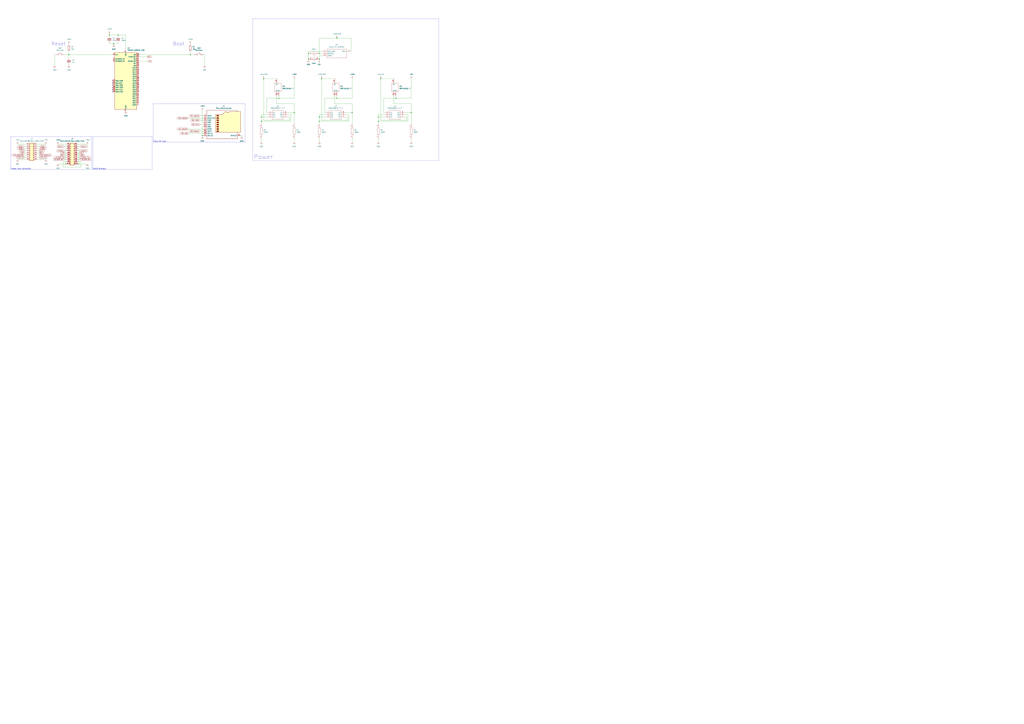
<source format=kicad_sch>
(kicad_sch (version 20211123) (generator eeschema)

  (uuid e63e39d7-6ac0-4ffd-8aa3-1841a4541b55)

  (paper "A0")

  (title_block
    (title "ESP")
    (date "2022-10-19")
    (rev "V0.1.0")
    (company "JustCallMeKoko & trisp3ar")
  )

  (lib_symbols
    (symbol "+3V3_1" (power) (pin_names (offset 0)) (in_bom yes) (on_board yes)
      (property "Reference" "#PWR?" (id 0) (at 0 -3.81 0)
        (effects (font (size 1.27 1.27)) hide)
      )
      (property "Value" "+LDO_3V3" (id 1) (at 0 5.08 0)
        (effects (font (size 1.27 1.27)))
      )
      (property "Footprint" "" (id 2) (at 0 0 0)
        (effects (font (size 1.27 1.27)) hide)
      )
      (property "Datasheet" "" (id 3) (at 0 0 0)
        (effects (font (size 1.27 1.27)) hide)
      )
      (property "ki_keywords" "power-flag" (id 4) (at 0 0 0)
        (effects (font (size 1.27 1.27)) hide)
      )
      (property "ki_description" "Power symbol creates a global label with name \"+3V3\"" (id 5) (at 0 0 0)
        (effects (font (size 1.27 1.27)) hide)
      )
      (symbol "+3V3_1_0_1"
        (polyline
          (pts
            (xy -0.762 1.27)
            (xy 0 2.54)
          )
          (stroke (width 0) (type default) (color 0 0 0 0))
          (fill (type none))
        )
        (polyline
          (pts
            (xy 0 0)
            (xy 0 2.54)
          )
          (stroke (width 0) (type default) (color 0 0 0 0))
          (fill (type none))
        )
        (polyline
          (pts
            (xy 0 2.54)
            (xy 0.762 1.27)
          )
          (stroke (width 0) (type default) (color 0 0 0 0))
          (fill (type none))
        )
      )
      (symbol "+3V3_1_1_1"
        (pin power_in line (at 0 0 90) (length 0) hide
          (name "+LDO_3V3" (effects (font (size 1.27 1.27))))
          (number "1" (effects (font (size 1.27 1.27))))
        )
      )
    )
    (symbol "+3V3_2" (power) (pin_names (offset 0)) (in_bom yes) (on_board yes)
      (property "Reference" "#PWR?" (id 0) (at 0 -3.81 0)
        (effects (font (size 1.27 1.27)) hide)
      )
      (property "Value" "+3V3_2" (id 1) (at 0 5.08 0)
        (effects (font (size 1.27 1.27)))
      )
      (property "Footprint" "" (id 2) (at 0 0 0)
        (effects (font (size 1.27 1.27)) hide)
      )
      (property "Datasheet" "" (id 3) (at 0 0 0)
        (effects (font (size 1.27 1.27)) hide)
      )
      (property "ki_keywords" "power-flag" (id 4) (at 0 0 0)
        (effects (font (size 1.27 1.27)) hide)
      )
      (property "ki_description" "Power symbol creates a global label with name \"+3V3\"" (id 5) (at 0 0 0)
        (effects (font (size 1.27 1.27)) hide)
      )
      (symbol "+3V3_2_0_1"
        (polyline
          (pts
            (xy -0.762 1.27)
            (xy 0 2.54)
          )
          (stroke (width 0) (type default) (color 0 0 0 0))
          (fill (type none))
        )
        (polyline
          (pts
            (xy 0 0)
            (xy 0 2.54)
          )
          (stroke (width 0) (type default) (color 0 0 0 0))
          (fill (type none))
        )
        (polyline
          (pts
            (xy 0 2.54)
            (xy 0.762 1.27)
          )
          (stroke (width 0) (type default) (color 0 0 0 0))
          (fill (type none))
        )
      )
      (symbol "+3V3_2_1_1"
        (pin power_in line (at 0 0 90) (length 0) hide
          (name "+LDO_3V3" (effects (font (size 1.27 1.27))))
          (number "1" (effects (font (size 1.27 1.27))))
        )
      )
    )
    (symbol "+5V_1" (power) (pin_names (offset 0)) (in_bom yes) (on_board yes)
      (property "Reference" "#PWR?" (id 0) (at 0 -3.81 0)
        (effects (font (size 1.27 1.27)) hide)
      )
      (property "Value" "+ext_5V" (id 1) (at 0 5.08 0)
        (effects (font (size 1.27 1.27)))
      )
      (property "Footprint" "" (id 2) (at 0 0 0)
        (effects (font (size 1.27 1.27)) hide)
      )
      (property "Datasheet" "" (id 3) (at 0 0 0)
        (effects (font (size 1.27 1.27)) hide)
      )
      (property "ki_keywords" "power-flag" (id 4) (at 0 0 0)
        (effects (font (size 1.27 1.27)) hide)
      )
      (property "ki_description" "Power symbol creates a global label with name \"+5V\"" (id 5) (at 0 0 0)
        (effects (font (size 1.27 1.27)) hide)
      )
      (symbol "+5V_1_0_1"
        (polyline
          (pts
            (xy -0.762 1.27)
            (xy 0 2.54)
          )
          (stroke (width 0) (type default) (color 0 0 0 0))
          (fill (type none))
        )
        (polyline
          (pts
            (xy 0 0)
            (xy 0 2.54)
          )
          (stroke (width 0) (type default) (color 0 0 0 0))
          (fill (type none))
        )
        (polyline
          (pts
            (xy 0 2.54)
            (xy 0.762 1.27)
          )
          (stroke (width 0) (type default) (color 0 0 0 0))
          (fill (type none))
        )
      )
      (symbol "+5V_1_1_1"
        (pin power_in line (at 0 0 90) (length 0) hide
          (name "+ext_5V" (effects (font (size 1.27 1.27))))
          (number "1" (effects (font (size 1.27 1.27))))
        )
      )
    )
    (symbol "Connector:Micro_SD_Card_Det" (pin_names (offset 1.016)) (in_bom yes) (on_board yes)
      (property "Reference" "J" (id 0) (at -16.51 17.78 0)
        (effects (font (size 1.27 1.27)))
      )
      (property "Value" "Micro_SD_Card_Det" (id 1) (at 16.51 17.78 0)
        (effects (font (size 1.27 1.27)) (justify right))
      )
      (property "Footprint" "" (id 2) (at 52.07 17.78 0)
        (effects (font (size 1.27 1.27)) hide)
      )
      (property "Datasheet" "https://www.hirose.com/product/en/download_file/key_name/DM3/category/Catalog/doc_file_id/49662/?file_category_id=4&item_id=195&is_series=1" (id 3) (at 0 2.54 0)
        (effects (font (size 1.27 1.27)) hide)
      )
      (property "ki_keywords" "connector SD microsd" (id 4) (at 0 0 0)
        (effects (font (size 1.27 1.27)) hide)
      )
      (property "ki_description" "Micro SD Card Socket with card detection pins" (id 5) (at 0 0 0)
        (effects (font (size 1.27 1.27)) hide)
      )
      (property "ki_fp_filters" "microSD*" (id 6) (at 0 0 0)
        (effects (font (size 1.27 1.27)) hide)
      )
      (symbol "Micro_SD_Card_Det_0_1"
        (rectangle (start -7.62 -6.985) (end -5.08 -8.255)
          (stroke (width 0) (type default) (color 0 0 0 0))
          (fill (type outline))
        )
        (rectangle (start -7.62 -4.445) (end -5.08 -5.715)
          (stroke (width 0) (type default) (color 0 0 0 0))
          (fill (type outline))
        )
        (rectangle (start -7.62 -1.905) (end -5.08 -3.175)
          (stroke (width 0) (type default) (color 0 0 0 0))
          (fill (type outline))
        )
        (rectangle (start -7.62 0.635) (end -5.08 -0.635)
          (stroke (width 0) (type default) (color 0 0 0 0))
          (fill (type outline))
        )
        (rectangle (start -7.62 3.175) (end -5.08 1.905)
          (stroke (width 0) (type default) (color 0 0 0 0))
          (fill (type outline))
        )
        (rectangle (start -7.62 5.715) (end -5.08 4.445)
          (stroke (width 0) (type default) (color 0 0 0 0))
          (fill (type outline))
        )
        (rectangle (start -7.62 8.255) (end -5.08 6.985)
          (stroke (width 0) (type default) (color 0 0 0 0))
          (fill (type outline))
        )
        (rectangle (start -7.62 10.795) (end -5.08 9.525)
          (stroke (width 0) (type default) (color 0 0 0 0))
          (fill (type outline))
        )
        (polyline
          (pts
            (xy 16.51 15.24)
            (xy 16.51 16.51)
            (xy -19.05 16.51)
            (xy -19.05 -16.51)
            (xy 16.51 -16.51)
            (xy 16.51 -8.89)
          )
          (stroke (width 0.254) (type default) (color 0 0 0 0))
          (fill (type none))
        )
        (polyline
          (pts
            (xy -8.89 -8.89)
            (xy -8.89 11.43)
            (xy -1.27 11.43)
            (xy 2.54 15.24)
            (xy 3.81 15.24)
            (xy 3.81 13.97)
            (xy 6.35 13.97)
            (xy 7.62 15.24)
            (xy 20.32 15.24)
            (xy 20.32 -8.89)
            (xy -8.89 -8.89)
          )
          (stroke (width 0.254) (type default) (color 0 0 0 0))
          (fill (type background))
        )
      )
      (symbol "Micro_SD_Card_Det_1_1"
        (pin bidirectional line (at -22.86 10.16 0) (length 3.81)
          (name "DAT2" (effects (font (size 1.27 1.27))))
          (number "1" (effects (font (size 1.27 1.27))))
        )
        (pin passive line (at -22.86 -10.16 0) (length 3.81)
          (name "DET_A" (effects (font (size 1.27 1.27))))
          (number "10" (effects (font (size 1.27 1.27))))
        )
        (pin passive line (at 20.32 -12.7 180) (length 3.81)
          (name "SHIELD" (effects (font (size 1.27 1.27))))
          (number "11" (effects (font (size 1.27 1.27))))
        )
        (pin bidirectional line (at -22.86 7.62 0) (length 3.81)
          (name "DAT3/CD" (effects (font (size 1.27 1.27))))
          (number "2" (effects (font (size 1.27 1.27))))
        )
        (pin input line (at -22.86 5.08 0) (length 3.81)
          (name "CMD" (effects (font (size 1.27 1.27))))
          (number "3" (effects (font (size 1.27 1.27))))
        )
        (pin power_in line (at -22.86 2.54 0) (length 3.81)
          (name "VDD" (effects (font (size 1.27 1.27))))
          (number "4" (effects (font (size 1.27 1.27))))
        )
        (pin input line (at -22.86 0 0) (length 3.81)
          (name "CLK" (effects (font (size 1.27 1.27))))
          (number "5" (effects (font (size 1.27 1.27))))
        )
        (pin power_in line (at -22.86 -2.54 0) (length 3.81)
          (name "VSS" (effects (font (size 1.27 1.27))))
          (number "6" (effects (font (size 1.27 1.27))))
        )
        (pin bidirectional line (at -22.86 -5.08 0) (length 3.81)
          (name "DAT0" (effects (font (size 1.27 1.27))))
          (number "7" (effects (font (size 1.27 1.27))))
        )
        (pin bidirectional line (at -22.86 -7.62 0) (length 3.81)
          (name "DAT1" (effects (font (size 1.27 1.27))))
          (number "8" (effects (font (size 1.27 1.27))))
        )
        (pin passive line (at -22.86 -12.7 0) (length 3.81)
          (name "DET_B" (effects (font (size 1.27 1.27))))
          (number "9" (effects (font (size 1.27 1.27))))
        )
      )
    )
    (symbol "Connector_Generic:Conn_02x08_Row_Letter_First" (pin_names (offset 1.016) hide) (in_bom yes) (on_board yes)
      (property "Reference" "J" (id 0) (at 1.27 10.16 0)
        (effects (font (size 1.27 1.27)))
      )
      (property "Value" "Conn_02x08_Row_Letter_First" (id 1) (at 1.27 -12.7 0)
        (effects (font (size 1.27 1.27)))
      )
      (property "Footprint" "" (id 2) (at 0 0 0)
        (effects (font (size 1.27 1.27)) hide)
      )
      (property "Datasheet" "~" (id 3) (at 0 0 0)
        (effects (font (size 1.27 1.27)) hide)
      )
      (property "ki_keywords" "connector" (id 4) (at 0 0 0)
        (effects (font (size 1.27 1.27)) hide)
      )
      (property "ki_description" "Generic connector, double row, 02x08, row letter first pin numbering scheme (pin number consists of a letter for the row and a number for the pin index in this row. a1, ..., aN; b1, ..., bN), script generated (kicad-library-utils/schlib/autogen/connector/)" (id 5) (at 0 0 0)
        (effects (font (size 1.27 1.27)) hide)
      )
      (property "ki_fp_filters" "Connector*:*_2x??_*" (id 6) (at 0 0 0)
        (effects (font (size 1.27 1.27)) hide)
      )
      (symbol "Conn_02x08_Row_Letter_First_1_1"
        (rectangle (start -1.27 -10.033) (end 0 -10.287)
          (stroke (width 0.1524) (type default) (color 0 0 0 0))
          (fill (type none))
        )
        (rectangle (start -1.27 -7.493) (end 0 -7.747)
          (stroke (width 0.1524) (type default) (color 0 0 0 0))
          (fill (type none))
        )
        (rectangle (start -1.27 -4.953) (end 0 -5.207)
          (stroke (width 0.1524) (type default) (color 0 0 0 0))
          (fill (type none))
        )
        (rectangle (start -1.27 -2.413) (end 0 -2.667)
          (stroke (width 0.1524) (type default) (color 0 0 0 0))
          (fill (type none))
        )
        (rectangle (start -1.27 0.127) (end 0 -0.127)
          (stroke (width 0.1524) (type default) (color 0 0 0 0))
          (fill (type none))
        )
        (rectangle (start -1.27 2.667) (end 0 2.413)
          (stroke (width 0.1524) (type default) (color 0 0 0 0))
          (fill (type none))
        )
        (rectangle (start -1.27 5.207) (end 0 4.953)
          (stroke (width 0.1524) (type default) (color 0 0 0 0))
          (fill (type none))
        )
        (rectangle (start -1.27 7.747) (end 0 7.493)
          (stroke (width 0.1524) (type default) (color 0 0 0 0))
          (fill (type none))
        )
        (rectangle (start -1.27 8.89) (end 3.81 -11.43)
          (stroke (width 0.254) (type default) (color 0 0 0 0))
          (fill (type background))
        )
        (rectangle (start 3.81 -10.033) (end 2.54 -10.287)
          (stroke (width 0.1524) (type default) (color 0 0 0 0))
          (fill (type none))
        )
        (rectangle (start 3.81 -7.493) (end 2.54 -7.747)
          (stroke (width 0.1524) (type default) (color 0 0 0 0))
          (fill (type none))
        )
        (rectangle (start 3.81 -4.953) (end 2.54 -5.207)
          (stroke (width 0.1524) (type default) (color 0 0 0 0))
          (fill (type none))
        )
        (rectangle (start 3.81 -2.413) (end 2.54 -2.667)
          (stroke (width 0.1524) (type default) (color 0 0 0 0))
          (fill (type none))
        )
        (rectangle (start 3.81 0.127) (end 2.54 -0.127)
          (stroke (width 0.1524) (type default) (color 0 0 0 0))
          (fill (type none))
        )
        (rectangle (start 3.81 2.667) (end 2.54 2.413)
          (stroke (width 0.1524) (type default) (color 0 0 0 0))
          (fill (type none))
        )
        (rectangle (start 3.81 5.207) (end 2.54 4.953)
          (stroke (width 0.1524) (type default) (color 0 0 0 0))
          (fill (type none))
        )
        (rectangle (start 3.81 7.747) (end 2.54 7.493)
          (stroke (width 0.1524) (type default) (color 0 0 0 0))
          (fill (type none))
        )
        (pin passive line (at -5.08 7.62 0) (length 3.81)
          (name "Pin_a1" (effects (font (size 1.27 1.27))))
          (number "a1" (effects (font (size 1.27 1.27))))
        )
        (pin passive line (at -5.08 5.08 0) (length 3.81)
          (name "Pin_a2" (effects (font (size 1.27 1.27))))
          (number "a2" (effects (font (size 1.27 1.27))))
        )
        (pin passive line (at -5.08 2.54 0) (length 3.81)
          (name "Pin_a3" (effects (font (size 1.27 1.27))))
          (number "a3" (effects (font (size 1.27 1.27))))
        )
        (pin passive line (at -5.08 0 0) (length 3.81)
          (name "Pin_a4" (effects (font (size 1.27 1.27))))
          (number "a4" (effects (font (size 1.27 1.27))))
        )
        (pin passive line (at -5.08 -2.54 0) (length 3.81)
          (name "Pin_a5" (effects (font (size 1.27 1.27))))
          (number "a5" (effects (font (size 1.27 1.27))))
        )
        (pin passive line (at -5.08 -5.08 0) (length 3.81)
          (name "Pin_a6" (effects (font (size 1.27 1.27))))
          (number "a6" (effects (font (size 1.27 1.27))))
        )
        (pin passive line (at -5.08 -7.62 0) (length 3.81)
          (name "Pin_a7" (effects (font (size 1.27 1.27))))
          (number "a7" (effects (font (size 1.27 1.27))))
        )
        (pin passive line (at -5.08 -10.16 0) (length 3.81)
          (name "Pin_a8" (effects (font (size 1.27 1.27))))
          (number "a8" (effects (font (size 1.27 1.27))))
        )
        (pin passive line (at 7.62 7.62 180) (length 3.81)
          (name "Pin_b1" (effects (font (size 1.27 1.27))))
          (number "b1" (effects (font (size 1.27 1.27))))
        )
        (pin passive line (at 7.62 5.08 180) (length 3.81)
          (name "Pin_b2" (effects (font (size 1.27 1.27))))
          (number "b2" (effects (font (size 1.27 1.27))))
        )
        (pin passive line (at 7.62 2.54 180) (length 3.81)
          (name "Pin_b3" (effects (font (size 1.27 1.27))))
          (number "b3" (effects (font (size 1.27 1.27))))
        )
        (pin passive line (at 7.62 0 180) (length 3.81)
          (name "Pin_b4" (effects (font (size 1.27 1.27))))
          (number "b4" (effects (font (size 1.27 1.27))))
        )
        (pin passive line (at 7.62 -2.54 180) (length 3.81)
          (name "Pin_b5" (effects (font (size 1.27 1.27))))
          (number "b5" (effects (font (size 1.27 1.27))))
        )
        (pin passive line (at 7.62 -5.08 180) (length 3.81)
          (name "Pin_b6" (effects (font (size 1.27 1.27))))
          (number "b6" (effects (font (size 1.27 1.27))))
        )
        (pin passive line (at 7.62 -7.62 180) (length 3.81)
          (name "Pin_b7" (effects (font (size 1.27 1.27))))
          (number "b7" (effects (font (size 1.27 1.27))))
        )
        (pin passive line (at 7.62 -10.16 180) (length 3.81)
          (name "Pin_b8" (effects (font (size 1.27 1.27))))
          (number "b8" (effects (font (size 1.27 1.27))))
        )
      )
    )
    (symbol "Connector_Generic:Conn_02x10_Row_Letter_First" (pin_names (offset 1.016) hide) (in_bom yes) (on_board yes)
      (property "Reference" "J" (id 0) (at 1.27 12.7 0)
        (effects (font (size 1.27 1.27)))
      )
      (property "Value" "Conn_02x10_Row_Letter_First" (id 1) (at 1.27 -15.24 0)
        (effects (font (size 1.27 1.27)))
      )
      (property "Footprint" "" (id 2) (at 0 0 0)
        (effects (font (size 1.27 1.27)) hide)
      )
      (property "Datasheet" "~" (id 3) (at 0 0 0)
        (effects (font (size 1.27 1.27)) hide)
      )
      (property "ki_keywords" "connector" (id 4) (at 0 0 0)
        (effects (font (size 1.27 1.27)) hide)
      )
      (property "ki_description" "Generic connector, double row, 02x10, row letter first pin numbering scheme (pin number consists of a letter for the row and a number for the pin index in this row. a1, ..., aN; b1, ..., bN), script generated (kicad-library-utils/schlib/autogen/connector/)" (id 5) (at 0 0 0)
        (effects (font (size 1.27 1.27)) hide)
      )
      (property "ki_fp_filters" "Connector*:*_2x??_*" (id 6) (at 0 0 0)
        (effects (font (size 1.27 1.27)) hide)
      )
      (symbol "Conn_02x10_Row_Letter_First_1_1"
        (rectangle (start -1.27 -12.573) (end 0 -12.827)
          (stroke (width 0.1524) (type default) (color 0 0 0 0))
          (fill (type none))
        )
        (rectangle (start -1.27 -10.033) (end 0 -10.287)
          (stroke (width 0.1524) (type default) (color 0 0 0 0))
          (fill (type none))
        )
        (rectangle (start -1.27 -7.493) (end 0 -7.747)
          (stroke (width 0.1524) (type default) (color 0 0 0 0))
          (fill (type none))
        )
        (rectangle (start -1.27 -4.953) (end 0 -5.207)
          (stroke (width 0.1524) (type default) (color 0 0 0 0))
          (fill (type none))
        )
        (rectangle (start -1.27 -2.413) (end 0 -2.667)
          (stroke (width 0.1524) (type default) (color 0 0 0 0))
          (fill (type none))
        )
        (rectangle (start -1.27 0.127) (end 0 -0.127)
          (stroke (width 0.1524) (type default) (color 0 0 0 0))
          (fill (type none))
        )
        (rectangle (start -1.27 2.667) (end 0 2.413)
          (stroke (width 0.1524) (type default) (color 0 0 0 0))
          (fill (type none))
        )
        (rectangle (start -1.27 5.207) (end 0 4.953)
          (stroke (width 0.1524) (type default) (color 0 0 0 0))
          (fill (type none))
        )
        (rectangle (start -1.27 7.747) (end 0 7.493)
          (stroke (width 0.1524) (type default) (color 0 0 0 0))
          (fill (type none))
        )
        (rectangle (start -1.27 10.287) (end 0 10.033)
          (stroke (width 0.1524) (type default) (color 0 0 0 0))
          (fill (type none))
        )
        (rectangle (start -1.27 11.43) (end 3.81 -13.97)
          (stroke (width 0.254) (type default) (color 0 0 0 0))
          (fill (type background))
        )
        (rectangle (start 3.81 -12.573) (end 2.54 -12.827)
          (stroke (width 0.1524) (type default) (color 0 0 0 0))
          (fill (type none))
        )
        (rectangle (start 3.81 -10.033) (end 2.54 -10.287)
          (stroke (width 0.1524) (type default) (color 0 0 0 0))
          (fill (type none))
        )
        (rectangle (start 3.81 -7.493) (end 2.54 -7.747)
          (stroke (width 0.1524) (type default) (color 0 0 0 0))
          (fill (type none))
        )
        (rectangle (start 3.81 -4.953) (end 2.54 -5.207)
          (stroke (width 0.1524) (type default) (color 0 0 0 0))
          (fill (type none))
        )
        (rectangle (start 3.81 -2.413) (end 2.54 -2.667)
          (stroke (width 0.1524) (type default) (color 0 0 0 0))
          (fill (type none))
        )
        (rectangle (start 3.81 0.127) (end 2.54 -0.127)
          (stroke (width 0.1524) (type default) (color 0 0 0 0))
          (fill (type none))
        )
        (rectangle (start 3.81 2.667) (end 2.54 2.413)
          (stroke (width 0.1524) (type default) (color 0 0 0 0))
          (fill (type none))
        )
        (rectangle (start 3.81 5.207) (end 2.54 4.953)
          (stroke (width 0.1524) (type default) (color 0 0 0 0))
          (fill (type none))
        )
        (rectangle (start 3.81 7.747) (end 2.54 7.493)
          (stroke (width 0.1524) (type default) (color 0 0 0 0))
          (fill (type none))
        )
        (rectangle (start 3.81 10.287) (end 2.54 10.033)
          (stroke (width 0.1524) (type default) (color 0 0 0 0))
          (fill (type none))
        )
        (pin passive line (at -5.08 10.16 0) (length 3.81)
          (name "Pin_a1" (effects (font (size 1.27 1.27))))
          (number "a1" (effects (font (size 1.27 1.27))))
        )
        (pin passive line (at -5.08 -12.7 0) (length 3.81)
          (name "Pin_a10" (effects (font (size 1.27 1.27))))
          (number "a10" (effects (font (size 1.27 1.27))))
        )
        (pin passive line (at -5.08 7.62 0) (length 3.81)
          (name "Pin_a2" (effects (font (size 1.27 1.27))))
          (number "a2" (effects (font (size 1.27 1.27))))
        )
        (pin passive line (at -5.08 5.08 0) (length 3.81)
          (name "Pin_a3" (effects (font (size 1.27 1.27))))
          (number "a3" (effects (font (size 1.27 1.27))))
        )
        (pin passive line (at -5.08 2.54 0) (length 3.81)
          (name "Pin_a4" (effects (font (size 1.27 1.27))))
          (number "a4" (effects (font (size 1.27 1.27))))
        )
        (pin passive line (at -5.08 0 0) (length 3.81)
          (name "Pin_a5" (effects (font (size 1.27 1.27))))
          (number "a5" (effects (font (size 1.27 1.27))))
        )
        (pin passive line (at -5.08 -2.54 0) (length 3.81)
          (name "Pin_a6" (effects (font (size 1.27 1.27))))
          (number "a6" (effects (font (size 1.27 1.27))))
        )
        (pin passive line (at -5.08 -5.08 0) (length 3.81)
          (name "Pin_a7" (effects (font (size 1.27 1.27))))
          (number "a7" (effects (font (size 1.27 1.27))))
        )
        (pin passive line (at -5.08 -7.62 0) (length 3.81)
          (name "Pin_a8" (effects (font (size 1.27 1.27))))
          (number "a8" (effects (font (size 1.27 1.27))))
        )
        (pin passive line (at -5.08 -10.16 0) (length 3.81)
          (name "Pin_a9" (effects (font (size 1.27 1.27))))
          (number "a9" (effects (font (size 1.27 1.27))))
        )
        (pin passive line (at 7.62 10.16 180) (length 3.81)
          (name "Pin_b1" (effects (font (size 1.27 1.27))))
          (number "b1" (effects (font (size 1.27 1.27))))
        )
        (pin passive line (at 7.62 -12.7 180) (length 3.81)
          (name "Pin_b10" (effects (font (size 1.27 1.27))))
          (number "b10" (effects (font (size 1.27 1.27))))
        )
        (pin passive line (at 7.62 7.62 180) (length 3.81)
          (name "Pin_b2" (effects (font (size 1.27 1.27))))
          (number "b2" (effects (font (size 1.27 1.27))))
        )
        (pin passive line (at 7.62 5.08 180) (length 3.81)
          (name "Pin_b3" (effects (font (size 1.27 1.27))))
          (number "b3" (effects (font (size 1.27 1.27))))
        )
        (pin passive line (at 7.62 2.54 180) (length 3.81)
          (name "Pin_b4" (effects (font (size 1.27 1.27))))
          (number "b4" (effects (font (size 1.27 1.27))))
        )
        (pin passive line (at 7.62 0 180) (length 3.81)
          (name "Pin_b5" (effects (font (size 1.27 1.27))))
          (number "b5" (effects (font (size 1.27 1.27))))
        )
        (pin passive line (at 7.62 -2.54 180) (length 3.81)
          (name "Pin_b6" (effects (font (size 1.27 1.27))))
          (number "b6" (effects (font (size 1.27 1.27))))
        )
        (pin passive line (at 7.62 -5.08 180) (length 3.81)
          (name "Pin_b7" (effects (font (size 1.27 1.27))))
          (number "b7" (effects (font (size 1.27 1.27))))
        )
        (pin passive line (at 7.62 -7.62 180) (length 3.81)
          (name "Pin_b8" (effects (font (size 1.27 1.27))))
          (number "b8" (effects (font (size 1.27 1.27))))
        )
        (pin passive line (at 7.62 -10.16 180) (length 3.81)
          (name "Pin_b9" (effects (font (size 1.27 1.27))))
          (number "b9" (effects (font (size 1.27 1.27))))
        )
      )
    )
    (symbol "Device:C" (pin_numbers hide) (pin_names (offset 0.254)) (in_bom yes) (on_board yes)
      (property "Reference" "C" (id 0) (at 0.635 2.54 0)
        (effects (font (size 1.27 1.27)) (justify left))
      )
      (property "Value" "C" (id 1) (at 0.635 -2.54 0)
        (effects (font (size 1.27 1.27)) (justify left))
      )
      (property "Footprint" "" (id 2) (at 0.9652 -3.81 0)
        (effects (font (size 1.27 1.27)) hide)
      )
      (property "Datasheet" "~" (id 3) (at 0 0 0)
        (effects (font (size 1.27 1.27)) hide)
      )
      (property "ki_keywords" "cap capacitor" (id 4) (at 0 0 0)
        (effects (font (size 1.27 1.27)) hide)
      )
      (property "ki_description" "Unpolarized capacitor" (id 5) (at 0 0 0)
        (effects (font (size 1.27 1.27)) hide)
      )
      (property "ki_fp_filters" "C_*" (id 6) (at 0 0 0)
        (effects (font (size 1.27 1.27)) hide)
      )
      (symbol "C_0_1"
        (polyline
          (pts
            (xy -2.032 -0.762)
            (xy 2.032 -0.762)
          )
          (stroke (width 0.508) (type default) (color 0 0 0 0))
          (fill (type none))
        )
        (polyline
          (pts
            (xy -2.032 0.762)
            (xy 2.032 0.762)
          )
          (stroke (width 0.508) (type default) (color 0 0 0 0))
          (fill (type none))
        )
      )
      (symbol "C_1_1"
        (pin passive line (at 0 3.81 270) (length 2.794)
          (name "~" (effects (font (size 1.27 1.27))))
          (number "1" (effects (font (size 1.27 1.27))))
        )
        (pin passive line (at 0 -3.81 90) (length 2.794)
          (name "~" (effects (font (size 1.27 1.27))))
          (number "2" (effects (font (size 1.27 1.27))))
        )
      )
    )
    (symbol "Device:R" (pin_numbers hide) (pin_names (offset 0)) (in_bom yes) (on_board yes)
      (property "Reference" "R" (id 0) (at 2.032 0 90)
        (effects (font (size 1.27 1.27)))
      )
      (property "Value" "R" (id 1) (at 0 0 90)
        (effects (font (size 1.27 1.27)))
      )
      (property "Footprint" "" (id 2) (at -1.778 0 90)
        (effects (font (size 1.27 1.27)) hide)
      )
      (property "Datasheet" "~" (id 3) (at 0 0 0)
        (effects (font (size 1.27 1.27)) hide)
      )
      (property "ki_keywords" "R res resistor" (id 4) (at 0 0 0)
        (effects (font (size 1.27 1.27)) hide)
      )
      (property "ki_description" "Resistor" (id 5) (at 0 0 0)
        (effects (font (size 1.27 1.27)) hide)
      )
      (property "ki_fp_filters" "R_*" (id 6) (at 0 0 0)
        (effects (font (size 1.27 1.27)) hide)
      )
      (symbol "R_0_1"
        (rectangle (start -1.016 -2.54) (end 1.016 2.54)
          (stroke (width 0.254) (type default) (color 0 0 0 0))
          (fill (type none))
        )
      )
      (symbol "R_1_1"
        (pin passive line (at 0 3.81 270) (length 1.27)
          (name "~" (effects (font (size 1.27 1.27))))
          (number "1" (effects (font (size 1.27 1.27))))
        )
        (pin passive line (at 0 -3.81 90) (length 1.27)
          (name "~" (effects (font (size 1.27 1.27))))
          (number "2" (effects (font (size 1.27 1.27))))
        )
      )
    )
    (symbol "RF_Module:ESP32-WROOM-32D" (in_bom yes) (on_board yes)
      (property "Reference" "U" (id 0) (at -12.7 34.29 0)
        (effects (font (size 1.27 1.27)) (justify left))
      )
      (property "Value" "ESP32-WROOM-32D" (id 1) (at 1.27 34.29 0)
        (effects (font (size 1.27 1.27)) (justify left))
      )
      (property "Footprint" "RF_Module:ESP32-WROOM-32" (id 2) (at 0 -38.1 0)
        (effects (font (size 1.27 1.27)) hide)
      )
      (property "Datasheet" "https://www.espressif.com/sites/default/files/documentation/esp32-wroom-32d_esp32-wroom-32u_datasheet_en.pdf" (id 3) (at -7.62 1.27 0)
        (effects (font (size 1.27 1.27)) hide)
      )
      (property "ki_keywords" "RF Radio BT ESP ESP32 Espressif onboard PCB antenna" (id 4) (at 0 0 0)
        (effects (font (size 1.27 1.27)) hide)
      )
      (property "ki_description" "RF Module, ESP32-D0WD SoC, Wi-Fi 802.11b/g/n, Bluetooth, BLE, 32-bit, 2.7-3.6V, onboard antenna, SMD" (id 5) (at 0 0 0)
        (effects (font (size 1.27 1.27)) hide)
      )
      (property "ki_fp_filters" "ESP32?WROOM?32*" (id 6) (at 0 0 0)
        (effects (font (size 1.27 1.27)) hide)
      )
      (symbol "ESP32-WROOM-32D_0_1"
        (rectangle (start -12.7 33.02) (end 12.7 -33.02)
          (stroke (width 0.254) (type default) (color 0 0 0 0))
          (fill (type background))
        )
      )
      (symbol "ESP32-WROOM-32D_1_1"
        (pin power_in line (at 0 -35.56 90) (length 2.54)
          (name "GND" (effects (font (size 1.27 1.27))))
          (number "1" (effects (font (size 1.27 1.27))))
        )
        (pin bidirectional line (at 15.24 -12.7 180) (length 2.54)
          (name "IO25" (effects (font (size 1.27 1.27))))
          (number "10" (effects (font (size 1.27 1.27))))
        )
        (pin bidirectional line (at 15.24 -15.24 180) (length 2.54)
          (name "IO26" (effects (font (size 1.27 1.27))))
          (number "11" (effects (font (size 1.27 1.27))))
        )
        (pin bidirectional line (at 15.24 -17.78 180) (length 2.54)
          (name "IO27" (effects (font (size 1.27 1.27))))
          (number "12" (effects (font (size 1.27 1.27))))
        )
        (pin bidirectional line (at 15.24 10.16 180) (length 2.54)
          (name "IO14" (effects (font (size 1.27 1.27))))
          (number "13" (effects (font (size 1.27 1.27))))
        )
        (pin bidirectional line (at 15.24 15.24 180) (length 2.54)
          (name "IO12" (effects (font (size 1.27 1.27))))
          (number "14" (effects (font (size 1.27 1.27))))
        )
        (pin passive line (at 0 -35.56 90) (length 2.54) hide
          (name "GND" (effects (font (size 1.27 1.27))))
          (number "15" (effects (font (size 1.27 1.27))))
        )
        (pin bidirectional line (at 15.24 12.7 180) (length 2.54)
          (name "IO13" (effects (font (size 1.27 1.27))))
          (number "16" (effects (font (size 1.27 1.27))))
        )
        (pin bidirectional line (at -15.24 -5.08 0) (length 2.54)
          (name "SHD/SD2" (effects (font (size 1.27 1.27))))
          (number "17" (effects (font (size 1.27 1.27))))
        )
        (pin bidirectional line (at -15.24 -7.62 0) (length 2.54)
          (name "SWP/SD3" (effects (font (size 1.27 1.27))))
          (number "18" (effects (font (size 1.27 1.27))))
        )
        (pin bidirectional line (at -15.24 -12.7 0) (length 2.54)
          (name "SCS/CMD" (effects (font (size 1.27 1.27))))
          (number "19" (effects (font (size 1.27 1.27))))
        )
        (pin power_in line (at 0 35.56 270) (length 2.54)
          (name "VDD" (effects (font (size 1.27 1.27))))
          (number "2" (effects (font (size 1.27 1.27))))
        )
        (pin bidirectional line (at -15.24 -10.16 0) (length 2.54)
          (name "SCK/CLK" (effects (font (size 1.27 1.27))))
          (number "20" (effects (font (size 1.27 1.27))))
        )
        (pin bidirectional line (at -15.24 0 0) (length 2.54)
          (name "SDO/SD0" (effects (font (size 1.27 1.27))))
          (number "21" (effects (font (size 1.27 1.27))))
        )
        (pin bidirectional line (at -15.24 -2.54 0) (length 2.54)
          (name "SDI/SD1" (effects (font (size 1.27 1.27))))
          (number "22" (effects (font (size 1.27 1.27))))
        )
        (pin bidirectional line (at 15.24 7.62 180) (length 2.54)
          (name "IO15" (effects (font (size 1.27 1.27))))
          (number "23" (effects (font (size 1.27 1.27))))
        )
        (pin bidirectional line (at 15.24 25.4 180) (length 2.54)
          (name "IO2" (effects (font (size 1.27 1.27))))
          (number "24" (effects (font (size 1.27 1.27))))
        )
        (pin bidirectional line (at 15.24 30.48 180) (length 2.54)
          (name "IO0" (effects (font (size 1.27 1.27))))
          (number "25" (effects (font (size 1.27 1.27))))
        )
        (pin bidirectional line (at 15.24 20.32 180) (length 2.54)
          (name "IO4" (effects (font (size 1.27 1.27))))
          (number "26" (effects (font (size 1.27 1.27))))
        )
        (pin bidirectional line (at 15.24 5.08 180) (length 2.54)
          (name "IO16" (effects (font (size 1.27 1.27))))
          (number "27" (effects (font (size 1.27 1.27))))
        )
        (pin bidirectional line (at 15.24 2.54 180) (length 2.54)
          (name "IO17" (effects (font (size 1.27 1.27))))
          (number "28" (effects (font (size 1.27 1.27))))
        )
        (pin bidirectional line (at 15.24 17.78 180) (length 2.54)
          (name "IO5" (effects (font (size 1.27 1.27))))
          (number "29" (effects (font (size 1.27 1.27))))
        )
        (pin input line (at -15.24 30.48 0) (length 2.54)
          (name "EN" (effects (font (size 1.27 1.27))))
          (number "3" (effects (font (size 1.27 1.27))))
        )
        (pin bidirectional line (at 15.24 0 180) (length 2.54)
          (name "IO18" (effects (font (size 1.27 1.27))))
          (number "30" (effects (font (size 1.27 1.27))))
        )
        (pin bidirectional line (at 15.24 -2.54 180) (length 2.54)
          (name "IO19" (effects (font (size 1.27 1.27))))
          (number "31" (effects (font (size 1.27 1.27))))
        )
        (pin no_connect line (at -12.7 -27.94 0) (length 2.54) hide
          (name "NC" (effects (font (size 1.27 1.27))))
          (number "32" (effects (font (size 1.27 1.27))))
        )
        (pin bidirectional line (at 15.24 -5.08 180) (length 2.54)
          (name "IO21" (effects (font (size 1.27 1.27))))
          (number "33" (effects (font (size 1.27 1.27))))
        )
        (pin bidirectional line (at 15.24 22.86 180) (length 2.54)
          (name "RXD0/IO3" (effects (font (size 1.27 1.27))))
          (number "34" (effects (font (size 1.27 1.27))))
        )
        (pin bidirectional line (at 15.24 27.94 180) (length 2.54)
          (name "TXD0/IO1" (effects (font (size 1.27 1.27))))
          (number "35" (effects (font (size 1.27 1.27))))
        )
        (pin bidirectional line (at 15.24 -7.62 180) (length 2.54)
          (name "IO22" (effects (font (size 1.27 1.27))))
          (number "36" (effects (font (size 1.27 1.27))))
        )
        (pin bidirectional line (at 15.24 -10.16 180) (length 2.54)
          (name "IO23" (effects (font (size 1.27 1.27))))
          (number "37" (effects (font (size 1.27 1.27))))
        )
        (pin passive line (at 0 -35.56 90) (length 2.54) hide
          (name "GND" (effects (font (size 1.27 1.27))))
          (number "38" (effects (font (size 1.27 1.27))))
        )
        (pin passive line (at 0 -35.56 90) (length 2.54) hide
          (name "GND" (effects (font (size 1.27 1.27))))
          (number "39" (effects (font (size 1.27 1.27))))
        )
        (pin input line (at -15.24 25.4 0) (length 2.54)
          (name "SENSOR_VP" (effects (font (size 1.27 1.27))))
          (number "4" (effects (font (size 1.27 1.27))))
        )
        (pin input line (at -15.24 22.86 0) (length 2.54)
          (name "SENSOR_VN" (effects (font (size 1.27 1.27))))
          (number "5" (effects (font (size 1.27 1.27))))
        )
        (pin input line (at 15.24 -25.4 180) (length 2.54)
          (name "IO34" (effects (font (size 1.27 1.27))))
          (number "6" (effects (font (size 1.27 1.27))))
        )
        (pin input line (at 15.24 -27.94 180) (length 2.54)
          (name "IO35" (effects (font (size 1.27 1.27))))
          (number "7" (effects (font (size 1.27 1.27))))
        )
        (pin bidirectional line (at 15.24 -20.32 180) (length 2.54)
          (name "IO32" (effects (font (size 1.27 1.27))))
          (number "8" (effects (font (size 1.27 1.27))))
        )
        (pin bidirectional line (at 15.24 -22.86 180) (length 2.54)
          (name "IO33" (effects (font (size 1.27 1.27))))
          (number "9" (effects (font (size 1.27 1.27))))
        )
      )
    )
    (symbol "SamacSys_Parts:AZ1117H-3.3TRE1" (pin_names (offset 0.762)) (in_bom yes) (on_board yes)
      (property "Reference" "IC" (id 0) (at 29.21 7.62 0)
        (effects (font (size 1.27 1.27)) (justify left))
      )
      (property "Value" "AZ1117H-3.3TRE1" (id 1) (at 29.21 5.08 0)
        (effects (font (size 1.27 1.27)) (justify left))
      )
      (property "Footprint" "SOT230P700X180-4N" (id 2) (at 29.21 2.54 0)
        (effects (font (size 1.27 1.27)) (justify left) hide)
      )
      (property "Datasheet" "https://componentsearchengine.com/Datasheets/1/AZ1117H-3.3TRE1.pdf" (id 3) (at 29.21 0 0)
        (effects (font (size 1.27 1.27)) (justify left) hide)
      )
      (property "Description" "3.3V 1A Pos LDO Regulator SOT-223 DiodesZetex AZ1117H-3.3TRE1, LDO Voltage Regulator, 1A, 3.3 V 1%, maximum of 15 Vin, 3+Tab-Pin SOT-223" (id 4) (at 29.21 -2.54 0)
        (effects (font (size 1.27 1.27)) (justify left) hide)
      )
      (property "Height" "1.8" (id 5) (at 29.21 -5.08 0)
        (effects (font (size 1.27 1.27)) (justify left) hide)
      )
      (property "Manufacturer_Name" "Diodes Inc." (id 6) (at 29.21 -7.62 0)
        (effects (font (size 1.27 1.27)) (justify left) hide)
      )
      (property "Manufacturer_Part_Number" "AZ1117H-3.3TRE1" (id 7) (at 29.21 -10.16 0)
        (effects (font (size 1.27 1.27)) (justify left) hide)
      )
      (property "Mouser Part Number" "621-AZ1117H-3.3TRE1" (id 8) (at 29.21 -12.7 0)
        (effects (font (size 1.27 1.27)) (justify left) hide)
      )
      (property "Mouser Price/Stock" "https://www.mouser.co.uk/ProductDetail/Diodes-Incorporated/AZ1117H-3.3TRE1?qs=FKu9oBikfSkGfSKJazTNfQ%3D%3D" (id 9) (at 29.21 -15.24 0)
        (effects (font (size 1.27 1.27)) (justify left) hide)
      )
      (property "Arrow Part Number" "AZ1117H-3.3TRE1" (id 10) (at 29.21 -17.78 0)
        (effects (font (size 1.27 1.27)) (justify left) hide)
      )
      (property "Arrow Price/Stock" "https://www.arrow.com/en/products/az1117h-3.3tre1/diodes-incorporated" (id 11) (at 29.21 -20.32 0)
        (effects (font (size 1.27 1.27)) (justify left) hide)
      )
      (property "Mouser Testing Part Number" "" (id 12) (at 29.21 -22.86 0)
        (effects (font (size 1.27 1.27)) (justify left) hide)
      )
      (property "Mouser Testing Price/Stock" "" (id 13) (at 29.21 -25.4 0)
        (effects (font (size 1.27 1.27)) (justify left) hide)
      )
      (property "ki_description" "3.3V 1A Pos LDO Regulator SOT-223 DiodesZetex AZ1117H-3.3TRE1, LDO Voltage Regulator, 1A, 3.3 V 1%, maximum of 15 Vin, 3+Tab-Pin SOT-223" (id 14) (at 0 0 0)
        (effects (font (size 1.27 1.27)) hide)
      )
      (symbol "AZ1117H-3.3TRE1_0_0"
        (pin passive line (at 0 0 0) (length 5.08)
          (name "ADJ/GND" (effects (font (size 1.27 1.27))))
          (number "1" (effects (font (size 1.27 1.27))))
        )
        (pin passive line (at 0 -2.54 0) (length 5.08)
          (name "OUTPUT" (effects (font (size 1.27 1.27))))
          (number "2" (effects (font (size 1.27 1.27))))
        )
        (pin passive line (at 0 -5.08 0) (length 5.08)
          (name "INPUT" (effects (font (size 1.27 1.27))))
          (number "3" (effects (font (size 1.27 1.27))))
        )
        (pin passive line (at 33.02 0 180) (length 5.08)
          (name "VOUT" (effects (font (size 1.27 1.27))))
          (number "4" (effects (font (size 1.27 1.27))))
        )
      )
      (symbol "AZ1117H-3.3TRE1_0_1"
        (polyline
          (pts
            (xy 5.08 2.54)
            (xy 27.94 2.54)
            (xy 27.94 -7.62)
            (xy 5.08 -7.62)
            (xy 5.08 2.54)
          )
          (stroke (width 0.1524) (type default) (color 0 0 0 0))
          (fill (type none))
        )
      )
    )
    (symbol "SamacSys_Parts:CL05A106MQ5NUNC" (pin_names (offset 0.762)) (in_bom yes) (on_board yes)
      (property "Reference" "C" (id 0) (at 8.89 6.35 0)
        (effects (font (size 1.27 1.27)) (justify left))
      )
      (property "Value" "CL05A106MQ5NUNC" (id 1) (at 8.89 3.81 0)
        (effects (font (size 1.27 1.27)) (justify left))
      )
      (property "Footprint" "CAPC1005X70N" (id 2) (at 8.89 1.27 0)
        (effects (font (size 1.27 1.27)) (justify left) hide)
      )
      (property "Datasheet" "https://datasheet.datasheetarchive.com/originals/distributors/Datasheets-DGA10/2406160.pdf" (id 3) (at 8.89 -1.27 0)
        (effects (font (size 1.27 1.27)) (justify left) hide)
      )
      (property "Description" "CAP CER 10UF 6.3V X5R 0402" (id 4) (at 8.89 -3.81 0)
        (effects (font (size 1.27 1.27)) (justify left) hide)
      )
      (property "Height" "0.7" (id 5) (at 8.89 -6.35 0)
        (effects (font (size 1.27 1.27)) (justify left) hide)
      )
      (property "Manufacturer_Name" "Samsung Electro-Mechanics" (id 6) (at 8.89 -8.89 0)
        (effects (font (size 1.27 1.27)) (justify left) hide)
      )
      (property "Manufacturer_Part_Number" "CL05A106MQ5NUNC" (id 7) (at 8.89 -11.43 0)
        (effects (font (size 1.27 1.27)) (justify left) hide)
      )
      (property "Mouser Part Number" "187-CL05A106MQ5NUNC" (id 8) (at 8.89 -13.97 0)
        (effects (font (size 1.27 1.27)) (justify left) hide)
      )
      (property "Mouser Price/Stock" "https://www.mouser.co.uk/ProductDetail/Samsung-Electro-Mechanics/CL05A106MQ5NUNC?qs=X6jEic%2FHinDK8vVLi1zwpw%3D%3D" (id 9) (at 8.89 -16.51 0)
        (effects (font (size 1.27 1.27)) (justify left) hide)
      )
      (property "Arrow Part Number" "CL05A106MQ5NUNC" (id 10) (at 8.89 -19.05 0)
        (effects (font (size 1.27 1.27)) (justify left) hide)
      )
      (property "Arrow Price/Stock" "https://www.arrow.com/en/products/cl05a106mq5nunc/samsung-electro-mechanics?region=nac" (id 11) (at 8.89 -21.59 0)
        (effects (font (size 1.27 1.27)) (justify left) hide)
      )
      (property "Mouser Testing Part Number" "" (id 12) (at 8.89 -24.13 0)
        (effects (font (size 1.27 1.27)) (justify left) hide)
      )
      (property "Mouser Testing Price/Stock" "" (id 13) (at 8.89 -26.67 0)
        (effects (font (size 1.27 1.27)) (justify left) hide)
      )
      (property "ki_description" "CAP CER 10UF 6.3V X5R 0402" (id 14) (at 0 0 0)
        (effects (font (size 1.27 1.27)) hide)
      )
      (symbol "CL05A106MQ5NUNC_0_0"
        (pin passive line (at 0 0 0) (length 5.08)
          (name "~" (effects (font (size 1.27 1.27))))
          (number "1" (effects (font (size 1.27 1.27))))
        )
        (pin passive line (at 12.7 0 180) (length 5.08)
          (name "~" (effects (font (size 1.27 1.27))))
          (number "2" (effects (font (size 1.27 1.27))))
        )
      )
      (symbol "CL05A106MQ5NUNC_0_1"
        (polyline
          (pts
            (xy 5.08 0)
            (xy 5.588 0)
          )
          (stroke (width 0.1524) (type default) (color 0 0 0 0))
          (fill (type none))
        )
        (polyline
          (pts
            (xy 5.588 2.54)
            (xy 5.588 -2.54)
          )
          (stroke (width 0.1524) (type default) (color 0 0 0 0))
          (fill (type none))
        )
        (polyline
          (pts
            (xy 7.112 0)
            (xy 7.62 0)
          )
          (stroke (width 0.1524) (type default) (color 0 0 0 0))
          (fill (type none))
        )
        (polyline
          (pts
            (xy 7.112 2.54)
            (xy 7.112 -2.54)
          )
          (stroke (width 0.1524) (type default) (color 0 0 0 0))
          (fill (type none))
        )
      )
    )
    (symbol "SamacSys_Parts:CM05X5R226M06AH080" (pin_names (offset 0.762)) (in_bom yes) (on_board yes)
      (property "Reference" "C" (id 0) (at 8.89 6.35 0)
        (effects (font (size 1.27 1.27)) (justify left))
      )
      (property "Value" "CM05X5R226M06AH080" (id 1) (at 8.89 3.81 0)
        (effects (font (size 1.27 1.27)) (justify left))
      )
      (property "Footprint" "CAPC1005X80N" (id 2) (at 8.89 1.27 0)
        (effects (font (size 1.27 1.27)) (justify left) hide)
      )
      (property "Datasheet" "https://www.mouser.in/datasheet/2/40/Kyocera_CM__STD__series2_052920-2585758.pdf" (id 3) (at 8.89 -1.27 0)
        (effects (font (size 1.27 1.27)) (justify left) hide)
      )
      (property "Description" "Multilayer Ceramic Capacitors MLCC - SMD/SMT 22UF    6.3V   20%        0402" (id 4) (at 8.89 -3.81 0)
        (effects (font (size 1.27 1.27)) (justify left) hide)
      )
      (property "Height" "0.8" (id 5) (at 8.89 -6.35 0)
        (effects (font (size 1.27 1.27)) (justify left) hide)
      )
      (property "Manufacturer_Name" "Kyocera AVX" (id 6) (at 8.89 -8.89 0)
        (effects (font (size 1.27 1.27)) (justify left) hide)
      )
      (property "Manufacturer_Part_Number" "CM05X5R226M06AH080" (id 7) (at 8.89 -11.43 0)
        (effects (font (size 1.27 1.27)) (justify left) hide)
      )
      (property "Mouser Part Number" "346-CM05X5R226M6AH80" (id 8) (at 8.89 -13.97 0)
        (effects (font (size 1.27 1.27)) (justify left) hide)
      )
      (property "Mouser Price/Stock" "https://www.mouser.co.uk/ProductDetail/Kyocera-AVX/CM05X5R226M06AH080?qs=7MVldsJ5Uaw%2FGnmk7U90nQ%3D%3D" (id 9) (at 8.89 -16.51 0)
        (effects (font (size 1.27 1.27)) (justify left) hide)
      )
      (property "Arrow Part Number" "" (id 10) (at 8.89 -19.05 0)
        (effects (font (size 1.27 1.27)) (justify left) hide)
      )
      (property "Arrow Price/Stock" "" (id 11) (at 8.89 -21.59 0)
        (effects (font (size 1.27 1.27)) (justify left) hide)
      )
      (property "Mouser Testing Part Number" "" (id 12) (at 8.89 -24.13 0)
        (effects (font (size 1.27 1.27)) (justify left) hide)
      )
      (property "Mouser Testing Price/Stock" "" (id 13) (at 8.89 -26.67 0)
        (effects (font (size 1.27 1.27)) (justify left) hide)
      )
      (property "ki_description" "Multilayer Ceramic Capacitors MLCC - SMD/SMT 22UF    6.3V   20%        0402" (id 14) (at 0 0 0)
        (effects (font (size 1.27 1.27)) hide)
      )
      (symbol "CM05X5R226M06AH080_0_0"
        (pin passive line (at 0 0 0) (length 5.08)
          (name "~" (effects (font (size 1.27 1.27))))
          (number "1" (effects (font (size 1.27 1.27))))
        )
        (pin passive line (at 12.7 0 180) (length 5.08)
          (name "~" (effects (font (size 1.27 1.27))))
          (number "2" (effects (font (size 1.27 1.27))))
        )
      )
      (symbol "CM05X5R226M06AH080_0_1"
        (polyline
          (pts
            (xy 5.08 0)
            (xy 5.588 0)
          )
          (stroke (width 0.1524) (type default) (color 0 0 0 0))
          (fill (type none))
        )
        (polyline
          (pts
            (xy 5.588 2.54)
            (xy 5.588 -2.54)
          )
          (stroke (width 0.1524) (type default) (color 0 0 0 0))
          (fill (type none))
        )
        (polyline
          (pts
            (xy 7.112 0)
            (xy 7.62 0)
          )
          (stroke (width 0.1524) (type default) (color 0 0 0 0))
          (fill (type none))
        )
        (polyline
          (pts
            (xy 7.112 2.54)
            (xy 7.112 -2.54)
          )
          (stroke (width 0.1524) (type default) (color 0 0 0 0))
          (fill (type none))
        )
      )
    )
    (symbol "SamacSys_Parts:DMP1045U-7" (pin_names (offset 0.762)) (in_bom yes) (on_board yes)
      (property "Reference" "IC" (id 0) (at 16.51 7.62 0)
        (effects (font (size 1.27 1.27)) (justify left))
      )
      (property "Value" "DMP1045U-7" (id 1) (at 16.51 5.08 0)
        (effects (font (size 1.27 1.27)) (justify left))
      )
      (property "Footprint" "SOT96P240X120-3N" (id 2) (at 16.51 2.54 0)
        (effects (font (size 1.27 1.27)) (justify left) hide)
      )
      (property "Datasheet" "https://datasheet.datasheetarchive.com/originals/distributors/Datasheets-DGA24/1599196.pdf" (id 3) (at 16.51 0 0)
        (effects (font (size 1.27 1.27)) (justify left) hide)
      )
      (property "Description" "P-Channel Enhancement MOSFET SOT-23 Diodes Inc DMP1045U-7 P-channel MOSFET Transistor, 5.2 A, -12 V, 3-Pin SOT23" (id 4) (at 16.51 -2.54 0)
        (effects (font (size 1.27 1.27)) (justify left) hide)
      )
      (property "Height" "1.2" (id 5) (at 16.51 -5.08 0)
        (effects (font (size 1.27 1.27)) (justify left) hide)
      )
      (property "Manufacturer_Name" "Diodes Inc." (id 6) (at 16.51 -7.62 0)
        (effects (font (size 1.27 1.27)) (justify left) hide)
      )
      (property "Manufacturer_Part_Number" "DMP1045U-7" (id 7) (at 16.51 -10.16 0)
        (effects (font (size 1.27 1.27)) (justify left) hide)
      )
      (property "Mouser Part Number" "621-DMP1045U-7" (id 8) (at 16.51 -12.7 0)
        (effects (font (size 1.27 1.27)) (justify left) hide)
      )
      (property "Mouser Price/Stock" "https://www.mouser.co.uk/ProductDetail/Diodes-Incorporated/DMP1045U-7?qs=T%2FOtf55vL7eEKnIWhgMvTQ%3D%3D" (id 9) (at 16.51 -15.24 0)
        (effects (font (size 1.27 1.27)) (justify left) hide)
      )
      (property "Arrow Part Number" "DMP1045U-7" (id 10) (at 16.51 -17.78 0)
        (effects (font (size 1.27 1.27)) (justify left) hide)
      )
      (property "Arrow Price/Stock" "https://www.arrow.com/en/products/dmp1045u-7/diodes-incorporated?region=nac" (id 11) (at 16.51 -20.32 0)
        (effects (font (size 1.27 1.27)) (justify left) hide)
      )
      (property "Mouser Testing Part Number" "" (id 12) (at 16.51 -22.86 0)
        (effects (font (size 1.27 1.27)) (justify left) hide)
      )
      (property "Mouser Testing Price/Stock" "" (id 13) (at 16.51 -25.4 0)
        (effects (font (size 1.27 1.27)) (justify left) hide)
      )
      (property "ki_description" "P-Channel Enhancement MOSFET SOT-23 Diodes Inc DMP1045U-7 P-channel MOSFET Transistor, 5.2 A, -12 V, 3-Pin SOT23" (id 14) (at 0 0 0)
        (effects (font (size 1.27 1.27)) hide)
      )
      (symbol "DMP1045U-7_0_0"
        (pin passive line (at 0 0 0) (length 5.08)
          (name "G" (effects (font (size 1.27 1.27))))
          (number "1" (effects (font (size 1.27 1.27))))
        )
        (pin passive line (at 0 -2.54 0) (length 5.08)
          (name "S" (effects (font (size 1.27 1.27))))
          (number "2" (effects (font (size 1.27 1.27))))
        )
        (pin passive line (at 20.32 0 180) (length 5.08)
          (name "D" (effects (font (size 1.27 1.27))))
          (number "3" (effects (font (size 1.27 1.27))))
        )
      )
      (symbol "DMP1045U-7_0_1"
        (polyline
          (pts
            (xy 5.08 2.54)
            (xy 15.24 2.54)
            (xy 15.24 -5.08)
            (xy 5.08 -5.08)
            (xy 5.08 2.54)
          )
          (stroke (width 0.1524) (type default) (color 0 0 0 0))
          (fill (type none))
        )
      )
    )
    (symbol "SamacSys_Parts:MMDT2907A-7-F" (pin_names (offset 0.762)) (in_bom yes) (on_board yes)
      (property "Reference" "U" (id 0) (at 19.05 7.62 0)
        (effects (font (size 1.27 1.27)) (justify left))
      )
      (property "Value" "MMDT2907A-7-F" (id 1) (at 19.05 5.08 0)
        (effects (font (size 1.27 1.27)) (justify left))
      )
      (property "Footprint" "SOT65P210X110-6N" (id 2) (at 19.05 2.54 0)
        (effects (font (size 1.27 1.27)) (justify left) hide)
      )
      (property "Datasheet" "https://www.digikey.com/product-detail/en/diodes-incorporated/MMDT2907A-7-F/MMDT2907A-FDICT-ND/755507" (id 3) (at 19.05 0 0)
        (effects (font (size 1.27 1.27)) (justify left) hide)
      )
      (property "Description" "Diodes Inc MMDT2907A-7-F Dual PNP Bipolar Transistor, -600 mA, -60 V, 6-Pin SOT-363" (id 4) (at 19.05 -2.54 0)
        (effects (font (size 1.27 1.27)) (justify left) hide)
      )
      (property "Height" "1.1" (id 5) (at 19.05 -5.08 0)
        (effects (font (size 1.27 1.27)) (justify left) hide)
      )
      (property "Manufacturer_Name" "Diodes Inc." (id 6) (at 19.05 -7.62 0)
        (effects (font (size 1.27 1.27)) (justify left) hide)
      )
      (property "Manufacturer_Part_Number" "MMDT2907A-7-F" (id 7) (at 19.05 -10.16 0)
        (effects (font (size 1.27 1.27)) (justify left) hide)
      )
      (property "Mouser Part Number" "621-MMDT2907A-F" (id 8) (at 19.05 -12.7 0)
        (effects (font (size 1.27 1.27)) (justify left) hide)
      )
      (property "Mouser Price/Stock" "https://www.mouser.co.uk/ProductDetail/Diodes-Incorporated/MMDT2907A-7-F?qs=r2lzopzdS3aWhNHiAefFpg%3D%3D" (id 9) (at 19.05 -15.24 0)
        (effects (font (size 1.27 1.27)) (justify left) hide)
      )
      (property "Arrow Part Number" "MMDT2907A-7-F" (id 10) (at 19.05 -17.78 0)
        (effects (font (size 1.27 1.27)) (justify left) hide)
      )
      (property "Arrow Price/Stock" "https://www.arrow.com/en/products/mmdt2907a-7-f/diodes-incorporated" (id 11) (at 19.05 -20.32 0)
        (effects (font (size 1.27 1.27)) (justify left) hide)
      )
      (property "Mouser Testing Part Number" "" (id 12) (at 19.05 -22.86 0)
        (effects (font (size 1.27 1.27)) (justify left) hide)
      )
      (property "Mouser Testing Price/Stock" "" (id 13) (at 19.05 -25.4 0)
        (effects (font (size 1.27 1.27)) (justify left) hide)
      )
      (property "ki_description" "Diodes Inc MMDT2907A-7-F Dual PNP Bipolar Transistor, -600 mA, -60 V, 6-Pin SOT-363" (id 14) (at 0 0 0)
        (effects (font (size 1.27 1.27)) hide)
      )
      (symbol "MMDT2907A-7-F_0_0"
        (pin passive line (at 0 0 0) (length 5.08)
          (name "E1" (effects (font (size 1.27 1.27))))
          (number "1" (effects (font (size 1.27 1.27))))
        )
        (pin passive line (at 0 -2.54 0) (length 5.08)
          (name "B1" (effects (font (size 1.27 1.27))))
          (number "2" (effects (font (size 1.27 1.27))))
        )
        (pin passive line (at 0 -5.08 0) (length 5.08)
          (name "C2" (effects (font (size 1.27 1.27))))
          (number "3" (effects (font (size 1.27 1.27))))
        )
        (pin passive line (at 22.86 -5.08 180) (length 5.08)
          (name "E2" (effects (font (size 1.27 1.27))))
          (number "4" (effects (font (size 1.27 1.27))))
        )
        (pin passive line (at 22.86 -2.54 180) (length 5.08)
          (name "B2" (effects (font (size 1.27 1.27))))
          (number "5" (effects (font (size 1.27 1.27))))
        )
        (pin passive line (at 22.86 0 180) (length 5.08)
          (name "C1" (effects (font (size 1.27 1.27))))
          (number "6" (effects (font (size 1.27 1.27))))
        )
      )
      (symbol "MMDT2907A-7-F_0_1"
        (polyline
          (pts
            (xy 5.08 2.54)
            (xy 17.78 2.54)
            (xy 17.78 -7.62)
            (xy 5.08 -7.62)
            (xy 5.08 2.54)
          )
          (stroke (width 0.1524) (type default) (color 0 0 0 0))
          (fill (type none))
        )
      )
    )
    (symbol "SamacSys_Parts:RC0402FR-07100KL" (pin_names (offset 0.762)) (in_bom yes) (on_board yes)
      (property "Reference" "R" (id 0) (at 13.97 6.35 0)
        (effects (font (size 1.27 1.27)) (justify left))
      )
      (property "Value" "RC0402FR-07100KL" (id 1) (at 13.97 3.81 0)
        (effects (font (size 1.27 1.27)) (justify left))
      )
      (property "Footprint" "RESC1005X40N" (id 2) (at 13.97 1.27 0)
        (effects (font (size 1.27 1.27)) (justify left) hide)
      )
      (property "Datasheet" "https://datasheet.datasheetarchive.com/originals/distributors/Datasheets_SAMA/902f9e387b938f871d31120f5fc1d65e.pdf" (id 3) (at 13.97 -1.27 0)
        (effects (font (size 1.27 1.27)) (justify left) hide)
      )
      (property "Description" "GENERAL PURPOSE CHIP RESISTORS" (id 4) (at 13.97 -3.81 0)
        (effects (font (size 1.27 1.27)) (justify left) hide)
      )
      (property "Height" "0.4" (id 5) (at 13.97 -6.35 0)
        (effects (font (size 1.27 1.27)) (justify left) hide)
      )
      (property "Manufacturer_Name" "KEMET" (id 6) (at 13.97 -8.89 0)
        (effects (font (size 1.27 1.27)) (justify left) hide)
      )
      (property "Manufacturer_Part_Number" "RC0402FR-07100KL" (id 7) (at 13.97 -11.43 0)
        (effects (font (size 1.27 1.27)) (justify left) hide)
      )
      (property "Mouser Part Number" "603-RC0402FR-07100KL" (id 8) (at 13.97 -13.97 0)
        (effects (font (size 1.27 1.27)) (justify left) hide)
      )
      (property "Mouser Price/Stock" "https://www.mouser.co.uk/ProductDetail/YAGEO/RC0402FR-07100KL?qs=mnq%2FyloZIXzTlUn7JAHSWg%3D%3D" (id 9) (at 13.97 -16.51 0)
        (effects (font (size 1.27 1.27)) (justify left) hide)
      )
      (property "Arrow Part Number" "RC0402FR-07100KL" (id 10) (at 13.97 -19.05 0)
        (effects (font (size 1.27 1.27)) (justify left) hide)
      )
      (property "Arrow Price/Stock" "https://www.arrow.com/en/products/rc0402fr-07100kl/yageo" (id 11) (at 13.97 -21.59 0)
        (effects (font (size 1.27 1.27)) (justify left) hide)
      )
      (property "Mouser Testing Part Number" "" (id 12) (at 13.97 -24.13 0)
        (effects (font (size 1.27 1.27)) (justify left) hide)
      )
      (property "Mouser Testing Price/Stock" "" (id 13) (at 13.97 -26.67 0)
        (effects (font (size 1.27 1.27)) (justify left) hide)
      )
      (property "ki_description" "GENERAL PURPOSE CHIP RESISTORS" (id 14) (at 0 0 0)
        (effects (font (size 1.27 1.27)) hide)
      )
      (symbol "RC0402FR-07100KL_0_0"
        (pin passive line (at 0 0 0) (length 5.08)
          (name "~" (effects (font (size 1.27 1.27))))
          (number "1" (effects (font (size 1.27 1.27))))
        )
        (pin passive line (at 17.78 0 180) (length 5.08)
          (name "~" (effects (font (size 1.27 1.27))))
          (number "2" (effects (font (size 1.27 1.27))))
        )
      )
      (symbol "RC0402FR-07100KL_0_1"
        (polyline
          (pts
            (xy 5.08 1.27)
            (xy 12.7 1.27)
            (xy 12.7 -1.27)
            (xy 5.08 -1.27)
            (xy 5.08 1.27)
          )
          (stroke (width 0.1524) (type default) (color 0 0 0 0))
          (fill (type none))
        )
      )
    )
    (symbol "Switch:SW_Push" (pin_numbers hide) (pin_names (offset 1.016) hide) (in_bom yes) (on_board yes)
      (property "Reference" "SW" (id 0) (at 1.27 2.54 0)
        (effects (font (size 1.27 1.27)) (justify left))
      )
      (property "Value" "SW_Push" (id 1) (at 0 -1.524 0)
        (effects (font (size 1.27 1.27)))
      )
      (property "Footprint" "" (id 2) (at 0 5.08 0)
        (effects (font (size 1.27 1.27)) hide)
      )
      (property "Datasheet" "~" (id 3) (at 0 5.08 0)
        (effects (font (size 1.27 1.27)) hide)
      )
      (property "ki_keywords" "switch normally-open pushbutton push-button" (id 4) (at 0 0 0)
        (effects (font (size 1.27 1.27)) hide)
      )
      (property "ki_description" "Push button switch, generic, two pins" (id 5) (at 0 0 0)
        (effects (font (size 1.27 1.27)) hide)
      )
      (symbol "SW_Push_0_1"
        (circle (center -2.032 0) (radius 0.508)
          (stroke (width 0) (type default) (color 0 0 0 0))
          (fill (type none))
        )
        (polyline
          (pts
            (xy 0 1.27)
            (xy 0 3.048)
          )
          (stroke (width 0) (type default) (color 0 0 0 0))
          (fill (type none))
        )
        (polyline
          (pts
            (xy 2.54 1.27)
            (xy -2.54 1.27)
          )
          (stroke (width 0) (type default) (color 0 0 0 0))
          (fill (type none))
        )
        (circle (center 2.032 0) (radius 0.508)
          (stroke (width 0) (type default) (color 0 0 0 0))
          (fill (type none))
        )
        (pin passive line (at -5.08 0 0) (length 2.54)
          (name "1" (effects (font (size 1.27 1.27))))
          (number "1" (effects (font (size 1.27 1.27))))
        )
        (pin passive line (at 5.08 0 180) (length 2.54)
          (name "2" (effects (font (size 1.27 1.27))))
          (number "2" (effects (font (size 1.27 1.27))))
        )
      )
    )
    (symbol "power:+3V3" (power) (pin_names (offset 0)) (in_bom yes) (on_board yes)
      (property "Reference" "#PWR" (id 0) (at 0 -3.81 0)
        (effects (font (size 1.27 1.27)) hide)
      )
      (property "Value" "+3V3" (id 1) (at 0 3.556 0)
        (effects (font (size 1.27 1.27)))
      )
      (property "Footprint" "" (id 2) (at 0 0 0)
        (effects (font (size 1.27 1.27)) hide)
      )
      (property "Datasheet" "" (id 3) (at 0 0 0)
        (effects (font (size 1.27 1.27)) hide)
      )
      (property "ki_keywords" "power-flag" (id 4) (at 0 0 0)
        (effects (font (size 1.27 1.27)) hide)
      )
      (property "ki_description" "Power symbol creates a global label with name \"+3V3\"" (id 5) (at 0 0 0)
        (effects (font (size 1.27 1.27)) hide)
      )
      (symbol "+3V3_0_1"
        (polyline
          (pts
            (xy -0.762 1.27)
            (xy 0 2.54)
          )
          (stroke (width 0) (type default) (color 0 0 0 0))
          (fill (type none))
        )
        (polyline
          (pts
            (xy 0 0)
            (xy 0 2.54)
          )
          (stroke (width 0) (type default) (color 0 0 0 0))
          (fill (type none))
        )
        (polyline
          (pts
            (xy 0 2.54)
            (xy 0.762 1.27)
          )
          (stroke (width 0) (type default) (color 0 0 0 0))
          (fill (type none))
        )
      )
      (symbol "+3V3_1_1"
        (pin power_in line (at 0 0 90) (length 0) hide
          (name "+3V3" (effects (font (size 1.27 1.27))))
          (number "1" (effects (font (size 1.27 1.27))))
        )
      )
    )
    (symbol "power:+5V" (power) (pin_names (offset 0)) (in_bom yes) (on_board yes)
      (property "Reference" "#PWR" (id 0) (at 0 -3.81 0)
        (effects (font (size 1.27 1.27)) hide)
      )
      (property "Value" "+5V" (id 1) (at 0 3.556 0)
        (effects (font (size 1.27 1.27)))
      )
      (property "Footprint" "" (id 2) (at 0 0 0)
        (effects (font (size 1.27 1.27)) hide)
      )
      (property "Datasheet" "" (id 3) (at 0 0 0)
        (effects (font (size 1.27 1.27)) hide)
      )
      (property "ki_keywords" "power-flag" (id 4) (at 0 0 0)
        (effects (font (size 1.27 1.27)) hide)
      )
      (property "ki_description" "Power symbol creates a global label with name \"+5V\"" (id 5) (at 0 0 0)
        (effects (font (size 1.27 1.27)) hide)
      )
      (symbol "+5V_0_1"
        (polyline
          (pts
            (xy -0.762 1.27)
            (xy 0 2.54)
          )
          (stroke (width 0) (type default) (color 0 0 0 0))
          (fill (type none))
        )
        (polyline
          (pts
            (xy 0 0)
            (xy 0 2.54)
          )
          (stroke (width 0) (type default) (color 0 0 0 0))
          (fill (type none))
        )
        (polyline
          (pts
            (xy 0 2.54)
            (xy 0.762 1.27)
          )
          (stroke (width 0) (type default) (color 0 0 0 0))
          (fill (type none))
        )
      )
      (symbol "+5V_1_1"
        (pin power_in line (at 0 0 90) (length 0) hide
          (name "+5V" (effects (font (size 1.27 1.27))))
          (number "1" (effects (font (size 1.27 1.27))))
        )
      )
    )
    (symbol "power:+ext_3V3" (power) (pin_names (offset 0)) (in_bom yes) (on_board yes)
      (property "Reference" "#PWR?" (id 0) (at 0 -3.81 0)
        (effects (font (size 1.27 1.27)) hide)
      )
      (property "Value" "+ext_3V3" (id 1) (at 0 5.08 0)
        (effects (font (size 1.27 1.27)))
      )
      (property "Footprint" "" (id 2) (at 0 0 0)
        (effects (font (size 1.27 1.27)) hide)
      )
      (property "Datasheet" "" (id 3) (at 0 0 0)
        (effects (font (size 1.27 1.27)) hide)
      )
      (property "ki_keywords" "power-flag" (id 4) (at 0 0 0)
        (effects (font (size 1.27 1.27)) hide)
      )
      (property "ki_description" "Power symbol creates a global label with name \"+3V3\"" (id 5) (at 0 0 0)
        (effects (font (size 1.27 1.27)) hide)
      )
      (symbol "+ext_3V3_0_1"
        (polyline
          (pts
            (xy -0.762 1.27)
            (xy 0 2.54)
          )
          (stroke (width 0) (type default) (color 0 0 0 0))
          (fill (type none))
        )
        (polyline
          (pts
            (xy 0 0)
            (xy 0 2.54)
          )
          (stroke (width 0) (type default) (color 0 0 0 0))
          (fill (type none))
        )
        (polyline
          (pts
            (xy 0 2.54)
            (xy 0.762 1.27)
          )
          (stroke (width 0) (type default) (color 0 0 0 0))
          (fill (type none))
        )
      )
      (symbol "+ext_3V3_1_1"
        (pin power_in line (at 0 0 90) (length 0) hide
          (name "+ext_3V3" (effects (font (size 1.27 1.27))))
          (number "1" (effects (font (size 1.27 1.27))))
        )
      )
    )
    (symbol "power:GND" (power) (pin_names (offset 0)) (in_bom yes) (on_board yes)
      (property "Reference" "#PWR" (id 0) (at 0 -6.35 0)
        (effects (font (size 1.27 1.27)) hide)
      )
      (property "Value" "GND" (id 1) (at 0 -3.81 0)
        (effects (font (size 1.27 1.27)))
      )
      (property "Footprint" "" (id 2) (at 0 0 0)
        (effects (font (size 1.27 1.27)) hide)
      )
      (property "Datasheet" "" (id 3) (at 0 0 0)
        (effects (font (size 1.27 1.27)) hide)
      )
      (property "ki_keywords" "power-flag" (id 4) (at 0 0 0)
        (effects (font (size 1.27 1.27)) hide)
      )
      (property "ki_description" "Power symbol creates a global label with name \"GND\" , ground" (id 5) (at 0 0 0)
        (effects (font (size 1.27 1.27)) hide)
      )
      (symbol "GND_0_1"
        (polyline
          (pts
            (xy 0 0)
            (xy 0 -1.27)
            (xy 1.27 -1.27)
            (xy 0 -2.54)
            (xy -1.27 -1.27)
            (xy 0 -1.27)
          )
          (stroke (width 0) (type default) (color 0 0 0 0))
          (fill (type none))
        )
      )
      (symbol "GND_1_1"
        (pin power_in line (at 0 0 270) (length 0) hide
          (name "GND" (effects (font (size 1.27 1.27))))
          (number "1" (effects (font (size 1.27 1.27))))
        )
      )
    )
  )

  (junction (at 341.63 130.81) (diameter 0) (color 0 0 0 0)
    (uuid 0173cf58-9e4e-483b-8093-ce7fba368f12)
  )
  (junction (at 439.42 135.89) (diameter 0) (color 0 0 0 0)
    (uuid 0575c340-2510-438d-b84f-f3688b401828)
  )
  (junction (at 127 40.64) (diameter 0) (color 0 0 0 0)
    (uuid 062f8944-a29f-4746-9d31-2f86d3dd4d57)
  )
  (junction (at 439.42 140.97) (diameter 0) (color 0 0 0 0)
    (uuid 0ec40616-87cd-4265-8e5a-e60d05545eaa)
  )
  (junction (at 477.52 130.81) (diameter 0) (color 0 0 0 0)
    (uuid 279f3db5-8995-42ac-8ead-0eed5afe776c)
  )
  (junction (at 370.84 68.58) (diameter 0) (color 0 0 0 0)
    (uuid 2d67c273-702b-40e4-9b5a-50508ffdb78f)
  )
  (junction (at 303.53 135.89) (diameter 0) (color 0 0 0 0)
    (uuid 2d971bbc-933e-4d94-8dac-837171d7f381)
  )
  (junction (at 80.01 63.5) (diameter 0) (color 0 0 0 0)
    (uuid 37c0b43d-7ccc-43b2-b0f9-167dbb25f2ac)
  )
  (junction (at 234.95 157.48) (diameter 0) (color 0 0 0 0)
    (uuid 40420bb3-6cba-44a8-a995-35afb14ffa0e)
  )
  (junction (at 323.85 114.3) (diameter 0) (color 0 0 0 0)
    (uuid 40a18661-e09e-421c-a854-7c7f21b05045)
  )
  (junction (at 408.94 130.81) (diameter 0) (color 0 0 0 0)
    (uuid 48d5a9c4-902a-4b96-8e21-2bf8a1682d85)
  )
  (junction (at 91.44 190.5) (diameter 0) (color 0 0 0 0)
    (uuid 4e4abcdf-7dbb-44f7-8e95-a79c5c483539)
  )
  (junction (at 459.74 114.3) (diameter 0) (color 0 0 0 0)
    (uuid 506cae73-68e5-4512-afe2-50ded599196f)
  )
  (junction (at 303.53 140.97) (diameter 0) (color 0 0 0 0)
    (uuid 5274a9af-06d0-4ab9-8695-613a516a2f43)
  )
  (junction (at 220.98 63.5) (diameter 0) (color 0 0 0 0)
    (uuid 6b2e5d34-e0db-4779-9d6e-fe1640818697)
  )
  (junction (at 373.38 91.44) (diameter 0) (color 0 0 0 0)
    (uuid 6b5b60ff-175f-4e9d-9311-700983f19d3c)
  )
  (junction (at 306.07 91.44) (diameter 0) (color 0 0 0 0)
    (uuid 6c53678c-9779-4f90-a0b5-d661a0433265)
  )
  (junction (at 370.84 140.97) (diameter 0) (color 0 0 0 0)
    (uuid 7183a7d2-001c-444f-b6d5-f2def697ac7a)
  )
  (junction (at 441.96 91.44) (diameter 0) (color 0 0 0 0)
    (uuid 7e9e071a-364e-4d51-958e-8d13af7e3ff9)
  )
  (junction (at 137.16 40.64) (diameter 0) (color 0 0 0 0)
    (uuid 872cc332-b8a4-48a7-bebe-e67565a4456a)
  )
  (junction (at 391.16 44.45) (diameter 0) (color 0 0 0 0)
    (uuid 8b936f7d-6e62-411f-aee2-a23b8785f4c8)
  )
  (junction (at 132.08 50.8) (diameter 0) (color 0 0 0 0)
    (uuid 8fff24dd-15cc-4b57-907e-8d6cc9df39a5)
  )
  (junction (at 391.16 114.3) (diameter 0) (color 0 0 0 0)
    (uuid ab57b581-d6d5-4e04-b0c7-0ce318824ab7)
  )
  (junction (at 358.14 68.58) (diameter 0) (color 0 0 0 0)
    (uuid aea97d40-5aa4-432e-8dbd-824de02caaf3)
  )
  (junction (at 370.84 62.23) (diameter 0) (color 0 0 0 0)
    (uuid d932aa65-14d3-41c5-95f7-f56976f40608)
  )
  (junction (at 370.84 135.89) (diameter 0) (color 0 0 0 0)
    (uuid dd53eccb-f53a-4943-8388-352b1e3b6c56)
  )
  (junction (at 358.14 62.23) (diameter 0) (color 0 0 0 0)
    (uuid e05b822c-71cb-4925-9ee2-edd2d83c4215)
  )
  (junction (at 76.2 190.5) (diameter 0) (color 0 0 0 0)
    (uuid e47dd31c-5e80-43dc-8806-d6fae1f8f69e)
  )

  (no_connect (at 130.81 93.98) (uuid cf243459-95c3-4165-82e9-d7369ccfe659))
  (no_connect (at 130.81 96.52) (uuid cf243459-95c3-4165-82e9-d7369ccfe65a))
  (no_connect (at 130.81 99.06) (uuid cf243459-95c3-4165-82e9-d7369ccfe65b))
  (no_connect (at 130.81 101.6) (uuid cf243459-95c3-4165-82e9-d7369ccfe65c))
  (no_connect (at 130.81 104.14) (uuid cf243459-95c3-4165-82e9-d7369ccfe65d))
  (no_connect (at 130.81 106.68) (uuid cf243459-95c3-4165-82e9-d7369ccfe65e))

  (wire (pts (xy 439.42 135.89) (xy 447.04 135.89))
    (stroke (width 0) (type default) (color 0 0 0 0))
    (uuid 027d87ea-8559-4dc2-aad1-faa9bf71e540)
  )
  (wire (pts (xy 27.94 180.34) (xy 30.48 180.34))
    (stroke (width 0) (type default) (color 0 0 0 0))
    (uuid 063d47b2-7eb3-44e2-9228-845aa5c217a7)
  )
  (wire (pts (xy 341.63 114.3) (xy 323.85 114.3))
    (stroke (width 0) (type default) (color 0 0 0 0))
    (uuid 0810087d-9d34-401b-a23d-8d96534f6fbf)
  )
  (wire (pts (xy 341.63 120.65) (xy 341.63 130.81))
    (stroke (width 0) (type default) (color 0 0 0 0))
    (uuid 086a125c-a762-41ed-9bce-68bb54dd2d30)
  )
  (wire (pts (xy 279.4 157.48) (xy 280.67 157.48))
    (stroke (width 0) (type default) (color 0 0 0 0))
    (uuid 0a05b691-b8f8-49fc-a3a3-bfcb1cd1ef59)
  )
  (wire (pts (xy 477.52 114.3) (xy 459.74 114.3))
    (stroke (width 0) (type default) (color 0 0 0 0))
    (uuid 0a691dfd-4e4c-4016-aa1f-90233e5d6205)
  )
  (wire (pts (xy 236.22 63.5) (xy 237.49 63.5))
    (stroke (width 0) (type default) (color 0 0 0 0))
    (uuid 0cb5ea03-6a0d-44d6-827e-a4482265e13e)
  )
  (wire (pts (xy 370.84 68.58) (xy 370.84 69.85))
    (stroke (width 0) (type default) (color 0 0 0 0))
    (uuid 0dfc5f36-13f5-4869-95e4-50cad635f447)
  )
  (wire (pts (xy 323.85 114.3) (xy 323.85 111.76))
    (stroke (width 0) (type default) (color 0 0 0 0))
    (uuid 0e9c6eda-144d-47d9-91bc-e5db57d40aec)
  )
  (wire (pts (xy 341.63 161.29) (xy 341.63 165.1))
    (stroke (width 0) (type default) (color 0 0 0 0))
    (uuid 10ac1ffa-c15b-4be2-b036-e8bf1aba597e)
  )
  (wire (pts (xy 43.18 172.72) (xy 45.72 172.72))
    (stroke (width 0) (type default) (color 0 0 0 0))
    (uuid 166e2162-440f-43c0-8bbc-e5d425f578b9)
  )
  (wire (pts (xy 63.5 63.5) (xy 64.77 63.5))
    (stroke (width 0) (type default) (color 0 0 0 0))
    (uuid 16890890-09ab-4682-be0e-161cafac8c9f)
  )
  (wire (pts (xy 77.47 187.96) (xy 73.66 187.96))
    (stroke (width 0) (type default) (color 0 0 0 0))
    (uuid 18ee142a-9e6a-4416-aeb0-fe5b17fdef58)
  )
  (wire (pts (xy 306.07 91.44) (xy 321.31 91.44))
    (stroke (width 0) (type default) (color 0 0 0 0))
    (uuid 19201c13-b930-4e49-9d28-bf1af1b30ca2)
  )
  (wire (pts (xy 445.77 130.81) (xy 445.77 114.3))
    (stroke (width 0) (type default) (color 0 0 0 0))
    (uuid 1a28d918-b9f6-4ed4-8e80-20a55ac593b6)
  )
  (wire (pts (xy 220.98 59.69) (xy 220.98 63.5))
    (stroke (width 0) (type default) (color 0 0 0 0))
    (uuid 1b22393e-8768-45f4-b660-7816cdc8be48)
  )
  (wire (pts (xy 321.31 120.65) (xy 341.63 120.65))
    (stroke (width 0) (type default) (color 0 0 0 0))
    (uuid 1be1575f-13ed-4d10-b5a6-4e9e2212a53f)
  )
  (wire (pts (xy 441.96 139.7) (xy 441.96 91.44))
    (stroke (width 0) (type default) (color 0 0 0 0))
    (uuid 1c4a6255-0c9a-4de6-b3ae-793b12312592)
  )
  (wire (pts (xy 27.94 182.88) (xy 30.48 182.88))
    (stroke (width 0) (type default) (color 0 0 0 0))
    (uuid 1d23408c-53f4-43bc-a6ea-5f8152a87bd2)
  )
  (wire (pts (xy 401.32 133.35) (xy 405.13 133.35))
    (stroke (width 0) (type default) (color 0 0 0 0))
    (uuid 1d94f1ba-f23a-424e-8e30-64b82c96b8fd)
  )
  (wire (pts (xy 378.46 133.35) (xy 370.84 133.35))
    (stroke (width 0) (type default) (color 0 0 0 0))
    (uuid 235d1d05-5192-48bd-8ff7-2d34a3fc58e6)
  )
  (wire (pts (xy 341.63 91.44) (xy 341.63 114.3))
    (stroke (width 0) (type default) (color 0 0 0 0))
    (uuid 238ada01-1b48-4b82-9502-16ed87c8927c)
  )
  (wire (pts (xy 90.17 187.96) (xy 93.98 187.96))
    (stroke (width 0) (type default) (color 0 0 0 0))
    (uuid 240adb15-263d-4d56-8833-6fdd67d62e3a)
  )
  (wire (pts (xy 334.01 133.35) (xy 337.82 133.35))
    (stroke (width 0) (type default) (color 0 0 0 0))
    (uuid 249ba290-2995-4bc6-bda8-a3e4900ddea6)
  )
  (wire (pts (xy 358.14 68.58) (xy 358.14 69.85))
    (stroke (width 0) (type default) (color 0 0 0 0))
    (uuid 26a5f376-09d5-464b-8388-f120e42f739e)
  )
  (wire (pts (xy 377.19 130.81) (xy 377.19 114.3))
    (stroke (width 0) (type default) (color 0 0 0 0))
    (uuid 26e08de8-59c7-4e57-a60a-6d86964e3c78)
  )
  (wire (pts (xy 80.01 59.69) (xy 80.01 63.5))
    (stroke (width 0) (type default) (color 0 0 0 0))
    (uuid 27e08f43-7223-49b1-ae5d-107c06c521d8)
  )
  (wire (pts (xy 370.84 62.23) (xy 370.84 44.45))
    (stroke (width 0) (type default) (color 0 0 0 0))
    (uuid 2820d832-2c32-4b3c-a653-4dcdee8ccc4a)
  )
  (wire (pts (xy 373.38 139.7) (xy 373.38 91.44))
    (stroke (width 0) (type default) (color 0 0 0 0))
    (uuid 2906b057-9948-4a10-95bb-e40effe5f329)
  )
  (wire (pts (xy 457.2 120.65) (xy 477.52 120.65))
    (stroke (width 0) (type default) (color 0 0 0 0))
    (uuid 290f5961-5c27-4d36-beab-d129a0954b64)
  )
  (polyline (pts (xy 284.48 120.65) (xy 284.48 165.1))
    (stroke (width 0) (type default) (color 0 0 0 0))
    (uuid 29290c94-de3d-49ee-bd8b-b263ea831e9c)
  )

  (wire (pts (xy 370.84 140.97) (xy 370.84 143.51))
    (stroke (width 0) (type default) (color 0 0 0 0))
    (uuid 29828c9d-2911-42e3-ba9a-a8b0cf34864f)
  )
  (polyline (pts (xy 12.7 158.75) (xy 12.7 196.85))
    (stroke (width 0) (type default) (color 0 0 0 0))
    (uuid 2aa033be-5f8c-4d1b-8c3b-4bf3b6bdb137)
  )

  (wire (pts (xy 336.55 135.89) (xy 336.55 139.7))
    (stroke (width 0) (type default) (color 0 0 0 0))
    (uuid 2c308fce-4f3f-4e2d-86f7-d318af54e0a9)
  )
  (wire (pts (xy 74.93 180.34) (xy 77.47 180.34))
    (stroke (width 0) (type default) (color 0 0 0 0))
    (uuid 2cfabec0-63fb-4da7-979b-c8fce0cba57e)
  )
  (wire (pts (xy 80.01 63.5) (xy 80.01 67.31))
    (stroke (width 0) (type default) (color 0 0 0 0))
    (uuid 2f1d62c8-9af2-4dad-84aa-e95f6575ab82)
  )
  (wire (pts (xy 441.96 91.44) (xy 457.2 91.44))
    (stroke (width 0) (type default) (color 0 0 0 0))
    (uuid 2f74d12a-8535-48cc-bb18-44e38c463687)
  )
  (wire (pts (xy 388.62 120.65) (xy 408.94 120.65))
    (stroke (width 0) (type default) (color 0 0 0 0))
    (uuid 2fc2dee9-ada7-493d-bdb6-8385afea5f09)
  )
  (wire (pts (xy 90.17 177.8) (xy 92.71 177.8))
    (stroke (width 0) (type default) (color 0 0 0 0))
    (uuid 3334a1ce-90eb-44d3-b4c8-f30675b53819)
  )
  (wire (pts (xy 303.53 135.89) (xy 303.53 140.97))
    (stroke (width 0) (type default) (color 0 0 0 0))
    (uuid 342f7aa9-cc5d-4577-bffd-3803f2b220fd)
  )
  (wire (pts (xy 408.94 120.65) (xy 408.94 130.81))
    (stroke (width 0) (type default) (color 0 0 0 0))
    (uuid 34947860-821a-4493-9f46-0ef1776ab842)
  )
  (wire (pts (xy 218.44 154.94) (xy 236.22 154.94))
    (stroke (width 0) (type default) (color 0 0 0 0))
    (uuid 354bb73b-30c7-45ea-b2ed-10ea864738c9)
  )
  (wire (pts (xy 303.53 140.97) (xy 303.53 143.51))
    (stroke (width 0) (type default) (color 0 0 0 0))
    (uuid 35b1a377-380c-4a6b-9c2e-dcfbf23201c9)
  )
  (wire (pts (xy 321.31 111.76) (xy 321.31 120.65))
    (stroke (width 0) (type default) (color 0 0 0 0))
    (uuid 35bea977-5574-40ec-b0dc-c7b3f814a4a8)
  )
  (wire (pts (xy 403.86 139.7) (xy 373.38 139.7))
    (stroke (width 0) (type default) (color 0 0 0 0))
    (uuid 36008779-2179-46eb-a85f-80c7651db8c0)
  )
  (wire (pts (xy 218.44 137.16) (xy 236.22 137.16))
    (stroke (width 0) (type default) (color 0 0 0 0))
    (uuid 3ae5521d-3557-42c9-8de3-b722a4b9cb61)
  )
  (wire (pts (xy 127 49.53) (xy 127 50.8))
    (stroke (width 0) (type default) (color 0 0 0 0))
    (uuid 3b53056b-f4e1-438c-b870-aa87a632da82)
  )
  (wire (pts (xy 73.66 194.31) (xy 93.98 194.31))
    (stroke (width 0) (type default) (color 0 0 0 0))
    (uuid 3c3f2a16-8f59-46d2-8714-7b98755ce28d)
  )
  (wire (pts (xy 234.95 147.32) (xy 234.95 157.48))
    (stroke (width 0) (type default) (color 0 0 0 0))
    (uuid 3f1b7e1c-7860-46fe-b45e-3f26b9d1b1be)
  )
  (wire (pts (xy 161.29 71.12) (xy 171.45 71.12))
    (stroke (width 0) (type default) (color 0 0 0 0))
    (uuid 3fcd6285-b8cf-4d18-acd2-772c06d878fa)
  )
  (wire (pts (xy 408.94 91.44) (xy 408.94 114.3))
    (stroke (width 0) (type default) (color 0 0 0 0))
    (uuid 41dbf4bc-18b8-49e7-8dcc-79706016fc1a)
  )
  (wire (pts (xy 90.17 170.18) (xy 92.71 170.18))
    (stroke (width 0) (type default) (color 0 0 0 0))
    (uuid 46ddc515-3bd1-4360-9b31-c9606a39a07c)
  )
  (wire (pts (xy 311.15 133.35) (xy 303.53 133.35))
    (stroke (width 0) (type default) (color 0 0 0 0))
    (uuid 476e0fcb-384d-46f3-9297-a83919d39beb)
  )
  (wire (pts (xy 370.84 135.89) (xy 378.46 135.89))
    (stroke (width 0) (type default) (color 0 0 0 0))
    (uuid 4bd64c20-75ea-4c82-a18a-36e3b6bd48b8)
  )
  (wire (pts (xy 370.84 161.29) (xy 370.84 165.1))
    (stroke (width 0) (type default) (color 0 0 0 0))
    (uuid 4c29f103-689f-4f3a-9112-c200b3bfd5e1)
  )
  (wire (pts (xy 373.38 91.44) (xy 388.62 91.44))
    (stroke (width 0) (type default) (color 0 0 0 0))
    (uuid 4c4e00be-6351-4a2f-86a1-71afdcc8d1a5)
  )
  (wire (pts (xy 74.93 185.42) (xy 77.47 185.42))
    (stroke (width 0) (type default) (color 0 0 0 0))
    (uuid 4dd149da-f0a6-4c41-88b6-e9f1284396f4)
  )
  (wire (pts (xy 407.67 59.69) (xy 407.67 44.45))
    (stroke (width 0) (type default) (color 0 0 0 0))
    (uuid 4e5f9c75-31d9-47bc-90b4-380009ebab64)
  )
  (wire (pts (xy 74.93 170.18) (xy 77.47 170.18))
    (stroke (width 0) (type default) (color 0 0 0 0))
    (uuid 4e825e1a-d19b-49dc-915e-9822f50d83ce)
  )
  (wire (pts (xy 90.17 167.64) (xy 101.6 167.64))
    (stroke (width 0) (type default) (color 0 0 0 0))
    (uuid 4f367a6a-cd3b-496f-b7fd-a79b0c679f66)
  )
  (wire (pts (xy 370.84 44.45) (xy 391.16 44.45))
    (stroke (width 0) (type default) (color 0 0 0 0))
    (uuid 50de2f3d-aa5d-4038-a5f7-f420e2bc80ac)
  )
  (wire (pts (xy 337.82 140.97) (xy 303.53 140.97))
    (stroke (width 0) (type default) (color 0 0 0 0))
    (uuid 5151f3b4-1335-4d03-93cf-e402082e37d9)
  )
  (wire (pts (xy 80.01 63.5) (xy 130.81 63.5))
    (stroke (width 0) (type default) (color 0 0 0 0))
    (uuid 544585e8-2498-4739-be8a-650567b0a1e5)
  )
  (wire (pts (xy 20.32 185.42) (xy 30.48 185.42))
    (stroke (width 0) (type default) (color 0 0 0 0))
    (uuid 5539d9f7-b24d-45a3-9861-83cff7c3d49e)
  )
  (wire (pts (xy 447.04 130.81) (xy 445.77 130.81))
    (stroke (width 0) (type default) (color 0 0 0 0))
    (uuid 59349505-e769-4652-9fbe-0f09c5fce261)
  )
  (polyline (pts (xy 177.8 165.1) (xy 177.8 120.65))
    (stroke (width 0) (type default) (color 0 0 0 0))
    (uuid 59cf3a4c-322c-45cb-aae1-050cdcf970d1)
  )
  (polyline (pts (xy 177.8 120.65) (xy 284.48 120.65))
    (stroke (width 0) (type default) (color 0 0 0 0))
    (uuid 5c193380-1f64-482f-91f0-98ac180da2a2)
  )

  (wire (pts (xy 472.44 135.89) (xy 472.44 139.7))
    (stroke (width 0) (type default) (color 0 0 0 0))
    (uuid 5c74b83b-eb4c-4381-8f3f-50ecd4138700)
  )
  (wire (pts (xy 405.13 133.35) (xy 405.13 140.97))
    (stroke (width 0) (type default) (color 0 0 0 0))
    (uuid 5cc6c235-2291-422b-9abb-7d80c908d4a0)
  )
  (wire (pts (xy 408.94 130.81) (xy 401.32 130.81))
    (stroke (width 0) (type default) (color 0 0 0 0))
    (uuid 5e6738cf-0fc2-430f-92ce-20677fae7cd5)
  )
  (wire (pts (xy 459.74 114.3) (xy 459.74 111.76))
    (stroke (width 0) (type default) (color 0 0 0 0))
    (uuid 62138b5b-cc2d-425f-b857-33e15a7145c7)
  )
  (polyline (pts (xy 177.8 165.1) (xy 284.48 165.1))
    (stroke (width 0) (type default) (color 0 0 0 0))
    (uuid 632f6b75-69b4-4547-9a40-c39d5a9f1de2)
  )

  (wire (pts (xy 337.82 133.35) (xy 337.82 140.97))
    (stroke (width 0) (type default) (color 0 0 0 0))
    (uuid 64aa2912-76ef-4583-a4e6-15edced46749)
  )
  (wire (pts (xy 388.62 111.76) (xy 388.62 120.65))
    (stroke (width 0) (type default) (color 0 0 0 0))
    (uuid 667bf61b-8ea6-42ff-a979-37f4f83571f3)
  )
  (wire (pts (xy 377.19 114.3) (xy 391.16 114.3))
    (stroke (width 0) (type default) (color 0 0 0 0))
    (uuid 6bfa7dee-d7bf-4f09-8f5a-b27af0d50eff)
  )
  (wire (pts (xy 74.93 175.26) (xy 77.47 175.26))
    (stroke (width 0) (type default) (color 0 0 0 0))
    (uuid 6c0aeedc-6f25-4e26-9fa2-e2c97c612d43)
  )
  (wire (pts (xy 477.52 130.81) (xy 469.9 130.81))
    (stroke (width 0) (type default) (color 0 0 0 0))
    (uuid 6c52ae35-c8de-46f9-a0c2-29b35117ea7a)
  )
  (wire (pts (xy 309.88 114.3) (xy 323.85 114.3))
    (stroke (width 0) (type default) (color 0 0 0 0))
    (uuid 6cb7d09c-26dc-47bd-8810-abf59cbeb426)
  )
  (wire (pts (xy 76.2 190.5) (xy 77.47 190.5))
    (stroke (width 0) (type default) (color 0 0 0 0))
    (uuid 6d86b2b3-a11c-4186-a862-4b9dbccc7c6c)
  )
  (wire (pts (xy 401.32 135.89) (xy 403.86 135.89))
    (stroke (width 0) (type default) (color 0 0 0 0))
    (uuid 6ec76cbb-f1ec-46f3-97f2-8fd84e730b41)
  )
  (wire (pts (xy 90.17 190.5) (xy 91.44 190.5))
    (stroke (width 0) (type default) (color 0 0 0 0))
    (uuid 6ef2b715-781c-4823-a1f2-ac35c882bb4b)
  )
  (wire (pts (xy 374.65 62.23) (xy 370.84 62.23))
    (stroke (width 0) (type default) (color 0 0 0 0))
    (uuid 70bd6e06-1f44-43d3-9cbd-6ca5c970ab9d)
  )
  (wire (pts (xy 445.77 114.3) (xy 459.74 114.3))
    (stroke (width 0) (type default) (color 0 0 0 0))
    (uuid 761209d9-b640-4b4d-89d9-3bb2d357b53d)
  )
  (wire (pts (xy 341.63 143.51) (xy 341.63 130.81))
    (stroke (width 0) (type default) (color 0 0 0 0))
    (uuid 76ca67d9-486e-4544-8abb-68fea07cc936)
  )
  (wire (pts (xy 407.67 44.45) (xy 391.16 44.45))
    (stroke (width 0) (type default) (color 0 0 0 0))
    (uuid 780565b1-42d0-47d1-acab-f0ed801edebf)
  )
  (wire (pts (xy 472.44 139.7) (xy 441.96 139.7))
    (stroke (width 0) (type default) (color 0 0 0 0))
    (uuid 79fd6f61-58d1-4ab2-ae09-43b63c45cbfe)
  )
  (wire (pts (xy 439.42 135.89) (xy 439.42 140.97))
    (stroke (width 0) (type default) (color 0 0 0 0))
    (uuid 7bea3de6-67d1-4841-b435-82c65ad5e3c1)
  )
  (wire (pts (xy 218.44 149.86) (xy 236.22 149.86))
    (stroke (width 0) (type default) (color 0 0 0 0))
    (uuid 7bf0b958-23ab-4444-9f9e-b4c87bbe8a7f)
  )
  (wire (pts (xy 161.29 66.04) (xy 171.45 66.04))
    (stroke (width 0) (type default) (color 0 0 0 0))
    (uuid 7c64b929-0d12-4c54-998e-45a59da14acc)
  )
  (wire (pts (xy 43.18 182.88) (xy 45.72 182.88))
    (stroke (width 0) (type default) (color 0 0 0 0))
    (uuid 7c925d60-5c07-4ca1-a85c-3aadef735d1f)
  )
  (wire (pts (xy 408.94 114.3) (xy 391.16 114.3))
    (stroke (width 0) (type default) (color 0 0 0 0))
    (uuid 7d1c6331-a290-4ca0-b490-1ff4dac42587)
  )
  (wire (pts (xy 477.52 143.51) (xy 477.52 130.81))
    (stroke (width 0) (type default) (color 0 0 0 0))
    (uuid 7d798099-0ff6-4336-8f1a-8ecd306c6470)
  )
  (polyline (pts (xy 107.95 158.75) (xy 107.95 196.85))
    (stroke (width 0) (type default) (color 0 0 0 0))
    (uuid 7dbc0fb4-4a53-4c48-b38c-a463b3580c7d)
  )

  (wire (pts (xy 473.71 140.97) (xy 439.42 140.97))
    (stroke (width 0) (type default) (color 0 0 0 0))
    (uuid 7e2dbcae-01e9-46a0-b663-ba71a602da93)
  )
  (wire (pts (xy 127 39.37) (xy 127 40.64))
    (stroke (width 0) (type default) (color 0 0 0 0))
    (uuid 7ec51d09-d5a2-495b-91e4-95e9cae46f4c)
  )
  (wire (pts (xy 77.47 172.72) (xy 76.2 172.72))
    (stroke (width 0) (type default) (color 0 0 0 0))
    (uuid 8b1b0efa-30fd-4a99-a184-499e5cbc44ee)
  )
  (wire (pts (xy 67.31 167.64) (xy 77.47 167.64))
    (stroke (width 0) (type default) (color 0 0 0 0))
    (uuid 8b4d0934-2971-481c-aa83-dcd7750b9bec)
  )
  (wire (pts (xy 234.95 128.27) (xy 234.95 142.24))
    (stroke (width 0) (type default) (color 0 0 0 0))
    (uuid 8cb0b51e-b5b2-4cad-aab7-40778f9fa9a8)
  )
  (wire (pts (xy 280.67 157.48) (xy 280.67 158.75))
    (stroke (width 0) (type default) (color 0 0 0 0))
    (uuid 8e4bf4e4-1c63-464e-afdb-a3f734a42062)
  )
  (wire (pts (xy 220.98 63.5) (xy 226.06 63.5))
    (stroke (width 0) (type default) (color 0 0 0 0))
    (uuid 8f28a4ad-3206-4662-9050-ee8d9ab68504)
  )
  (wire (pts (xy 439.42 161.29) (xy 439.42 165.1))
    (stroke (width 0) (type default) (color 0 0 0 0))
    (uuid 90a0b61b-94fb-41c5-9b65-e640c1b201a6)
  )
  (wire (pts (xy 90.17 175.26) (xy 92.71 175.26))
    (stroke (width 0) (type default) (color 0 0 0 0))
    (uuid 94ded0a6-f43e-40dc-8781-44b8825a2d1e)
  )
  (wire (pts (xy 20.32 167.64) (xy 30.48 167.64))
    (stroke (width 0) (type default) (color 0 0 0 0))
    (uuid 96899765-05ea-4b93-a59e-372cf6a54c61)
  )
  (wire (pts (xy 439.42 133.35) (xy 439.42 135.89))
    (stroke (width 0) (type default) (color 0 0 0 0))
    (uuid 981a7531-128f-48e2-83a6-07543196f0e2)
  )
  (wire (pts (xy 236.22 147.32) (xy 234.95 147.32))
    (stroke (width 0) (type default) (color 0 0 0 0))
    (uuid 98299569-9820-4d2e-9c4b-695542fa388f)
  )
  (wire (pts (xy 127 41.91) (xy 127 40.64))
    (stroke (width 0) (type default) (color 0 0 0 0))
    (uuid 98a358c3-e365-48cf-a9c6-f6788dfc8a19)
  )
  (wire (pts (xy 477.52 161.29) (xy 477.52 165.1))
    (stroke (width 0) (type default) (color 0 0 0 0))
    (uuid 999ec5ff-80e2-467b-ae25-332f079b1e00)
  )
  (wire (pts (xy 27.94 170.18) (xy 30.48 170.18))
    (stroke (width 0) (type default) (color 0 0 0 0))
    (uuid 9b49beea-41e8-45e1-8090-00e3ffb1a1ba)
  )
  (wire (pts (xy 27.94 175.26) (xy 30.48 175.26))
    (stroke (width 0) (type default) (color 0 0 0 0))
    (uuid 9b54fa82-2026-4536-a41d-c6c3b954ee7f)
  )
  (wire (pts (xy 303.53 161.29) (xy 303.53 165.1))
    (stroke (width 0) (type default) (color 0 0 0 0))
    (uuid 9bc90d67-59d6-474d-a913-d2174102939a)
  )
  (wire (pts (xy 43.18 175.26) (xy 45.72 175.26))
    (stroke (width 0) (type default) (color 0 0 0 0))
    (uuid 9c36f605-22f1-4f51-8a5d-06c173b020d9)
  )
  (wire (pts (xy 137.16 40.64) (xy 137.16 41.91))
    (stroke (width 0) (type default) (color 0 0 0 0))
    (uuid 9eab4422-2223-4d86-a655-f61d70d3c5b9)
  )
  (wire (pts (xy 447.04 133.35) (xy 439.42 133.35))
    (stroke (width 0) (type default) (color 0 0 0 0))
    (uuid 9eaefe70-5f0b-4964-905d-11fcf595c376)
  )
  (wire (pts (xy 90.17 172.72) (xy 91.44 172.72))
    (stroke (width 0) (type default) (color 0 0 0 0))
    (uuid 9f509dc3-e267-4c9c-bf15-94d1ed9b82f6)
  )
  (wire (pts (xy 74.93 63.5) (xy 80.01 63.5))
    (stroke (width 0) (type default) (color 0 0 0 0))
    (uuid a09d9cd6-6d18-4745-92c0-aa66ee22057e)
  )
  (wire (pts (xy 303.53 135.89) (xy 311.15 135.89))
    (stroke (width 0) (type default) (color 0 0 0 0))
    (uuid a1042a3e-cd12-443c-9d84-e52831e98b61)
  )
  (wire (pts (xy 469.9 133.35) (xy 473.71 133.35))
    (stroke (width 0) (type default) (color 0 0 0 0))
    (uuid a1f9a064-1741-44c1-b6a2-ef9dc2de5b38)
  )
  (wire (pts (xy 93.98 194.31) (xy 93.98 187.96))
    (stroke (width 0) (type default) (color 0 0 0 0))
    (uuid a25f0498-4167-4874-bbe9-b40e3cf99bb3)
  )
  (wire (pts (xy 408.94 161.29) (xy 408.94 165.1))
    (stroke (width 0) (type default) (color 0 0 0 0))
    (uuid a2b4ccfd-8a2a-456d-a932-d018ba468aed)
  )
  (wire (pts (xy 370.84 135.89) (xy 370.84 140.97))
    (stroke (width 0) (type default) (color 0 0 0 0))
    (uuid a2c8abfc-0ed9-4e4b-a981-d35e3634b367)
  )
  (wire (pts (xy 67.31 190.5) (xy 76.2 190.5))
    (stroke (width 0) (type default) (color 0 0 0 0))
    (uuid a3c03337-07aa-4b00-bd8f-798a012c0bf7)
  )
  (wire (pts (xy 91.44 172.72) (xy 91.44 190.5))
    (stroke (width 0) (type default) (color 0 0 0 0))
    (uuid a461874d-1573-49a9-8b25-397bdab4706b)
  )
  (wire (pts (xy 80.01 50.8) (xy 80.01 52.07))
    (stroke (width 0) (type default) (color 0 0 0 0))
    (uuid aa193e4b-39fe-4234-9f2e-6f84adb982bd)
  )
  (polyline (pts (xy 12.7 158.75) (xy 106.68 158.75))
    (stroke (width 0) (type default) (color 0 0 0 0))
    (uuid aaa88d34-1579-4cd5-b3b2-a31756910edb)
  )

  (wire (pts (xy 457.2 111.76) (xy 457.2 120.65))
    (stroke (width 0) (type default) (color 0 0 0 0))
    (uuid abe53e42-5d27-487a-a735-e43e37d73162)
  )
  (wire (pts (xy 43.18 167.64) (xy 53.34 167.64))
    (stroke (width 0) (type default) (color 0 0 0 0))
    (uuid ac8ade70-6437-40e9-a41d-f95e67c6674e)
  )
  (wire (pts (xy 43.18 177.8) (xy 45.72 177.8))
    (stroke (width 0) (type default) (color 0 0 0 0))
    (uuid ac9650b5-f13f-49cf-bd7f-781916035065)
  )
  (wire (pts (xy 80.01 74.93) (xy 80.01 76.2))
    (stroke (width 0) (type default) (color 0 0 0 0))
    (uuid adabc913-6e75-4d60-bc33-918a6efb2ffa)
  )
  (wire (pts (xy 232.41 139.7) (xy 236.22 139.7))
    (stroke (width 0) (type default) (color 0 0 0 0))
    (uuid afc08e07-4dc9-46f7-ac33-bc538986da0c)
  )
  (wire (pts (xy 234.95 157.48) (xy 234.95 158.75))
    (stroke (width 0) (type default) (color 0 0 0 0))
    (uuid b2114142-097f-49ac-b104-69d505445581)
  )
  (wire (pts (xy 220.98 50.8) (xy 220.98 52.07))
    (stroke (width 0) (type default) (color 0 0 0 0))
    (uuid b285bc13-6d4d-4759-982e-949fc5c202e4)
  )
  (wire (pts (xy 27.94 177.8) (xy 30.48 177.8))
    (stroke (width 0) (type default) (color 0 0 0 0))
    (uuid b70c26c0-b6fe-42ac-bb57-e63f0d885889)
  )
  (wire (pts (xy 477.52 91.44) (xy 477.52 114.3))
    (stroke (width 0) (type default) (color 0 0 0 0))
    (uuid b82cbce4-6431-43d4-b0ec-7f299e9fcd20)
  )
  (wire (pts (xy 127 50.8) (xy 132.08 50.8))
    (stroke (width 0) (type default) (color 0 0 0 0))
    (uuid b8b243e3-151f-4908-8fd6-7fe9eeaa0959)
  )
  (wire (pts (xy 232.41 134.62) (xy 236.22 134.62))
    (stroke (width 0) (type default) (color 0 0 0 0))
    (uuid b8b94869-b0a1-411e-a7f3-2bb617646a61)
  )
  (wire (pts (xy 336.55 139.7) (xy 306.07 139.7))
    (stroke (width 0) (type default) (color 0 0 0 0))
    (uuid b9110711-8b33-4ff7-b39d-5134bf28c1ad)
  )
  (wire (pts (xy 90.17 182.88) (xy 92.71 182.88))
    (stroke (width 0) (type default) (color 0 0 0 0))
    (uuid ba998de0-c7e5-4a7c-9c26-28d342573830)
  )
  (polyline (pts (xy 176.53 158.75) (xy 107.95 158.75))
    (stroke (width 0) (type default) (color 0 0 0 0))
    (uuid bcf9b464-c57b-43c7-a590-537a6046bafd)
  )

  (wire (pts (xy 74.93 182.88) (xy 77.47 182.88))
    (stroke (width 0) (type default) (color 0 0 0 0))
    (uuid be7022f7-6527-4d38-89c7-2120f00756e7)
  )
  (wire (pts (xy 439.42 140.97) (xy 439.42 143.51))
    (stroke (width 0) (type default) (color 0 0 0 0))
    (uuid c2750112-f24a-4fda-aa74-6f26e3f66597)
  )
  (wire (pts (xy 53.34 185.42) (xy 43.18 185.42))
    (stroke (width 0) (type default) (color 0 0 0 0))
    (uuid c3052e9a-c960-4745-a3c1-199f00cb8f07)
  )
  (polyline (pts (xy 293.37 186.69) (xy 509.27 186.69))
    (stroke (width 0) (type default) (color 0 0 0 0))
    (uuid c362f307-dcb8-4b30-950c-1c1dc23ff45e)
  )

  (wire (pts (xy 91.44 190.5) (xy 101.6 190.5))
    (stroke (width 0) (type default) (color 0 0 0 0))
    (uuid c45beee8-655d-4225-95d7-076c5240aeb2)
  )
  (polyline (pts (xy 106.68 158.75) (xy 106.68 196.85))
    (stroke (width 0) (type default) (color 0 0 0 0))
    (uuid c4b26cde-b149-4bd7-b260-2d7cca84d62a)
  )

  (wire (pts (xy 63.5 76.2) (xy 63.5 63.5))
    (stroke (width 0) (type default) (color 0 0 0 0))
    (uuid c4bd0e7d-eae3-4111-84ad-fd443ae4c32d)
  )
  (wire (pts (xy 309.88 130.81) (xy 309.88 114.3))
    (stroke (width 0) (type default) (color 0 0 0 0))
    (uuid c5dfa702-0d32-466e-91f0-2b0d26166175)
  )
  (wire (pts (xy 374.65 59.69) (xy 358.14 59.69))
    (stroke (width 0) (type default) (color 0 0 0 0))
    (uuid c69a5b76-755c-44d7-9f8c-829ea9ecfa7c)
  )
  (wire (pts (xy 74.93 177.8) (xy 77.47 177.8))
    (stroke (width 0) (type default) (color 0 0 0 0))
    (uuid c80a7809-6bff-4ae5-9f7d-d02d995aa96b)
  )
  (polyline (pts (xy 12.7 196.85) (xy 106.68 196.85))
    (stroke (width 0) (type default) (color 0 0 0 0))
    (uuid cbe21627-22bf-424f-add0-bf6e4eab18a0)
  )
  (polyline (pts (xy 176.53 196.85) (xy 176.53 158.75))
    (stroke (width 0) (type default) (color 0 0 0 0))
    (uuid ccf01bc0-0da7-4557-9fad-84dc6a3743c4)
  )

  (wire (pts (xy 73.66 187.96) (xy 73.66 194.31))
    (stroke (width 0) (type default) (color 0 0 0 0))
    (uuid ce0aae10-7374-49e6-b747-70f10bd5b4b2)
  )
  (wire (pts (xy 358.14 59.69) (xy 358.14 62.23))
    (stroke (width 0) (type default) (color 0 0 0 0))
    (uuid d4b8b5bf-c097-4a58-86aa-88d3fbcc5c88)
  )
  (wire (pts (xy 43.18 170.18) (xy 45.72 170.18))
    (stroke (width 0) (type default) (color 0 0 0 0))
    (uuid d6218ff2-b902-4b7b-8c19-edf5c27f0e06)
  )
  (polyline (pts (xy 293.37 21.59) (xy 509.27 21.59))
    (stroke (width 0) (type default) (color 0 0 0 0))
    (uuid d673d8d5-e92c-4066-bcd2-f5e981c14901)
  )

  (wire (pts (xy 90.17 185.42) (xy 92.71 185.42))
    (stroke (width 0) (type default) (color 0 0 0 0))
    (uuid d7135d5e-e36a-40a9-868c-e7c5f4ada7e5)
  )
  (wire (pts (xy 473.71 133.35) (xy 473.71 140.97))
    (stroke (width 0) (type default) (color 0 0 0 0))
    (uuid d9f78166-73e0-4874-b8d5-08913232cc17)
  )
  (wire (pts (xy 232.41 152.4) (xy 236.22 152.4))
    (stroke (width 0) (type default) (color 0 0 0 0))
    (uuid da0e341d-e366-4de7-a744-26ddb6179209)
  )
  (wire (pts (xy 403.86 135.89) (xy 403.86 139.7))
    (stroke (width 0) (type default) (color 0 0 0 0))
    (uuid dae1c45e-1276-44de-bd91-ffd3b3cd8c95)
  )
  (wire (pts (xy 408.94 143.51) (xy 408.94 130.81))
    (stroke (width 0) (type default) (color 0 0 0 0))
    (uuid ddbdd69c-f6ca-43fa-b14b-a3a8f84703b9)
  )
  (wire (pts (xy 469.9 135.89) (xy 472.44 135.89))
    (stroke (width 0) (type default) (color 0 0 0 0))
    (uuid ddd08340-db68-4401-9024-5fcf0fc18a1d)
  )
  (wire (pts (xy 311.15 130.81) (xy 309.88 130.81))
    (stroke (width 0) (type default) (color 0 0 0 0))
    (uuid e04c04f0-a49b-4e50-8e18-4bef1362a1fa)
  )
  (wire (pts (xy 306.07 139.7) (xy 306.07 91.44))
    (stroke (width 0) (type default) (color 0 0 0 0))
    (uuid e1ca4b3a-fe0d-4f93-986a-0e15ea4f4696)
  )
  (wire (pts (xy 232.41 144.78) (xy 236.22 144.78))
    (stroke (width 0) (type default) (color 0 0 0 0))
    (uuid e3af92d6-127b-491d-b9c5-5fb537bf0e15)
  )
  (wire (pts (xy 236.22 142.24) (xy 234.95 142.24))
    (stroke (width 0) (type default) (color 0 0 0 0))
    (uuid e6125759-5810-458a-a768-bc314c0fa94c)
  )
  (wire (pts (xy 237.49 76.2) (xy 237.49 63.5))
    (stroke (width 0) (type default) (color 0 0 0 0))
    (uuid e6642a43-84cc-441d-9587-4f1d51b50abd)
  )
  (wire (pts (xy 391.16 114.3) (xy 391.16 111.76))
    (stroke (width 0) (type default) (color 0 0 0 0))
    (uuid e71611a2-da66-419b-a636-a35130c1db6f)
  )
  (wire (pts (xy 378.46 130.81) (xy 377.19 130.81))
    (stroke (width 0) (type default) (color 0 0 0 0))
    (uuid e79b8c28-b08b-4b1a-b694-e7172cd90eb2)
  )
  (wire (pts (xy 132.08 50.8) (xy 132.08 52.07))
    (stroke (width 0) (type default) (color 0 0 0 0))
    (uuid eaac33a2-cad0-4da5-89d1-cca3532d140a)
  )
  (wire (pts (xy 127 40.64) (xy 137.16 40.64))
    (stroke (width 0) (type default) (color 0 0 0 0))
    (uuid eaac4ab3-6e88-4bb3-833f-a758ce9a185b)
  )
  (wire (pts (xy 405.13 140.97) (xy 370.84 140.97))
    (stroke (width 0) (type default) (color 0 0 0 0))
    (uuid eb478c46-363d-4db8-8bc7-dd1d98442f3d)
  )
  (wire (pts (xy 370.84 64.77) (xy 370.84 68.58))
    (stroke (width 0) (type default) (color 0 0 0 0))
    (uuid eb55de16-cc35-4e83-8111-278dce9a6f04)
  )
  (wire (pts (xy 146.05 58.42) (xy 146.05 40.64))
    (stroke (width 0) (type default) (color 0 0 0 0))
    (uuid eb756154-523a-45af-a288-42d57eecb2f5)
  )
  (polyline (pts (xy 293.37 21.59) (xy 293.37 186.69))
    (stroke (width 0) (type default) (color 0 0 0 0))
    (uuid ecc7b5a0-5c44-428a-934b-43b1ce6c30b2)
  )

  (wire (pts (xy 132.08 50.8) (xy 137.16 50.8))
    (stroke (width 0) (type default) (color 0 0 0 0))
    (uuid eec67c7b-8191-4cb7-a1c0-8afa65f79706)
  )
  (wire (pts (xy 234.95 157.48) (xy 236.22 157.48))
    (stroke (width 0) (type default) (color 0 0 0 0))
    (uuid f01610d8-aa86-4038-b003-09dd1e312f86)
  )
  (wire (pts (xy 90.17 180.34) (xy 92.71 180.34))
    (stroke (width 0) (type default) (color 0 0 0 0))
    (uuid f034fdbe-cef6-4d45-baca-033aecec998a)
  )
  (wire (pts (xy 358.14 62.23) (xy 358.14 68.58))
    (stroke (width 0) (type default) (color 0 0 0 0))
    (uuid f0723609-0535-48df-981c-8f0fd02c59c7)
  )
  (polyline (pts (xy 509.27 186.69) (xy 509.27 21.59))
    (stroke (width 0) (type default) (color 0 0 0 0))
    (uuid f0f8b125-f66d-497a-b848-156f0ff73b7a)
  )

  (wire (pts (xy 477.52 120.65) (xy 477.52 130.81))
    (stroke (width 0) (type default) (color 0 0 0 0))
    (uuid f132f983-8947-4e14-af70-de99ceb8c06c)
  )
  (wire (pts (xy 374.65 64.77) (xy 370.84 64.77))
    (stroke (width 0) (type default) (color 0 0 0 0))
    (uuid f23d6acc-93b5-4f63-ab8e-39d6d73d8979)
  )
  (wire (pts (xy 161.29 63.5) (xy 220.98 63.5))
    (stroke (width 0) (type default) (color 0 0 0 0))
    (uuid f2bf5a61-98a8-4569-9ece-85a6ea34719a)
  )
  (wire (pts (xy 370.84 133.35) (xy 370.84 135.89))
    (stroke (width 0) (type default) (color 0 0 0 0))
    (uuid f37916d4-a592-493c-9ff1-ca7b6a4030be)
  )
  (wire (pts (xy 137.16 40.64) (xy 146.05 40.64))
    (stroke (width 0) (type default) (color 0 0 0 0))
    (uuid f4abd6ec-c4e4-408d-b10c-961f8b2bee2a)
  )
  (wire (pts (xy 27.94 172.72) (xy 30.48 172.72))
    (stroke (width 0) (type default) (color 0 0 0 0))
    (uuid f6e8f969-aed1-44de-8917-5be1297cd5f2)
  )
  (wire (pts (xy 334.01 135.89) (xy 336.55 135.89))
    (stroke (width 0) (type default) (color 0 0 0 0))
    (uuid f7de7464-6058-40ab-bfe5-0d318d9ae3dd)
  )
  (wire (pts (xy 137.16 49.53) (xy 137.16 50.8))
    (stroke (width 0) (type default) (color 0 0 0 0))
    (uuid f8cec7c2-7dfe-438f-b89f-54da346744f6)
  )
  (wire (pts (xy 76.2 172.72) (xy 76.2 190.5))
    (stroke (width 0) (type default) (color 0 0 0 0))
    (uuid f93095fd-151e-4b85-b4a9-3dbfa958171b)
  )
  (wire (pts (xy 43.18 180.34) (xy 45.72 180.34))
    (stroke (width 0) (type default) (color 0 0 0 0))
    (uuid f9362984-b2b7-4cb5-9896-d5104e159747)
  )
  (wire (pts (xy 303.53 133.35) (xy 303.53 135.89))
    (stroke (width 0) (type default) (color 0 0 0 0))
    (uuid fa14d8ee-4eb0-4652-abc2-c52ff6fcf467)
  )
  (polyline (pts (xy 107.95 196.85) (xy 176.53 196.85))
    (stroke (width 0) (type default) (color 0 0 0 0))
    (uuid fd857f76-52dc-4d8d-8d6e-b06dcdf03990)
  )

  (wire (pts (xy 341.63 130.81) (xy 334.01 130.81))
    (stroke (width 0) (type default) (color 0 0 0 0))
    (uuid fe6abb3b-c81e-49dd-a1e3-2d779d86d8d4)
  )

  (text "Boot" (at 200.66 53.34 0)
    (effects (font (size 4 4)) (justify left bottom))
    (uuid 34ed43db-33db-4d72-87b2-71c4f74739a7)
  )
  (text "Micro SD-Card" (at 193.04 165.1 180)
    (effects (font (size 1.27 1.27)) (justify right bottom))
    (uuid 351250d6-10c9-4983-ad3d-ff4362c5b5cf)
  )
  (text "Reset" (at 59.69 53.34 0)
    (effects (font (size 4 4)) (justify left bottom))
    (uuid 4619ff43-4f12-4dbd-b767-fb6f55c7aa1d)
  )
  (text "Power" (at 294.64 185.42 0)
    (effects (font (size 5 5)) (justify left bottom))
    (uuid 4e998a25-6aa7-4259-9b06-6dcb2ffd2354)
  )
  (text "Flipper Zero Connection" (at 12.7 196.85 0)
    (effects (font (size 1.27 1.27)) (justify left bottom))
    (uuid 849f4f66-b83c-4d8e-94b3-f089f8abbc49)
  )
  (text "ESP32 Breakout" (at 107.95 196.85 0)
    (effects (font (size 1.27 1.27)) (justify left bottom))
    (uuid bcc64dae-df1a-494b-a822-5d592cc584ed)
  )

  (global_label "TX" (shape input) (at 171.45 71.12 0) (fields_autoplaced)
    (effects (font (size 1.27 1.27)) (justify left))
    (uuid 0d11740a-f5f3-49f4-9865-7cc5192cf5be)
    (property "Intersheet References" "${INTERSHEET_REFS}" (id 0) (at 176.0402 71.0406 0)
      (effects (font (size 1.27 1.27)) (justify left) hide)
    )
  )
  (global_label "CLK" (shape output) (at 27.94 175.26 180) (fields_autoplaced)
    (effects (font (size 1.27 1.27)) (justify right))
    (uuid 1632a86a-e381-4002-9002-88f0f9f94120)
    (property "Intersheet References" "${INTERSHEET_REFS}" (id 0) (at 21.9588 175.1806 0)
      (effects (font (size 1.27 1.27)) (justify right) hide)
    )
  )
  (global_label "SD-Det" (shape output) (at 218.44 154.94 180) (fields_autoplaced)
    (effects (font (size 1.27 1.27)) (justify right))
    (uuid 19aa8a0b-a9c8-4dfb-aeda-50bc89001bbd)
    (property "Intersheet References" "${INTERSHEET_REFS}" (id 0) (at 208.8907 154.8606 0)
      (effects (font (size 1.27 1.27)) (justify right) hide)
    )
  )
  (global_label "SC" (shape output) (at 45.72 177.8 0) (fields_autoplaced)
    (effects (font (size 1.27 1.27)) (justify left))
    (uuid 2b2c56ba-599e-4855-bc5d-893ec280231f)
    (property "Intersheet References" "${INTERSHEET_REFS}" (id 0) (at 50.6126 177.7206 0)
      (effects (font (size 1.27 1.27)) (justify left) hide)
    )
  )
  (global_label "MOSI" (shape bidirectional) (at 27.94 170.18 180) (fields_autoplaced)
    (effects (font (size 1.27 1.27)) (justify right))
    (uuid 2e359b36-30f2-4d38-bb01-9413bfc0ca45)
    (property "Intersheet References" "${INTERSHEET_REFS}" (id 0) (at 20.9307 170.1006 0)
      (effects (font (size 1.27 1.27)) (justify right) hide)
    )
  )
  (global_label "LPUART_RX" (shape input) (at 74.93 185.42 180) (fields_autoplaced)
    (effects (font (size 1.27 1.27)) (justify right))
    (uuid 368495c1-311e-4432-a9e8-8f8d423b09c0)
    (property "Intersheet References" "${INTERSHEET_REFS}" (id 0) (at 62.115 185.3406 0)
      (effects (font (size 1.27 1.27)) (justify right) hide)
    )
  )
  (global_label "MOSI" (shape bidirectional) (at 45.72 170.18 0) (fields_autoplaced)
    (effects (font (size 1.27 1.27)) (justify left))
    (uuid 370df25e-ad18-43cf-a6ca-cbe5463f56f8)
    (property "Intersheet References" "${INTERSHEET_REFS}" (id 0) (at 52.7293 170.1006 0)
      (effects (font (size 1.27 1.27)) (justify left) hide)
    )
  )
  (global_label "RX" (shape output) (at 171.45 66.04 0) (fields_autoplaced)
    (effects (font (size 1.27 1.27)) (justify left))
    (uuid 37c91e50-30df-49b3-ba1b-d3c85d8eb8f9)
    (property "Intersheet References" "${INTERSHEET_REFS}" (id 0) (at 176.3426 65.9606 0)
      (effects (font (size 1.27 1.27)) (justify left) hide)
    )
  )
  (global_label "ESP_EN" (shape output) (at 27.94 182.88 180) (fields_autoplaced)
    (effects (font (size 1.27 1.27)) (justify right))
    (uuid 3f54ce74-d7ce-458d-9c39-0751aa471972)
    (property "Intersheet References" "${INTERSHEET_REFS}" (id 0) (at 18.4512 182.8006 0)
      (effects (font (size 1.27 1.27)) (justify right) hide)
    )
  )
  (global_label "SD-Data2" (shape bidirectional) (at 232.41 134.62 180) (fields_autoplaced)
    (effects (font (size 1.27 1.27)) (justify right))
    (uuid 4ff4cd37-7aed-41fb-a5c4-4f0a68d7edf3)
    (property "Intersheet References" "${INTERSHEET_REFS}" (id 0) (at 220.4417 134.5406 0)
      (effects (font (size 1.27 1.27)) (justify right) hide)
    )
  )
  (global_label "LPUART_TX" (shape output) (at 92.71 182.88 0) (fields_autoplaced)
    (effects (font (size 1.27 1.27)) (justify left))
    (uuid 55d29c26-60b9-4b8c-bdae-fd9fa76ff073)
    (property "Intersheet References" "${INTERSHEET_REFS}" (id 0) (at 105.2226 182.8006 0)
      (effects (font (size 1.27 1.27)) (justify left) hide)
    )
  )
  (global_label "MISO" (shape bidirectional) (at 27.94 172.72 180) (fields_autoplaced)
    (effects (font (size 1.27 1.27)) (justify right))
    (uuid 5e452142-383e-450a-9ae2-bad60c877971)
    (property "Intersheet References" "${INTERSHEET_REFS}" (id 0) (at 20.9307 172.6406 0)
      (effects (font (size 1.27 1.27)) (justify right) hide)
    )
  )
  (global_label "SD-CMD" (shape bidirectional) (at 232.41 139.7 180) (fields_autoplaced)
    (effects (font (size 1.27 1.27)) (justify right))
    (uuid 6d05c151-3039-4cf8-9dc9-9515cec459c4)
    (property "Intersheet References" "${INTERSHEET_REFS}" (id 0) (at 221.9536 139.6206 0)
      (effects (font (size 1.27 1.27)) (justify right) hide)
    )
  )
  (global_label "ESP_EN" (shape output) (at 45.72 182.88 0) (fields_autoplaced)
    (effects (font (size 1.27 1.27)) (justify left))
    (uuid 6f19783e-f482-4c0f-a09a-b3419fa981c4)
    (property "Intersheet References" "${INTERSHEET_REFS}" (id 0) (at 55.2088 182.8006 0)
      (effects (font (size 1.27 1.27)) (justify left) hide)
    )
  )
  (global_label "SWDIO" (shape bidirectional) (at 92.71 175.26 0) (fields_autoplaced)
    (effects (font (size 1.27 1.27)) (justify left))
    (uuid 757d2063-d4d8-400c-a737-a3a95c26beb2)
    (property "Intersheet References" "${INTERSHEET_REFS}" (id 0) (at 100.9893 175.1806 0)
      (effects (font (size 1.27 1.27)) (justify left) hide)
    )
  )
  (global_label "TX" (shape output) (at 92.71 177.8 0) (fields_autoplaced)
    (effects (font (size 1.27 1.27)) (justify left))
    (uuid 77446263-2622-4c2a-bc40-59f39d11b8e5)
    (property "Intersheet References" "${INTERSHEET_REFS}" (id 0) (at 97.3002 177.7206 0)
      (effects (font (size 1.27 1.27)) (justify left) hide)
    )
  )
  (global_label "SD-Data3" (shape bidirectional) (at 218.44 137.16 180) (fields_autoplaced)
    (effects (font (size 1.27 1.27)) (justify right))
    (uuid 7e79744b-65f7-4e1d-bb88-3dff70049fb2)
    (property "Intersheet References" "${INTERSHEET_REFS}" (id 0) (at 206.4717 137.0806 0)
      (effects (font (size 1.27 1.27)) (justify right) hide)
    )
  )
  (global_label "FLP_GPIO_0" (shape bidirectional) (at 27.94 180.34 180) (fields_autoplaced)
    (effects (font (size 1.27 1.27)) (justify right))
    (uuid 80792639-0a62-4add-997c-da5b86846177)
    (property "Intersheet References" "${INTERSHEET_REFS}" (id 0) (at 14.5202 180.2606 0)
      (effects (font (size 1.27 1.27)) (justify right) hide)
    )
  )
  (global_label "SC" (shape output) (at 27.94 177.8 180) (fields_autoplaced)
    (effects (font (size 1.27 1.27)) (justify right))
    (uuid 8a7c704e-76b2-4444-b4b0-c36512f12267)
    (property "Intersheet References" "${INTERSHEET_REFS}" (id 0) (at 23.0474 177.7206 0)
      (effects (font (size 1.27 1.27)) (justify right) hide)
    )
  )
  (global_label "MISO" (shape bidirectional) (at 45.72 172.72 0) (fields_autoplaced)
    (effects (font (size 1.27 1.27)) (justify left))
    (uuid 95a910cf-d750-4d04-81f8-0d9c02e9facd)
    (property "Intersheet References" "${INTERSHEET_REFS}" (id 0) (at 52.7293 172.6406 0)
      (effects (font (size 1.27 1.27)) (justify left) hide)
    )
  )
  (global_label "SD-Data1" (shape bidirectional) (at 232.41 152.4 180) (fields_autoplaced)
    (effects (font (size 1.27 1.27)) (justify right))
    (uuid 9bb9e327-7e26-4feb-8bdd-8d5b35acec2b)
    (property "Intersheet References" "${INTERSHEET_REFS}" (id 0) (at 220.4417 152.3206 0)
      (effects (font (size 1.27 1.27)) (justify right) hide)
    )
  )
  (global_label "SWCLK" (shape input) (at 74.93 170.18 180) (fields_autoplaced)
    (effects (font (size 1.27 1.27)) (justify right))
    (uuid a1e781c0-1e9c-472f-ab5e-85c6bb566a6b)
    (property "Intersheet References" "${INTERSHEET_REFS}" (id 0) (at 66.2879 170.1006 0)
      (effects (font (size 1.27 1.27)) (justify right) hide)
    )
  )
  (global_label "FLP_GPIO_0" (shape bidirectional) (at 45.72 180.34 0) (fields_autoplaced)
    (effects (font (size 1.27 1.27)) (justify left))
    (uuid a3d4a3b8-80b2-4158-b88b-eda5110f79c7)
    (property "Intersheet References" "${INTERSHEET_REFS}" (id 0) (at 59.1398 180.2606 0)
      (effects (font (size 1.27 1.27)) (justify left) hide)
    )
  )
  (global_label "LPUART_RX" (shape input) (at 92.71 185.42 0) (fields_autoplaced)
    (effects (font (size 1.27 1.27)) (justify left))
    (uuid b0b16b3a-373d-42b9-912f-8eb26f85e3b3)
    (property "Intersheet References" "${INTERSHEET_REFS}" (id 0) (at 105.525 185.3406 0)
      (effects (font (size 1.27 1.27)) (justify left) hide)
    )
  )
  (global_label "SD-Data0" (shape bidirectional) (at 218.44 149.86 180) (fields_autoplaced)
    (effects (font (size 1.27 1.27)) (justify right))
    (uuid b2c04cea-0c72-4a3e-8dec-9b9bc4ea355f)
    (property "Intersheet References" "${INTERSHEET_REFS}" (id 0) (at 206.4717 149.7806 0)
      (effects (font (size 1.27 1.27)) (justify right) hide)
    )
  )
  (global_label "RX" (shape input) (at 92.71 180.34 0) (fields_autoplaced)
    (effects (font (size 1.27 1.27)) (justify left))
    (uuid c28be5fb-6005-437a-8bec-5f7152ccc7f6)
    (property "Intersheet References" "${INTERSHEET_REFS}" (id 0) (at 97.6026 180.2606 0)
      (effects (font (size 1.27 1.27)) (justify left) hide)
    )
  )
  (global_label "SD-CLK" (shape input) (at 232.41 144.78 180) (fields_autoplaced)
    (effects (font (size 1.27 1.27)) (justify right))
    (uuid c5c631ad-4f7e-4f20-98ec-a852fdbb8a86)
    (property "Intersheet References" "${INTERSHEET_REFS}" (id 0) (at 222.3769 144.7006 0)
      (effects (font (size 1.27 1.27)) (justify right) hide)
    )
  )
  (global_label "TX" (shape output) (at 74.93 177.8 180) (fields_autoplaced)
    (effects (font (size 1.27 1.27)) (justify right))
    (uuid e144f6d6-e9b1-4047-8ae8-ac7ac06ec389)
    (property "Intersheet References" "${INTERSHEET_REFS}" (id 0) (at 70.3398 177.7206 0)
      (effects (font (size 1.27 1.27)) (justify right) hide)
    )
  )
  (global_label "CLK" (shape output) (at 45.72 175.26 0) (fields_autoplaced)
    (effects (font (size 1.27 1.27)) (justify left))
    (uuid e614907b-3639-4e0d-8f00-66e5b9ea25e6)
    (property "Intersheet References" "${INTERSHEET_REFS}" (id 0) (at 51.7012 175.1806 0)
      (effects (font (size 1.27 1.27)) (justify left) hide)
    )
  )
  (global_label "SWDIO" (shape bidirectional) (at 74.93 175.26 180) (fields_autoplaced)
    (effects (font (size 1.27 1.27)) (justify right))
    (uuid eab0bede-8d0e-4687-bf02-2eaba49b4783)
    (property "Intersheet References" "${INTERSHEET_REFS}" (id 0) (at 66.6507 175.1806 0)
      (effects (font (size 1.27 1.27)) (justify right) hide)
    )
  )
  (global_label "LPUART_TX" (shape output) (at 74.93 182.88 180) (fields_autoplaced)
    (effects (font (size 1.27 1.27)) (justify right))
    (uuid ef110d3d-a9c5-4296-8107-af6dc1fddae4)
    (property "Intersheet References" "${INTERSHEET_REFS}" (id 0) (at 62.4174 182.8006 0)
      (effects (font (size 1.27 1.27)) (justify right) hide)
    )
  )
  (global_label "SWCLK" (shape input) (at 92.71 170.18 0) (fields_autoplaced)
    (effects (font (size 1.27 1.27)) (justify left))
    (uuid f98e76ff-b47f-4c90-811a-c2f29e8289ea)
    (property "Intersheet References" "${INTERSHEET_REFS}" (id 0) (at 101.3521 170.1006 0)
      (effects (font (size 1.27 1.27)) (justify left) hide)
    )
  )
  (global_label "RX" (shape input) (at 74.93 180.34 180) (fields_autoplaced)
    (effects (font (size 1.27 1.27)) (justify right))
    (uuid fb93086d-82e1-492e-a51d-24b976296661)
    (property "Intersheet References" "${INTERSHEET_REFS}" (id 0) (at 70.0374 180.2606 0)
      (effects (font (size 1.27 1.27)) (justify right) hide)
    )
  )

  (symbol (lib_id "Switch:SW_Push") (at 231.14 63.5 0) (unit 1)
    (in_bom yes) (on_board yes) (fields_autoplaced)
    (uuid 032121d6-13fe-407e-b1d5-09ad6e574252)
    (property "Reference" "SW?" (id 0) (at 231.14 55.88 0))
    (property "Value" "SW_Push" (id 1) (at 231.14 58.42 0))
    (property "Footprint" "" (id 2) (at 231.14 58.42 0)
      (effects (font (size 1.27 1.27)) hide)
    )
    (property "Datasheet" "~" (id 3) (at 231.14 58.42 0)
      (effects (font (size 1.27 1.27)) hide)
    )
    (pin "1" (uuid ecdb76a3-7702-4b22-a4f9-5167ea8b7ad3))
    (pin "2" (uuid c5c4bd63-3382-47e2-a7a1-affc0826137e))
  )

  (symbol (lib_id "power:+3V3") (at 220.98 50.8 0) (unit 1)
    (in_bom yes) (on_board yes) (fields_autoplaced)
    (uuid 04d791c1-2757-41fa-a211-e57790f39790)
    (property "Reference" "#PWR?" (id 0) (at 220.98 54.61 0)
      (effects (font (size 1.27 1.27)) hide)
    )
    (property "Value" "+3V3" (id 1) (at 220.98 45.72 0))
    (property "Footprint" "" (id 2) (at 220.98 50.8 0)
      (effects (font (size 1.27 1.27)) hide)
    )
    (property "Datasheet" "" (id 3) (at 220.98 50.8 0)
      (effects (font (size 1.27 1.27)) hide)
    )
    (pin "1" (uuid be66edf6-af5d-4b84-81d2-20df940e2b30))
  )

  (symbol (lib_id "power:GND") (at 341.63 165.1 0) (unit 1)
    (in_bom yes) (on_board yes) (fields_autoplaced)
    (uuid 086d0854-d42c-4bbe-aa95-f319500364dc)
    (property "Reference" "#PWR?" (id 0) (at 341.63 171.45 0)
      (effects (font (size 1.27 1.27)) hide)
    )
    (property "Value" "GND" (id 1) (at 341.63 170.18 0))
    (property "Footprint" "" (id 2) (at 341.63 165.1 0)
      (effects (font (size 1.27 1.27)) hide)
    )
    (property "Datasheet" "" (id 3) (at 341.63 165.1 0)
      (effects (font (size 1.27 1.27)) hide)
    )
    (pin "1" (uuid 9b8374ed-6dd4-469f-affe-fdc4d505f630))
  )

  (symbol (lib_id "power:GND") (at 237.49 76.2 0) (unit 1)
    (in_bom yes) (on_board yes) (fields_autoplaced)
    (uuid 08c4a7e2-c56a-46b4-94c9-47a72d0436b0)
    (property "Reference" "#PWR?" (id 0) (at 237.49 82.55 0)
      (effects (font (size 1.27 1.27)) hide)
    )
    (property "Value" "GND" (id 1) (at 237.49 81.28 0))
    (property "Footprint" "" (id 2) (at 237.49 76.2 0)
      (effects (font (size 1.27 1.27)) hide)
    )
    (property "Datasheet" "" (id 3) (at 237.49 76.2 0)
      (effects (font (size 1.27 1.27)) hide)
    )
    (pin "1" (uuid 927e6c2b-5c53-47b2-83ce-575cf03cdb0b))
  )

  (symbol (lib_name "+5V_1") (lib_id "power:+5V") (at 441.96 91.44 0) (unit 1)
    (in_bom yes) (on_board yes) (fields_autoplaced)
    (uuid 0b157607-f9b0-406a-8552-f174c0cbd973)
    (property "Reference" "#PWR?" (id 0) (at 441.96 95.25 0)
      (effects (font (size 1.27 1.27)) hide)
    )
    (property "Value" "+ext_5V" (id 1) (at 441.96 86.36 0))
    (property "Footprint" "" (id 2) (at 441.96 91.44 0)
      (effects (font (size 1.27 1.27)) hide)
    )
    (property "Datasheet" "" (id 3) (at 441.96 91.44 0)
      (effects (font (size 1.27 1.27)) hide)
    )
    (pin "1" (uuid 947c68a9-0fd2-49bb-858f-725969279a94))
  )

  (symbol (lib_id "Device:R") (at 220.98 55.88 0) (unit 1)
    (in_bom yes) (on_board yes) (fields_autoplaced)
    (uuid 0b82b99b-d4a9-4462-994a-f649f5678e75)
    (property "Reference" "R?" (id 0) (at 223.52 54.6099 0)
      (effects (font (size 1.27 1.27)) (justify left))
    )
    (property "Value" "10k" (id 1) (at 223.52 57.1499 0)
      (effects (font (size 1.27 1.27)) (justify left))
    )
    (property "Footprint" "" (id 2) (at 219.202 55.88 90)
      (effects (font (size 1.27 1.27)) hide)
    )
    (property "Datasheet" "~" (id 3) (at 220.98 55.88 0)
      (effects (font (size 1.27 1.27)) hide)
    )
    (pin "1" (uuid 6ed72853-1869-4906-9909-0f3fe9813129))
    (pin "2" (uuid cb41303c-43e5-44dd-b4ca-8fea214f5625))
  )

  (symbol (lib_id "power:GND") (at 146.05 129.54 0) (unit 1)
    (in_bom yes) (on_board yes) (fields_autoplaced)
    (uuid 0cf6864d-eb0b-44a4-8430-c2d70446e5de)
    (property "Reference" "#PWR?" (id 0) (at 146.05 135.89 0)
      (effects (font (size 1.27 1.27)) hide)
    )
    (property "Value" "GND" (id 1) (at 146.05 134.62 0))
    (property "Footprint" "" (id 2) (at 146.05 129.54 0)
      (effects (font (size 1.27 1.27)) hide)
    )
    (property "Datasheet" "" (id 3) (at 146.05 129.54 0)
      (effects (font (size 1.27 1.27)) hide)
    )
    (pin "1" (uuid c85752ba-c3f1-4d0a-8805-feb142b37f4e))
  )

  (symbol (lib_id "power:+3V3") (at 67.31 167.64 0) (unit 1)
    (in_bom yes) (on_board yes) (fields_autoplaced)
    (uuid 0fbe6fe3-3fdb-4d6e-8de5-be6f136ef74a)
    (property "Reference" "#PWR?" (id 0) (at 67.31 171.45 0)
      (effects (font (size 1.27 1.27)) hide)
    )
    (property "Value" "+3V3" (id 1) (at 67.31 162.56 0))
    (property "Footprint" "" (id 2) (at 67.31 167.64 0)
      (effects (font (size 1.27 1.27)) hide)
    )
    (property "Datasheet" "" (id 3) (at 67.31 167.64 0)
      (effects (font (size 1.27 1.27)) hide)
    )
    (pin "1" (uuid bf73d284-9e8f-4c3b-b1b7-edc097a2c112))
  )

  (symbol (lib_id "SamacSys_Parts:DMP1045U-7") (at 321.31 111.76 90) (unit 1)
    (in_bom yes) (on_board yes) (fields_autoplaced)
    (uuid 12e64af1-b300-49f0-ac3b-a02c0ed86eae)
    (property "Reference" "IC?" (id 0) (at 327.66 100.3299 90)
      (effects (font (size 1.27 1.27)) (justify right))
    )
    (property "Value" "DMP1045U-7" (id 1) (at 327.66 102.8699 90)
      (effects (font (size 1.27 1.27)) (justify right))
    )
    (property "Footprint" "SOT96P240X120-3N" (id 2) (at 318.77 95.25 0)
      (effects (font (size 1.27 1.27)) (justify left) hide)
    )
    (property "Datasheet" "https://datasheet.datasheetarchive.com/originals/distributors/Datasheets-DGA24/1599196.pdf" (id 3) (at 321.31 95.25 0)
      (effects (font (size 1.27 1.27)) (justify left) hide)
    )
    (property "Description" "P-Channel Enhancement MOSFET SOT-23 Diodes Inc DMP1045U-7 P-channel MOSFET Transistor, 5.2 A, -12 V, 3-Pin SOT23" (id 4) (at 323.85 95.25 0)
      (effects (font (size 1.27 1.27)) (justify left) hide)
    )
    (property "Height" "1.2" (id 5) (at 326.39 95.25 0)
      (effects (font (size 1.27 1.27)) (justify left) hide)
    )
    (property "Manufacturer_Name" "Diodes Inc." (id 6) (at 328.93 95.25 0)
      (effects (font (size 1.27 1.27)) (justify left) hide)
    )
    (property "Manufacturer_Part_Number" "DMP1045U-7" (id 7) (at 331.47 95.25 0)
      (effects (font (size 1.27 1.27)) (justify left) hide)
    )
    (property "Mouser Part Number" "621-DMP1045U-7" (id 8) (at 334.01 95.25 0)
      (effects (font (size 1.27 1.27)) (justify left) hide)
    )
    (property "Mouser Price/Stock" "https://www.mouser.co.uk/ProductDetail/Diodes-Incorporated/DMP1045U-7?qs=T%2FOtf55vL7eEKnIWhgMvTQ%3D%3D" (id 9) (at 336.55 95.25 0)
      (effects (font (size 1.27 1.27)) (justify left) hide)
    )
    (property "Arrow Part Number" "DMP1045U-7" (id 10) (at 339.09 95.25 0)
      (effects (font (size 1.27 1.27)) (justify left) hide)
    )
    (property "Arrow Price/Stock" "https://www.arrow.com/en/products/dmp1045u-7/diodes-incorporated?region=nac" (id 11) (at 341.63 95.25 0)
      (effects (font (size 1.27 1.27)) (justify left) hide)
    )
    (property "Mouser Testing Part Number" "" (id 12) (at 344.17 95.25 0)
      (effects (font (size 1.27 1.27)) (justify left) hide)
    )
    (property "Mouser Testing Price/Stock" "" (id 13) (at 346.71 95.25 0)
      (effects (font (size 1.27 1.27)) (justify left) hide)
    )
    (pin "1" (uuid 96ad90da-0b31-4a84-b95a-e81d4584191f))
    (pin "2" (uuid e0917fe0-b5e6-40fc-beba-353aeeddec74))
    (pin "3" (uuid 3df71459-1bf0-44ae-b68d-9c22dedf121e))
  )

  (symbol (lib_id "power:GND") (at 80.01 76.2 0) (unit 1)
    (in_bom yes) (on_board yes) (fields_autoplaced)
    (uuid 2670da6a-90f4-4a17-be50-ed9d4a439aa2)
    (property "Reference" "#PWR?" (id 0) (at 80.01 82.55 0)
      (effects (font (size 1.27 1.27)) hide)
    )
    (property "Value" "GND" (id 1) (at 80.01 81.28 0))
    (property "Footprint" "" (id 2) (at 80.01 76.2 0)
      (effects (font (size 1.27 1.27)) hide)
    )
    (property "Datasheet" "" (id 3) (at 80.01 76.2 0)
      (effects (font (size 1.27 1.27)) hide)
    )
    (pin "1" (uuid df229359-f292-44cf-8a2d-78ba196eeac7))
  )

  (symbol (lib_id "Connector_Generic:Conn_02x10_Row_Letter_First") (at 82.55 177.8 0) (unit 1)
    (in_bom yes) (on_board yes) (fields_autoplaced)
    (uuid 2e933127-0920-4846-8e82-9006b2309ad7)
    (property "Reference" "J?" (id 0) (at 83.82 161.29 0))
    (property "Value" "Conn_02x10_Row_Letter_First" (id 1) (at 83.82 163.83 0))
    (property "Footprint" "" (id 2) (at 82.55 177.8 0)
      (effects (font (size 1.27 1.27)) hide)
    )
    (property "Datasheet" "~" (id 3) (at 82.55 177.8 0)
      (effects (font (size 1.27 1.27)) hide)
    )
    (pin "a1" (uuid a40fc574-5183-4d27-8d17-9bd2b2f4bcf6))
    (pin "a10" (uuid 41786645-c873-42a5-aa24-f269cb85027a))
    (pin "a2" (uuid 9045726d-c17b-43fe-acd6-99e2e888765b))
    (pin "a3" (uuid 7e481fec-69ad-4fa2-8299-a1c109f0fd08))
    (pin "a4" (uuid ceb26af3-00f2-488b-b682-ff25e12c3214))
    (pin "a5" (uuid b08793ec-68b5-40f0-9e37-ad4236d30089))
    (pin "a6" (uuid 54be060b-6caf-45f7-bdde-a3e4b87badca))
    (pin "a7" (uuid 995d0a68-faed-4f3c-b707-70902f6e8db3))
    (pin "a8" (uuid d7cab0fb-eb98-483f-9bec-2617ded255d1))
    (pin "a9" (uuid 44af5a0a-47e2-4107-ad43-17d4e543da0c))
    (pin "b1" (uuid 4fc00ee1-53db-41a4-b73a-e435bf24855b))
    (pin "b10" (uuid 81970bf7-f922-4811-8299-f7d75f85b938))
    (pin "b2" (uuid 3682e7c2-9b7d-4a7b-bdba-cc9bd92df962))
    (pin "b3" (uuid 45736200-221a-4b54-a756-7bf007e8ebd1))
    (pin "b4" (uuid f1cb4c93-d09d-4f0f-b8d9-1f32129c350b))
    (pin "b5" (uuid edc99fa6-0ad1-44a7-bad2-96440c26a47e))
    (pin "b6" (uuid 468cffcd-cdd1-48f8-9080-2cf50910b7ae))
    (pin "b7" (uuid ad2a67a7-b2ed-40c6-b42b-3eb17b2489ac))
    (pin "b8" (uuid ef83b327-56a7-445f-9b7c-29201c6be75f))
    (pin "b9" (uuid a38e7cfe-2d39-45d1-97b8-9a7cb5082561))
  )

  (symbol (lib_id "Device:C") (at 127 45.72 0) (unit 1)
    (in_bom yes) (on_board yes) (fields_autoplaced)
    (uuid 315b631a-1db2-4690-a54b-2bf01cc54b01)
    (property "Reference" "C?" (id 0) (at 130.81 44.4499 0)
      (effects (font (size 1.27 1.27)) (justify left))
    )
    (property "Value" "22u" (id 1) (at 130.81 46.9899 0)
      (effects (font (size 1.27 1.27)) (justify left))
    )
    (property "Footprint" "" (id 2) (at 127.9652 49.53 0)
      (effects (font (size 1.27 1.27)) hide)
    )
    (property "Datasheet" "~" (id 3) (at 127 45.72 0)
      (effects (font (size 1.27 1.27)) hide)
    )
    (pin "1" (uuid 8bc239b9-35bf-4234-a5b4-15c8c23c5e1d))
    (pin "2" (uuid fa8e7e22-c7c6-496e-9c12-d6b2bc85af74))
  )

  (symbol (lib_id "power:GND") (at 53.34 185.42 0) (unit 1)
    (in_bom yes) (on_board yes) (fields_autoplaced)
    (uuid 3415c2d5-de08-46cd-bd54-8798a6f2702b)
    (property "Reference" "#PWR?" (id 0) (at 53.34 191.77 0)
      (effects (font (size 1.27 1.27)) hide)
    )
    (property "Value" "GND" (id 1) (at 53.34 190.5 0))
    (property "Footprint" "" (id 2) (at 53.34 185.42 0)
      (effects (font (size 1.27 1.27)) hide)
    )
    (property "Datasheet" "" (id 3) (at 53.34 185.42 0)
      (effects (font (size 1.27 1.27)) hide)
    )
    (pin "1" (uuid 8d760949-2ae9-40bf-a0b4-6e4a933d0be9))
  )

  (symbol (lib_id "power:GND") (at 477.52 165.1 0) (unit 1)
    (in_bom yes) (on_board yes) (fields_autoplaced)
    (uuid 3b741d6a-1a24-4290-aca0-ff0e7517db01)
    (property "Reference" "#PWR?" (id 0) (at 477.52 171.45 0)
      (effects (font (size 1.27 1.27)) hide)
    )
    (property "Value" "GND" (id 1) (at 477.52 170.18 0))
    (property "Footprint" "" (id 2) (at 477.52 165.1 0)
      (effects (font (size 1.27 1.27)) hide)
    )
    (property "Datasheet" "" (id 3) (at 477.52 165.1 0)
      (effects (font (size 1.27 1.27)) hide)
    )
    (pin "1" (uuid 8623e601-1edb-4055-8457-ef2c94d2f04b))
  )

  (symbol (lib_id "power:GND") (at 101.6 190.5 0) (unit 1)
    (in_bom yes) (on_board yes) (fields_autoplaced)
    (uuid 3bc30f76-1581-4ff4-b44b-6f2f2341ae85)
    (property "Reference" "#PWR?" (id 0) (at 101.6 196.85 0)
      (effects (font (size 1.27 1.27)) hide)
    )
    (property "Value" "GND" (id 1) (at 101.6 195.58 0))
    (property "Footprint" "" (id 2) (at 101.6 190.5 0)
      (effects (font (size 1.27 1.27)) hide)
    )
    (property "Datasheet" "" (id 3) (at 101.6 190.5 0)
      (effects (font (size 1.27 1.27)) hide)
    )
    (pin "1" (uuid 4fe7429c-3490-4926-863f-59f8da344603))
  )

  (symbol (lib_id "SamacSys_Parts:RC0402FR-07100KL") (at 408.94 161.29 90) (unit 1)
    (in_bom yes) (on_board yes) (fields_autoplaced)
    (uuid 3d7cf57e-46ad-45b0-8f37-4bcf93c58b86)
    (property "Reference" "R?" (id 0) (at 411.48 151.1299 90)
      (effects (font (size 1.27 1.27)) (justify right))
    )
    (property "Value" "100K" (id 1) (at 411.48 153.6699 90)
      (effects (font (size 1.27 1.27)) (justify right))
    )
    (property "Footprint" "RESC1005X40N" (id 2) (at 407.67 147.32 0)
      (effects (font (size 1.27 1.27)) (justify left) hide)
    )
    (property "Datasheet" "https://datasheet.datasheetarchive.com/originals/distributors/Datasheets_SAMA/902f9e387b938f871d31120f5fc1d65e.pdf" (id 3) (at 410.21 147.32 0)
      (effects (font (size 1.27 1.27)) (justify left) hide)
    )
    (property "Description" "GENERAL PURPOSE CHIP RESISTORS" (id 4) (at 412.75 147.32 0)
      (effects (font (size 1.27 1.27)) (justify left) hide)
    )
    (property "Height" "0.4" (id 5) (at 415.29 147.32 0)
      (effects (font (size 1.27 1.27)) (justify left) hide)
    )
    (property "Manufacturer_Name" "KEMET" (id 6) (at 417.83 147.32 0)
      (effects (font (size 1.27 1.27)) (justify left) hide)
    )
    (property "Manufacturer_Part_Number" "RC0402FR-07100KL" (id 7) (at 420.37 147.32 0)
      (effects (font (size 1.27 1.27)) (justify left) hide)
    )
    (property "Mouser Part Number" "603-RC0402FR-07100KL" (id 8) (at 422.91 147.32 0)
      (effects (font (size 1.27 1.27)) (justify left) hide)
    )
    (property "Mouser Price/Stock" "https://www.mouser.co.uk/ProductDetail/YAGEO/RC0402FR-07100KL?qs=mnq%2FyloZIXzTlUn7JAHSWg%3D%3D" (id 9) (at 425.45 147.32 0)
      (effects (font (size 1.27 1.27)) (justify left) hide)
    )
    (property "Arrow Part Number" "RC0402FR-07100KL" (id 10) (at 427.99 147.32 0)
      (effects (font (size 1.27 1.27)) (justify left) hide)
    )
    (property "Arrow Price/Stock" "https://www.arrow.com/en/products/rc0402fr-07100kl/yageo" (id 11) (at 430.53 147.32 0)
      (effects (font (size 1.27 1.27)) (justify left) hide)
    )
    (property "Mouser Testing Part Number" "" (id 12) (at 433.07 147.32 0)
      (effects (font (size 1.27 1.27)) (justify left) hide)
    )
    (property "Mouser Testing Price/Stock" "" (id 13) (at 435.61 147.32 0)
      (effects (font (size 1.27 1.27)) (justify left) hide)
    )
    (pin "1" (uuid 56c6b864-5a20-438f-a28c-b5eaad50859c))
    (pin "2" (uuid c53fe627-dae8-4a7e-b23d-909ec1655349))
  )

  (symbol (lib_id "SamacSys_Parts:RC0402FR-07100KL") (at 341.63 161.29 90) (unit 1)
    (in_bom yes) (on_board yes) (fields_autoplaced)
    (uuid 434b8a81-ef27-4884-a038-c7022455a731)
    (property "Reference" "R?" (id 0) (at 344.17 151.1299 90)
      (effects (font (size 1.27 1.27)) (justify right))
    )
    (property "Value" "100K" (id 1) (at 344.17 153.6699 90)
      (effects (font (size 1.27 1.27)) (justify right))
    )
    (property "Footprint" "RESC1005X40N" (id 2) (at 340.36 147.32 0)
      (effects (font (size 1.27 1.27)) (justify left) hide)
    )
    (property "Datasheet" "https://datasheet.datasheetarchive.com/originals/distributors/Datasheets_SAMA/902f9e387b938f871d31120f5fc1d65e.pdf" (id 3) (at 342.9 147.32 0)
      (effects (font (size 1.27 1.27)) (justify left) hide)
    )
    (property "Description" "GENERAL PURPOSE CHIP RESISTORS" (id 4) (at 345.44 147.32 0)
      (effects (font (size 1.27 1.27)) (justify left) hide)
    )
    (property "Height" "0.4" (id 5) (at 347.98 147.32 0)
      (effects (font (size 1.27 1.27)) (justify left) hide)
    )
    (property "Manufacturer_Name" "KEMET" (id 6) (at 350.52 147.32 0)
      (effects (font (size 1.27 1.27)) (justify left) hide)
    )
    (property "Manufacturer_Part_Number" "RC0402FR-07100KL" (id 7) (at 353.06 147.32 0)
      (effects (font (size 1.27 1.27)) (justify left) hide)
    )
    (property "Mouser Part Number" "603-RC0402FR-07100KL" (id 8) (at 355.6 147.32 0)
      (effects (font (size 1.27 1.27)) (justify left) hide)
    )
    (property "Mouser Price/Stock" "https://www.mouser.co.uk/ProductDetail/YAGEO/RC0402FR-07100KL?qs=mnq%2FyloZIXzTlUn7JAHSWg%3D%3D" (id 9) (at 358.14 147.32 0)
      (effects (font (size 1.27 1.27)) (justify left) hide)
    )
    (property "Arrow Part Number" "RC0402FR-07100KL" (id 10) (at 360.68 147.32 0)
      (effects (font (size 1.27 1.27)) (justify left) hide)
    )
    (property "Arrow Price/Stock" "https://www.arrow.com/en/products/rc0402fr-07100kl/yageo" (id 11) (at 363.22 147.32 0)
      (effects (font (size 1.27 1.27)) (justify left) hide)
    )
    (property "Mouser Testing Part Number" "" (id 12) (at 365.76 147.32 0)
      (effects (font (size 1.27 1.27)) (justify left) hide)
    )
    (property "Mouser Testing Price/Stock" "" (id 13) (at 368.3 147.32 0)
      (effects (font (size 1.27 1.27)) (justify left) hide)
    )
    (pin "1" (uuid 34d7a0bc-217e-459e-a630-21efb2405ad9))
    (pin "2" (uuid ee02d858-6c4a-4ac9-b2fe-a44a0f26e742))
  )

  (symbol (lib_id "SamacSys_Parts:MMDT2907A-7-F") (at 378.46 130.81 0) (unit 1)
    (in_bom yes) (on_board yes) (fields_autoplaced)
    (uuid 475e7c08-51ef-497c-a412-7276938bb8ea)
    (property "Reference" "U?" (id 0) (at 389.89 123.19 0))
    (property "Value" "MMDT2907A-7-F" (id 1) (at 389.89 125.73 0))
    (property "Footprint" "SOT65P210X110-6N" (id 2) (at 397.51 128.27 0)
      (effects (font (size 1.27 1.27)) (justify left) hide)
    )
    (property "Datasheet" "https://www.digikey.com/product-detail/en/diodes-incorporated/MMDT2907A-7-F/MMDT2907A-FDICT-ND/755507" (id 3) (at 397.51 130.81 0)
      (effects (font (size 1.27 1.27)) (justify left) hide)
    )
    (property "Description" "Diodes Inc MMDT2907A-7-F Dual PNP Bipolar Transistor, -600 mA, -60 V, 6-Pin SOT-363" (id 4) (at 397.51 133.35 0)
      (effects (font (size 1.27 1.27)) (justify left) hide)
    )
    (property "Height" "1.1" (id 5) (at 397.51 135.89 0)
      (effects (font (size 1.27 1.27)) (justify left) hide)
    )
    (property "Manufacturer_Name" "Diodes Inc." (id 6) (at 397.51 138.43 0)
      (effects (font (size 1.27 1.27)) (justify left) hide)
    )
    (property "Manufacturer_Part_Number" "MMDT2907A-7-F" (id 7) (at 397.51 140.97 0)
      (effects (font (size 1.27 1.27)) (justify left) hide)
    )
    (property "Mouser Part Number" "621-MMDT2907A-F" (id 8) (at 397.51 143.51 0)
      (effects (font (size 1.27 1.27)) (justify left) hide)
    )
    (property "Mouser Price/Stock" "https://www.mouser.co.uk/ProductDetail/Diodes-Incorporated/MMDT2907A-7-F?qs=r2lzopzdS3aWhNHiAefFpg%3D%3D" (id 9) (at 397.51 146.05 0)
      (effects (font (size 1.27 1.27)) (justify left) hide)
    )
    (property "Arrow Part Number" "MMDT2907A-7-F" (id 10) (at 397.51 148.59 0)
      (effects (font (size 1.27 1.27)) (justify left) hide)
    )
    (property "Arrow Price/Stock" "https://www.arrow.com/en/products/mmdt2907a-7-f/diodes-incorporated" (id 11) (at 397.51 151.13 0)
      (effects (font (size 1.27 1.27)) (justify left) hide)
    )
    (property "Mouser Testing Part Number" "" (id 12) (at 397.51 153.67 0)
      (effects (font (size 1.27 1.27)) (justify left) hide)
    )
    (property "Mouser Testing Price/Stock" "" (id 13) (at 397.51 156.21 0)
      (effects (font (size 1.27 1.27)) (justify left) hide)
    )
    (pin "1" (uuid 8f4bf38e-12ba-4fe8-b2b9-44cc2b6b11cb))
    (pin "2" (uuid 7f1b69c4-c959-43d7-90bd-95a8025b5723))
    (pin "3" (uuid 01e6cc8b-8198-4834-b532-6ffa3042fe00))
    (pin "4" (uuid 3f498407-69fa-435d-9761-1d7cd9fbb3d4))
    (pin "5" (uuid b591d623-4089-4d45-9b12-535c6debd34e))
    (pin "6" (uuid a06a9b56-7800-408d-89a8-a24a70a06c99))
  )

  (symbol (lib_id "power:+3V3") (at 127 39.37 0) (unit 1)
    (in_bom yes) (on_board yes) (fields_autoplaced)
    (uuid 4b5722cf-0230-42b7-b394-374221531e3b)
    (property "Reference" "#PWR?" (id 0) (at 127 43.18 0)
      (effects (font (size 1.27 1.27)) hide)
    )
    (property "Value" "+3V3" (id 1) (at 127 33.655 0))
    (property "Footprint" "" (id 2) (at 127 39.37 0)
      (effects (font (size 1.27 1.27)) hide)
    )
    (property "Datasheet" "" (id 3) (at 127 39.37 0)
      (effects (font (size 1.27 1.27)) hide)
    )
    (pin "1" (uuid 23079790-2bf9-4f5c-b9fd-9d5c661ccaf7))
  )

  (symbol (lib_id "SamacSys_Parts:RC0402FR-07100KL") (at 477.52 161.29 90) (unit 1)
    (in_bom yes) (on_board yes) (fields_autoplaced)
    (uuid 51956227-9277-4ca3-a264-ee96fef2edbb)
    (property "Reference" "R?" (id 0) (at 480.06 151.1299 90)
      (effects (font (size 1.27 1.27)) (justify right))
    )
    (property "Value" "100K" (id 1) (at 480.06 153.6699 90)
      (effects (font (size 1.27 1.27)) (justify right))
    )
    (property "Footprint" "RESC1005X40N" (id 2) (at 476.25 147.32 0)
      (effects (font (size 1.27 1.27)) (justify left) hide)
    )
    (property "Datasheet" "https://datasheet.datasheetarchive.com/originals/distributors/Datasheets_SAMA/902f9e387b938f871d31120f5fc1d65e.pdf" (id 3) (at 478.79 147.32 0)
      (effects (font (size 1.27 1.27)) (justify left) hide)
    )
    (property "Description" "GENERAL PURPOSE CHIP RESISTORS" (id 4) (at 481.33 147.32 0)
      (effects (font (size 1.27 1.27)) (justify left) hide)
    )
    (property "Height" "0.4" (id 5) (at 483.87 147.32 0)
      (effects (font (size 1.27 1.27)) (justify left) hide)
    )
    (property "Manufacturer_Name" "KEMET" (id 6) (at 486.41 147.32 0)
      (effects (font (size 1.27 1.27)) (justify left) hide)
    )
    (property "Manufacturer_Part_Number" "RC0402FR-07100KL" (id 7) (at 488.95 147.32 0)
      (effects (font (size 1.27 1.27)) (justify left) hide)
    )
    (property "Mouser Part Number" "603-RC0402FR-07100KL" (id 8) (at 491.49 147.32 0)
      (effects (font (size 1.27 1.27)) (justify left) hide)
    )
    (property "Mouser Price/Stock" "https://www.mouser.co.uk/ProductDetail/YAGEO/RC0402FR-07100KL?qs=mnq%2FyloZIXzTlUn7JAHSWg%3D%3D" (id 9) (at 494.03 147.32 0)
      (effects (font (size 1.27 1.27)) (justify left) hide)
    )
    (property "Arrow Part Number" "RC0402FR-07100KL" (id 10) (at 496.57 147.32 0)
      (effects (font (size 1.27 1.27)) (justify left) hide)
    )
    (property "Arrow Price/Stock" "https://www.arrow.com/en/products/rc0402fr-07100kl/yageo" (id 11) (at 499.11 147.32 0)
      (effects (font (size 1.27 1.27)) (justify left) hide)
    )
    (property "Mouser Testing Part Number" "" (id 12) (at 501.65 147.32 0)
      (effects (font (size 1.27 1.27)) (justify left) hide)
    )
    (property "Mouser Testing Price/Stock" "" (id 13) (at 504.19 147.32 0)
      (effects (font (size 1.27 1.27)) (justify left) hide)
    )
    (pin "1" (uuid ae97bfd2-aa32-474a-809e-76515c8e07bf))
    (pin "2" (uuid c348d251-3a4f-4166-8d28-bc140ac0d349))
  )

  (symbol (lib_id "Connector_Generic:Conn_02x08_Row_Letter_First") (at 35.56 175.26 0) (unit 1)
    (in_bom yes) (on_board yes) (fields_autoplaced)
    (uuid 52a11683-6a9e-47b2-bc64-156e3ccb5580)
    (property "Reference" "J?" (id 0) (at 36.83 161.29 0))
    (property "Value" "Conn_02x08_Row_Letter_First" (id 1) (at 36.83 163.83 0))
    (property "Footprint" "" (id 2) (at 35.56 175.26 0)
      (effects (font (size 1.27 1.27)) hide)
    )
    (property "Datasheet" "~" (id 3) (at 35.56 175.26 0)
      (effects (font (size 1.27 1.27)) hide)
    )
    (pin "a1" (uuid b32ceca2-fb43-4cf1-9619-ff018f43f314))
    (pin "a2" (uuid fbde3255-6c12-4dbf-9275-5dcfdbc30dd4))
    (pin "a3" (uuid 075b5dda-01d6-475f-9707-dee3323e217a))
    (pin "a4" (uuid 4a6329d4-97f5-4c0a-bf52-94fa3a70e0f2))
    (pin "a5" (uuid b45b115a-36dd-49ae-bd3c-9209a4481f4f))
    (pin "a6" (uuid 73725ba8-5959-4a66-b0e4-12abeec1d594))
    (pin "a7" (uuid 84ebaced-9309-4806-a574-4137c3e4bc1f))
    (pin "a8" (uuid 01c5231d-4e08-458a-add6-b2f69723e82d))
    (pin "b1" (uuid cb135c6c-ce5f-4d79-b970-59c6a894759e))
    (pin "b2" (uuid 60451eeb-4b5f-4ad5-afe8-e05779888dd1))
    (pin "b3" (uuid a3167609-e3d4-4207-9dc9-cfbea4c21873))
    (pin "b4" (uuid a5b22d21-f3ed-463d-af44-d3fd2f052f96))
    (pin "b5" (uuid 10b124da-4c1a-414c-b9a0-7602d77add69))
    (pin "b6" (uuid 0ce376b8-d829-4cae-a324-0c8cd0eaef3c))
    (pin "b7" (uuid 8cd11b4f-84fc-450f-b6c4-95cd85319f81))
    (pin "b8" (uuid 8b069f63-f084-463f-8d9d-051b570bf7df))
  )

  (symbol (lib_id "power:+5V") (at 370.84 69.85 180) (unit 1)
    (in_bom yes) (on_board yes)
    (uuid 53b40e13-b141-444d-881a-656e6b768e71)
    (property "Reference" "#PWR?" (id 0) (at 370.84 66.04 0)
      (effects (font (size 1.27 1.27)) hide)
    )
    (property "Value" "+5V" (id 1) (at 368.3 74.93 0)
      (effects (font (size 1.27 1.27)) (justify right))
    )
    (property "Footprint" "" (id 2) (at 370.84 69.85 0)
      (effects (font (size 1.27 1.27)) hide)
    )
    (property "Datasheet" "" (id 3) (at 370.84 69.85 0)
      (effects (font (size 1.27 1.27)) hide)
    )
    (pin "1" (uuid ea501873-bfc1-4788-9321-40f867ca1443))
  )

  (symbol (lib_id "power:+3V3") (at 408.94 91.44 0) (unit 1)
    (in_bom yes) (on_board yes) (fields_autoplaced)
    (uuid 5710c33b-84cc-4446-8fc8-9532014a172d)
    (property "Reference" "#PWR?" (id 0) (at 408.94 95.25 0)
      (effects (font (size 1.27 1.27)) hide)
    )
    (property "Value" "+3V3" (id 1) (at 408.94 86.36 0))
    (property "Footprint" "" (id 2) (at 408.94 91.44 0)
      (effects (font (size 1.27 1.27)) hide)
    )
    (property "Datasheet" "" (id 3) (at 408.94 91.44 0)
      (effects (font (size 1.27 1.27)) hide)
    )
    (pin "1" (uuid 00f2ecdb-5cb3-4605-8974-11dbb99b8570))
  )

  (symbol (lib_id "power:+3V3") (at 341.63 91.44 0) (unit 1)
    (in_bom yes) (on_board yes) (fields_autoplaced)
    (uuid 57eaffa9-38f1-407c-b422-2ccd8ca4aa26)
    (property "Reference" "#PWR?" (id 0) (at 341.63 95.25 0)
      (effects (font (size 1.27 1.27)) hide)
    )
    (property "Value" "+3V3" (id 1) (at 341.63 86.36 0))
    (property "Footprint" "" (id 2) (at 341.63 91.44 0)
      (effects (font (size 1.27 1.27)) hide)
    )
    (property "Datasheet" "" (id 3) (at 341.63 91.44 0)
      (effects (font (size 1.27 1.27)) hide)
    )
    (pin "1" (uuid d320334c-970d-4652-841d-55e34502f204))
  )

  (symbol (lib_id "SamacSys_Parts:DMP1045U-7") (at 388.62 111.76 90) (unit 1)
    (in_bom yes) (on_board yes) (fields_autoplaced)
    (uuid 619380bb-1036-4309-ae3c-dfbf1727965f)
    (property "Reference" "IC?" (id 0) (at 394.97 100.3299 90)
      (effects (font (size 1.27 1.27)) (justify right))
    )
    (property "Value" "DMP1045U-7" (id 1) (at 394.97 102.8699 90)
      (effects (font (size 1.27 1.27)) (justify right))
    )
    (property "Footprint" "SOT96P240X120-3N" (id 2) (at 386.08 95.25 0)
      (effects (font (size 1.27 1.27)) (justify left) hide)
    )
    (property "Datasheet" "https://datasheet.datasheetarchive.com/originals/distributors/Datasheets-DGA24/1599196.pdf" (id 3) (at 388.62 95.25 0)
      (effects (font (size 1.27 1.27)) (justify left) hide)
    )
    (property "Description" "P-Channel Enhancement MOSFET SOT-23 Diodes Inc DMP1045U-7 P-channel MOSFET Transistor, 5.2 A, -12 V, 3-Pin SOT23" (id 4) (at 391.16 95.25 0)
      (effects (font (size 1.27 1.27)) (justify left) hide)
    )
    (property "Height" "1.2" (id 5) (at 393.7 95.25 0)
      (effects (font (size 1.27 1.27)) (justify left) hide)
    )
    (property "Manufacturer_Name" "Diodes Inc." (id 6) (at 396.24 95.25 0)
      (effects (font (size 1.27 1.27)) (justify left) hide)
    )
    (property "Manufacturer_Part_Number" "DMP1045U-7" (id 7) (at 398.78 95.25 0)
      (effects (font (size 1.27 1.27)) (justify left) hide)
    )
    (property "Mouser Part Number" "621-DMP1045U-7" (id 8) (at 401.32 95.25 0)
      (effects (font (size 1.27 1.27)) (justify left) hide)
    )
    (property "Mouser Price/Stock" "https://www.mouser.co.uk/ProductDetail/Diodes-Incorporated/DMP1045U-7?qs=T%2FOtf55vL7eEKnIWhgMvTQ%3D%3D" (id 9) (at 403.86 95.25 0)
      (effects (font (size 1.27 1.27)) (justify left) hide)
    )
    (property "Arrow Part Number" "DMP1045U-7" (id 10) (at 406.4 95.25 0)
      (effects (font (size 1.27 1.27)) (justify left) hide)
    )
    (property "Arrow Price/Stock" "https://www.arrow.com/en/products/dmp1045u-7/diodes-incorporated?region=nac" (id 11) (at 408.94 95.25 0)
      (effects (font (size 1.27 1.27)) (justify left) hide)
    )
    (property "Mouser Testing Part Number" "" (id 12) (at 411.48 95.25 0)
      (effects (font (size 1.27 1.27)) (justify left) hide)
    )
    (property "Mouser Testing Price/Stock" "" (id 13) (at 414.02 95.25 0)
      (effects (font (size 1.27 1.27)) (justify left) hide)
    )
    (pin "1" (uuid 52927fad-78bd-4c83-955c-291b43ab75af))
    (pin "2" (uuid 019c781c-52f2-49d2-80f3-390e1e9802b1))
    (pin "3" (uuid 3edbad40-8e15-4434-9527-41b88bf464d0))
  )

  (symbol (lib_id "SamacSys_Parts:RC0402FR-07100KL") (at 303.53 161.29 90) (unit 1)
    (in_bom yes) (on_board yes) (fields_autoplaced)
    (uuid 7e45edae-6aea-4a3f-b6bd-37e282e1851a)
    (property "Reference" "R?" (id 0) (at 306.07 151.1299 90)
      (effects (font (size 1.27 1.27)) (justify right))
    )
    (property "Value" "100K" (id 1) (at 306.07 153.6699 90)
      (effects (font (size 1.27 1.27)) (justify right))
    )
    (property "Footprint" "RESC1005X40N" (id 2) (at 302.26 147.32 0)
      (effects (font (size 1.27 1.27)) (justify left) hide)
    )
    (property "Datasheet" "https://datasheet.datasheetarchive.com/originals/distributors/Datasheets_SAMA/902f9e387b938f871d31120f5fc1d65e.pdf" (id 3) (at 304.8 147.32 0)
      (effects (font (size 1.27 1.27)) (justify left) hide)
    )
    (property "Description" "GENERAL PURPOSE CHIP RESISTORS" (id 4) (at 307.34 147.32 0)
      (effects (font (size 1.27 1.27)) (justify left) hide)
    )
    (property "Height" "0.4" (id 5) (at 309.88 147.32 0)
      (effects (font (size 1.27 1.27)) (justify left) hide)
    )
    (property "Manufacturer_Name" "KEMET" (id 6) (at 312.42 147.32 0)
      (effects (font (size 1.27 1.27)) (justify left) hide)
    )
    (property "Manufacturer_Part_Number" "RC0402FR-07100KL" (id 7) (at 314.96 147.32 0)
      (effects (font (size 1.27 1.27)) (justify left) hide)
    )
    (property "Mouser Part Number" "603-RC0402FR-07100KL" (id 8) (at 317.5 147.32 0)
      (effects (font (size 1.27 1.27)) (justify left) hide)
    )
    (property "Mouser Price/Stock" "https://www.mouser.co.uk/ProductDetail/YAGEO/RC0402FR-07100KL?qs=mnq%2FyloZIXzTlUn7JAHSWg%3D%3D" (id 9) (at 320.04 147.32 0)
      (effects (font (size 1.27 1.27)) (justify left) hide)
    )
    (property "Arrow Part Number" "RC0402FR-07100KL" (id 10) (at 322.58 147.32 0)
      (effects (font (size 1.27 1.27)) (justify left) hide)
    )
    (property "Arrow Price/Stock" "https://www.arrow.com/en/products/rc0402fr-07100kl/yageo" (id 11) (at 325.12 147.32 0)
      (effects (font (size 1.27 1.27)) (justify left) hide)
    )
    (property "Mouser Testing Part Number" "" (id 12) (at 327.66 147.32 0)
      (effects (font (size 1.27 1.27)) (justify left) hide)
    )
    (property "Mouser Testing Price/Stock" "" (id 13) (at 330.2 147.32 0)
      (effects (font (size 1.27 1.27)) (justify left) hide)
    )
    (pin "1" (uuid 5f3e0949-4d7f-429c-a0d7-b2f96f7e564f))
    (pin "2" (uuid 7d61c352-aa8d-4066-85f7-8f8eed9e9c21))
  )

  (symbol (lib_id "power:+3V3") (at 101.6 167.64 0) (unit 1)
    (in_bom yes) (on_board yes) (fields_autoplaced)
    (uuid 80c38c40-e2d8-46a5-a10f-b1b3a971d7a7)
    (property "Reference" "#PWR?" (id 0) (at 101.6 171.45 0)
      (effects (font (size 1.27 1.27)) hide)
    )
    (property "Value" "+3V3" (id 1) (at 101.6 162.56 0))
    (property "Footprint" "" (id 2) (at 101.6 167.64 0)
      (effects (font (size 1.27 1.27)) hide)
    )
    (property "Datasheet" "" (id 3) (at 101.6 167.64 0)
      (effects (font (size 1.27 1.27)) hide)
    )
    (pin "1" (uuid dca4739a-9eef-4353-9f82-8e7dfdef76e4))
  )

  (symbol (lib_id "Connector:Micro_SD_Card_Det") (at 259.08 144.78 0) (unit 1)
    (in_bom yes) (on_board yes) (fields_autoplaced)
    (uuid 856939ac-485b-4b5d-a79b-4a082e4dd5d4)
    (property "Reference" "J?" (id 0) (at 259.715 123.19 0))
    (property "Value" "Micro_SD_Card_Det" (id 1) (at 259.715 125.73 0))
    (property "Footprint" "Connector_Card:microSD_HC_Hirose_DM3D-SF" (id 2) (at 311.15 127 0)
      (effects (font (size 1.27 1.27)) hide)
    )
    (property "Datasheet" "https://www.hirose.com/product/en/download_file/key_name/DM3/category/Catalog/doc_file_id/49662/?file_category_id=4&item_id=195&is_series=1" (id 3) (at 259.08 142.24 0)
      (effects (font (size 1.27 1.27)) hide)
    )
    (pin "1" (uuid ba1a6acb-6535-4bc4-8589-38cc0fd3731c))
    (pin "10" (uuid 9593c640-38dd-477a-94f5-8bee46f45254))
    (pin "11" (uuid 55088b28-f2b9-4051-941a-0f9f197e45e2))
    (pin "2" (uuid 767bb9f5-ebf8-4574-8051-632e56c5cc87))
    (pin "3" (uuid cb52b98d-0aa1-4ed1-8aa2-8f6557a78d5e))
    (pin "4" (uuid e388354e-5bed-4d94-ac2b-93174666cfc6))
    (pin "5" (uuid 32303b8e-3b4e-445a-adf8-5e6803b3e5e2))
    (pin "6" (uuid ad807991-0c95-4a9c-af7c-94af8c6c38f3))
    (pin "7" (uuid 1fc90889-7161-488f-9ef9-d287e964c1c2))
    (pin "8" (uuid b3cb7ada-7b22-4e71-b129-0e129c67d113))
    (pin "9" (uuid 7b1052b7-f61f-46b3-8488-660d5ab07650))
  )

  (symbol (lib_id "Device:C") (at 137.16 45.72 0) (unit 1)
    (in_bom yes) (on_board yes) (fields_autoplaced)
    (uuid 85bdcbed-eebe-4b38-8831-bbd50240f941)
    (property "Reference" "C?" (id 0) (at 140.97 44.4499 0)
      (effects (font (size 1.27 1.27)) (justify left))
    )
    (property "Value" "100n" (id 1) (at 140.97 46.9899 0)
      (effects (font (size 1.27 1.27)) (justify left))
    )
    (property "Footprint" "" (id 2) (at 138.1252 49.53 0)
      (effects (font (size 1.27 1.27)) hide)
    )
    (property "Datasheet" "~" (id 3) (at 137.16 45.72 0)
      (effects (font (size 1.27 1.27)) hide)
    )
    (pin "1" (uuid 41fb1fb3-18d9-47ae-bf2b-dacbae7137a4))
    (pin "2" (uuid 0cbc9c47-0c52-4f4d-bc7d-2690687d01b7))
  )

  (symbol (lib_name "+3V3_1") (lib_id "power:+3V3") (at 391.16 44.45 0) (unit 1)
    (in_bom yes) (on_board yes) (fields_autoplaced)
    (uuid 8745e723-59e3-4d91-a180-9e61faf8a5d5)
    (property "Reference" "#PWR?" (id 0) (at 391.16 48.26 0)
      (effects (font (size 1.27 1.27)) hide)
    )
    (property "Value" "+LDO_3V3" (id 1) (at 391.16 39.37 0))
    (property "Footprint" "" (id 2) (at 391.16 44.45 0)
      (effects (font (size 1.27 1.27)) hide)
    )
    (property "Datasheet" "" (id 3) (at 391.16 44.45 0)
      (effects (font (size 1.27 1.27)) hide)
    )
    (pin "1" (uuid 4f8b12e5-dec5-4803-976e-2b1a224c0c48))
  )

  (symbol (lib_id "SamacSys_Parts:DMP1045U-7") (at 457.2 111.76 90) (unit 1)
    (in_bom yes) (on_board yes) (fields_autoplaced)
    (uuid 92132767-5beb-424d-bfe4-5601c811c410)
    (property "Reference" "IC?" (id 0) (at 463.55 100.3299 90)
      (effects (font (size 1.27 1.27)) (justify right))
    )
    (property "Value" "DMP1045U-7" (id 1) (at 463.55 102.8699 90)
      (effects (font (size 1.27 1.27)) (justify right))
    )
    (property "Footprint" "SOT96P240X120-3N" (id 2) (at 454.66 95.25 0)
      (effects (font (size 1.27 1.27)) (justify left) hide)
    )
    (property "Datasheet" "https://datasheet.datasheetarchive.com/originals/distributors/Datasheets-DGA24/1599196.pdf" (id 3) (at 457.2 95.25 0)
      (effects (font (size 1.27 1.27)) (justify left) hide)
    )
    (property "Description" "P-Channel Enhancement MOSFET SOT-23 Diodes Inc DMP1045U-7 P-channel MOSFET Transistor, 5.2 A, -12 V, 3-Pin SOT23" (id 4) (at 459.74 95.25 0)
      (effects (font (size 1.27 1.27)) (justify left) hide)
    )
    (property "Height" "1.2" (id 5) (at 462.28 95.25 0)
      (effects (font (size 1.27 1.27)) (justify left) hide)
    )
    (property "Manufacturer_Name" "Diodes Inc." (id 6) (at 464.82 95.25 0)
      (effects (font (size 1.27 1.27)) (justify left) hide)
    )
    (property "Manufacturer_Part_Number" "DMP1045U-7" (id 7) (at 467.36 95.25 0)
      (effects (font (size 1.27 1.27)) (justify left) hide)
    )
    (property "Mouser Part Number" "621-DMP1045U-7" (id 8) (at 469.9 95.25 0)
      (effects (font (size 1.27 1.27)) (justify left) hide)
    )
    (property "Mouser Price/Stock" "https://www.mouser.co.uk/ProductDetail/Diodes-Incorporated/DMP1045U-7?qs=T%2FOtf55vL7eEKnIWhgMvTQ%3D%3D" (id 9) (at 472.44 95.25 0)
      (effects (font (size 1.27 1.27)) (justify left) hide)
    )
    (property "Arrow Part Number" "DMP1045U-7" (id 10) (at 474.98 95.25 0)
      (effects (font (size 1.27 1.27)) (justify left) hide)
    )
    (property "Arrow Price/Stock" "https://www.arrow.com/en/products/dmp1045u-7/diodes-incorporated?region=nac" (id 11) (at 477.52 95.25 0)
      (effects (font (size 1.27 1.27)) (justify left) hide)
    )
    (property "Mouser Testing Part Number" "" (id 12) (at 480.06 95.25 0)
      (effects (font (size 1.27 1.27)) (justify left) hide)
    )
    (property "Mouser Testing Price/Stock" "" (id 13) (at 482.6 95.25 0)
      (effects (font (size 1.27 1.27)) (justify left) hide)
    )
    (pin "1" (uuid 987538ae-849a-48e7-aa79-129f18f5a19b))
    (pin "2" (uuid fc73ff4e-ec54-4ff2-83eb-9a9bbae41bfa))
    (pin "3" (uuid aa832f3d-8009-40f8-a267-369aa86c1a57))
  )

  (symbol (lib_id "power:GND") (at 63.5 76.2 0) (unit 1)
    (in_bom yes) (on_board yes) (fields_autoplaced)
    (uuid 938dc300-1655-49ab-8f3c-f0849c707a78)
    (property "Reference" "#PWR?" (id 0) (at 63.5 82.55 0)
      (effects (font (size 1.27 1.27)) hide)
    )
    (property "Value" "GND" (id 1) (at 63.5 81.28 0))
    (property "Footprint" "" (id 2) (at 63.5 76.2 0)
      (effects (font (size 1.27 1.27)) hide)
    )
    (property "Datasheet" "" (id 3) (at 63.5 76.2 0)
      (effects (font (size 1.27 1.27)) hide)
    )
    (pin "1" (uuid 9f7751f5-18b2-4dbc-bdac-9fe0a8ee9c1f))
  )

  (symbol (lib_id "power:+5V") (at 53.34 167.64 0) (unit 1)
    (in_bom yes) (on_board yes) (fields_autoplaced)
    (uuid 96a61bc1-1c3e-4dad-8aba-b55b5710c1fc)
    (property "Reference" "#PWR?" (id 0) (at 53.34 171.45 0)
      (effects (font (size 1.27 1.27)) hide)
    )
    (property "Value" "+5V" (id 1) (at 53.34 162.56 0))
    (property "Footprint" "" (id 2) (at 53.34 167.64 0)
      (effects (font (size 1.27 1.27)) hide)
    )
    (property "Datasheet" "" (id 3) (at 53.34 167.64 0)
      (effects (font (size 1.27 1.27)) hide)
    )
    (pin "1" (uuid f996e1e2-f874-4bc7-a209-276f0fd4186c))
  )

  (symbol (lib_id "power:GND") (at 408.94 165.1 0) (unit 1)
    (in_bom yes) (on_board yes) (fields_autoplaced)
    (uuid 98e03630-d646-4afc-9fd8-fa3cafbe0a56)
    (property "Reference" "#PWR?" (id 0) (at 408.94 171.45 0)
      (effects (font (size 1.27 1.27)) hide)
    )
    (property "Value" "GND" (id 1) (at 408.94 170.18 0))
    (property "Footprint" "" (id 2) (at 408.94 165.1 0)
      (effects (font (size 1.27 1.27)) hide)
    )
    (property "Datasheet" "" (id 3) (at 408.94 165.1 0)
      (effects (font (size 1.27 1.27)) hide)
    )
    (pin "1" (uuid a1d9fc80-61a6-4dee-987e-1ba47ea76cbc))
  )

  (symbol (lib_id "Device:C") (at 80.01 71.12 0) (unit 1)
    (in_bom yes) (on_board yes) (fields_autoplaced)
    (uuid 9b3a3e1a-9b98-4137-9ced-6bfb0bd6ee18)
    (property "Reference" "C?" (id 0) (at 83.82 69.8499 0)
      (effects (font (size 1.27 1.27)) (justify left))
    )
    (property "Value" "1u" (id 1) (at 83.82 72.3899 0)
      (effects (font (size 1.27 1.27)) (justify left))
    )
    (property "Footprint" "" (id 2) (at 80.9752 74.93 0)
      (effects (font (size 1.27 1.27)) hide)
    )
    (property "Datasheet" "~" (id 3) (at 80.01 71.12 0)
      (effects (font (size 1.27 1.27)) hide)
    )
    (pin "1" (uuid 57c43d89-0785-44da-9c92-397bca1a9b09))
    (pin "2" (uuid 2a282b4e-7c91-4e40-9bd0-7c5fc1d39169))
  )

  (symbol (lib_id "SamacSys_Parts:MMDT2907A-7-F") (at 311.15 130.81 0) (unit 1)
    (in_bom yes) (on_board yes) (fields_autoplaced)
    (uuid a24644c1-faf2-48cb-a6e5-428bf8b72923)
    (property "Reference" "U?" (id 0) (at 322.58 123.19 0))
    (property "Value" "MMDT2907A-7-F" (id 1) (at 322.58 125.73 0))
    (property "Footprint" "SOT65P210X110-6N" (id 2) (at 330.2 128.27 0)
      (effects (font (size 1.27 1.27)) (justify left) hide)
    )
    (property "Datasheet" "https://www.digikey.com/product-detail/en/diodes-incorporated/MMDT2907A-7-F/MMDT2907A-FDICT-ND/755507" (id 3) (at 330.2 130.81 0)
      (effects (font (size 1.27 1.27)) (justify left) hide)
    )
    (property "Description" "Diodes Inc MMDT2907A-7-F Dual PNP Bipolar Transistor, -600 mA, -60 V, 6-Pin SOT-363" (id 4) (at 330.2 133.35 0)
      (effects (font (size 1.27 1.27)) (justify left) hide)
    )
    (property "Height" "1.1" (id 5) (at 330.2 135.89 0)
      (effects (font (size 1.27 1.27)) (justify left) hide)
    )
    (property "Manufacturer_Name" "Diodes Inc." (id 6) (at 330.2 138.43 0)
      (effects (font (size 1.27 1.27)) (justify left) hide)
    )
    (property "Manufacturer_Part_Number" "MMDT2907A-7-F" (id 7) (at 330.2 140.97 0)
      (effects (font (size 1.27 1.27)) (justify left) hide)
    )
    (property "Mouser Part Number" "621-MMDT2907A-F" (id 8) (at 330.2 143.51 0)
      (effects (font (size 1.27 1.27)) (justify left) hide)
    )
    (property "Mouser Price/Stock" "https://www.mouser.co.uk/ProductDetail/Diodes-Incorporated/MMDT2907A-7-F?qs=r2lzopzdS3aWhNHiAefFpg%3D%3D" (id 9) (at 330.2 146.05 0)
      (effects (font (size 1.27 1.27)) (justify left) hide)
    )
    (property "Arrow Part Number" "MMDT2907A-7-F" (id 10) (at 330.2 148.59 0)
      (effects (font (size 1.27 1.27)) (justify left) hide)
    )
    (property "Arrow Price/Stock" "https://www.arrow.com/en/products/mmdt2907a-7-f/diodes-incorporated" (id 11) (at 330.2 151.13 0)
      (effects (font (size 1.27 1.27)) (justify left) hide)
    )
    (property "Mouser Testing Part Number" "" (id 12) (at 330.2 153.67 0)
      (effects (font (size 1.27 1.27)) (justify left) hide)
    )
    (property "Mouser Testing Price/Stock" "" (id 13) (at 330.2 156.21 0)
      (effects (font (size 1.27 1.27)) (justify left) hide)
    )
    (pin "1" (uuid 9c665085-3f32-4581-a941-e7e69cc01d95))
    (pin "2" (uuid 1de018b7-83a9-4559-a2a1-06aa753f6a76))
    (pin "3" (uuid 979087b3-f8a0-4845-9f05-f4cfd3332ad3))
    (pin "4" (uuid b50df43e-06c6-4e6a-ad29-3b429d5f9974))
    (pin "5" (uuid 13104908-1165-42b5-b6cf-30dc9eca2f7c))
    (pin "6" (uuid f90b2258-fadb-4304-99c5-de1cdfce6b50))
  )

  (symbol (lib_id "SamacSys_Parts:AZ1117H-3.3TRE1") (at 374.65 59.69 0) (unit 1)
    (in_bom yes) (on_board yes) (fields_autoplaced)
    (uuid a5cc5237-8cb6-4b5b-ac74-60723428bec5)
    (property "Reference" "IC?" (id 0) (at 391.16 52.07 0))
    (property "Value" "AZ1117H-3.3TRE1" (id 1) (at 391.16 54.61 0))
    (property "Footprint" "SOT230P700X180-4N" (id 2) (at 403.86 57.15 0)
      (effects (font (size 1.27 1.27)) (justify left) hide)
    )
    (property "Datasheet" "https://componentsearchengine.com/Datasheets/1/AZ1117H-3.3TRE1.pdf" (id 3) (at 403.86 59.69 0)
      (effects (font (size 1.27 1.27)) (justify left) hide)
    )
    (property "Description" "3.3V 1A Pos LDO Regulator SOT-223 DiodesZetex AZ1117H-3.3TRE1, LDO Voltage Regulator, 1A, 3.3 V 1%, maximum of 15 Vin, 3+Tab-Pin SOT-223" (id 4) (at 403.86 62.23 0)
      (effects (font (size 1.27 1.27)) (justify left) hide)
    )
    (property "Height" "1.8" (id 5) (at 403.86 64.77 0)
      (effects (font (size 1.27 1.27)) (justify left) hide)
    )
    (property "Manufacturer_Name" "Diodes Inc." (id 6) (at 403.86 67.31 0)
      (effects (font (size 1.27 1.27)) (justify left) hide)
    )
    (property "Manufacturer_Part_Number" "AZ1117H-3.3TRE1" (id 7) (at 403.86 69.85 0)
      (effects (font (size 1.27 1.27)) (justify left) hide)
    )
    (property "Mouser Part Number" "621-AZ1117H-3.3TRE1" (id 8) (at 403.86 72.39 0)
      (effects (font (size 1.27 1.27)) (justify left) hide)
    )
    (property "Mouser Price/Stock" "https://www.mouser.co.uk/ProductDetail/Diodes-Incorporated/AZ1117H-3.3TRE1?qs=FKu9oBikfSkGfSKJazTNfQ%3D%3D" (id 9) (at 403.86 74.93 0)
      (effects (font (size 1.27 1.27)) (justify left) hide)
    )
    (property "Arrow Part Number" "AZ1117H-3.3TRE1" (id 10) (at 403.86 77.47 0)
      (effects (font (size 1.27 1.27)) (justify left) hide)
    )
    (property "Arrow Price/Stock" "https://www.arrow.com/en/products/az1117h-3.3tre1/diodes-incorporated" (id 11) (at 403.86 80.01 0)
      (effects (font (size 1.27 1.27)) (justify left) hide)
    )
    (property "Mouser Testing Part Number" "" (id 12) (at 403.86 82.55 0)
      (effects (font (size 1.27 1.27)) (justify left) hide)
    )
    (property "Mouser Testing Price/Stock" "" (id 13) (at 403.86 85.09 0)
      (effects (font (size 1.27 1.27)) (justify left) hide)
    )
    (pin "1" (uuid a3bb63d1-67f2-4b8e-b29a-969f4ee9446e))
    (pin "2" (uuid afbad4a4-69f8-44fe-a9cb-bacc5740aa0b))
    (pin "3" (uuid 96cef5a7-98a3-49d5-a6dd-97ba0c5b95be))
    (pin "4" (uuid 6aa950e2-68fb-4741-91e6-faf23568ff93))
  )

  (symbol (lib_id "RF_Module:ESP32-WROOM-32D") (at 146.05 93.98 0) (unit 1)
    (in_bom yes) (on_board yes) (fields_autoplaced)
    (uuid a7ca8ead-0ab1-4fb3-ac63-4b45d0746291)
    (property "Reference" "U?" (id 0) (at 148.0694 55.88 0)
      (effects (font (size 1.27 1.27)) (justify left))
    )
    (property "Value" "ESP32-WROOM-32D" (id 1) (at 148.0694 58.42 0)
      (effects (font (size 1.27 1.27)) (justify left))
    )
    (property "Footprint" "RF_Module:ESP32-WROOM-32" (id 2) (at 146.05 132.08 0)
      (effects (font (size 1.27 1.27)) hide)
    )
    (property "Datasheet" "https://www.espressif.com/sites/default/files/documentation/esp32-wroom-32d_esp32-wroom-32u_datasheet_en.pdf" (id 3) (at 138.43 92.71 0)
      (effects (font (size 1.27 1.27)) hide)
    )
    (pin "1" (uuid 07ecf629-cb3d-41db-87ba-bcd65e256f03))
    (pin "10" (uuid 2b91a5b1-533e-4f41-9371-cec82ba3644d))
    (pin "11" (uuid e85d2eaf-d218-4814-bd6a-6c0c0f70d15f))
    (pin "12" (uuid 38eabdbc-6e70-4af4-9f6b-dd5b8f5ce77c))
    (pin "13" (uuid 755a5b32-35a6-4c08-9bea-8d6e56303577))
    (pin "14" (uuid 55f481a6-dfb3-411c-9e23-c82760267bdc))
    (pin "15" (uuid 14303dd8-706c-4d19-8320-8c0f51f93e45))
    (pin "16" (uuid 4f3c5a31-6551-4bbc-82d0-434a619b8b04))
    (pin "17" (uuid 8a068d19-d5ef-4958-b912-22925f5da269))
    (pin "18" (uuid c95f236c-5535-48e4-a591-b695a08783e0))
    (pin "19" (uuid b3636722-207f-4d9c-9005-a682d5515ed0))
    (pin "2" (uuid 6e0225af-d658-492d-822e-620c9a94f9ab))
    (pin "20" (uuid fa3e5aca-dcfd-4ac8-b410-b5c082e8da18))
    (pin "21" (uuid 2e3af1b7-97ce-40d1-8917-2e518664fa74))
    (pin "22" (uuid 8c32275e-9f49-4c2e-91a9-bb08f3b2e665))
    (pin "23" (uuid e07c4213-bf47-4bf6-ac7b-5980bff4d734))
    (pin "24" (uuid b8a1d979-4ebb-4058-9b58-b2c0360c6322))
    (pin "25" (uuid f500007d-7499-41c0-84a3-417af5ca9fee))
    (pin "26" (uuid 3cdf610a-32e6-471c-ab65-2014c642278e))
    (pin "27" (uuid 3108093d-5f00-4b05-b7de-7777b2789024))
    (pin "28" (uuid b88c2fb8-bcd6-45a2-bf86-034bd33e6bc4))
    (pin "29" (uuid 5f0c99f2-86e8-43ce-aaf0-e0f3ee5311cf))
    (pin "3" (uuid 096ced1c-8fa8-4392-85a8-5a5a64f380b3))
    (pin "30" (uuid 20a7674a-2bb7-4c93-bd0d-ccfc0b8c6753))
    (pin "31" (uuid 7cb15f86-8906-48d5-b968-4eb5a20425a1))
    (pin "32" (uuid 121a6802-456a-4c66-a263-faf7abca20ea))
    (pin "33" (uuid fcee2de5-5fd5-4ce8-9261-24933b842b74))
    (pin "34" (uuid 58e5bb6f-fb0e-4254-b906-be6581938051))
    (pin "35" (uuid f783c60c-282d-49e1-813d-bd5a87a75998))
    (pin "36" (uuid cea549f3-4908-4806-b11c-6b7ed73d9417))
    (pin "37" (uuid 8171c8c4-d02e-4adb-bf54-352a6595d8c5))
    (pin "38" (uuid f9d731fa-da6b-4a28-9717-99ddf5e9094b))
    (pin "39" (uuid a49789e9-4636-4a87-a280-667f92f7f003))
    (pin "4" (uuid 3c91ba83-3aca-422b-9f53-3ad5314b5d57))
    (pin "5" (uuid a41e889b-6a80-4eed-971a-da701275c33e))
    (pin "6" (uuid 2ff183b5-3cb0-4853-afd7-df50ef59c23e))
    (pin "7" (uuid 4c27ac34-c86f-4ff9-b011-2316b94bc825))
    (pin "8" (uuid 0bd7bbf3-5225-4229-9099-1aa72cef2d3e))
    (pin "9" (uuid 0990a76c-5c66-4848-854c-27bebb45191f))
  )

  (symbol (lib_id "SamacSys_Parts:CL05A106MQ5NUNC") (at 358.14 68.58 0) (mirror x) (unit 1)
    (in_bom yes) (on_board yes)
    (uuid af7dd307-2f93-4a33-8781-443b54c0c8b0)
    (property "Reference" "C?" (id 0) (at 364.49 60.96 0)
      (effects (font (size 1.27 1.27)) hide)
    )
    (property "Value" "10uF" (id 1) (at 364.49 73.66 0))
    (property "Footprint" "CAPC1005X70N" (id 2) (at 367.03 69.85 0)
      (effects (font (size 1.27 1.27)) (justify left) hide)
    )
    (property "Datasheet" "https://datasheet.datasheetarchive.com/originals/distributors/Datasheets-DGA10/2406160.pdf" (id 3) (at 367.03 67.31 0)
      (effects (font (size 1.27 1.27)) (justify left) hide)
    )
    (property "Description" "CAP CER 10UF 6.3V X5R 0402" (id 4) (at 367.03 64.77 0)
      (effects (font (size 1.27 1.27)) (justify left) hide)
    )
    (property "Height" "0.7" (id 5) (at 367.03 62.23 0)
      (effects (font (size 1.27 1.27)) (justify left) hide)
    )
    (property "Manufacturer_Name" "Samsung Electro-Mechanics" (id 6) (at 367.03 59.69 0)
      (effects (font (size 1.27 1.27)) (justify left) hide)
    )
    (property "Manufacturer_Part_Number" "CL05A106MQ5NUNC" (id 7) (at 367.03 57.15 0)
      (effects (font (size 1.27 1.27)) (justify left) hide)
    )
    (property "Mouser Part Number" "187-CL05A106MQ5NUNC" (id 8) (at 367.03 54.61 0)
      (effects (font (size 1.27 1.27)) (justify left) hide)
    )
    (property "Mouser Price/Stock" "https://www.mouser.co.uk/ProductDetail/Samsung-Electro-Mechanics/CL05A106MQ5NUNC?qs=X6jEic%2FHinDK8vVLi1zwpw%3D%3D" (id 9) (at 367.03 52.07 0)
      (effects (font (size 1.27 1.27)) (justify left) hide)
    )
    (property "Arrow Part Number" "CL05A106MQ5NUNC" (id 10) (at 367.03 49.53 0)
      (effects (font (size 1.27 1.27)) (justify left) hide)
    )
    (property "Arrow Price/Stock" "https://www.arrow.com/en/products/cl05a106mq5nunc/samsung-electro-mechanics?region=nac" (id 11) (at 367.03 46.99 0)
      (effects (font (size 1.27 1.27)) (justify left) hide)
    )
    (property "Mouser Testing Part Number" "" (id 12) (at 367.03 44.45 0)
      (effects (font (size 1.27 1.27)) (justify left) hide)
    )
    (property "Mouser Testing Price/Stock" "" (id 13) (at 367.03 41.91 0)
      (effects (font (size 1.27 1.27)) (justify left) hide)
    )
    (pin "1" (uuid 06d188a4-1d60-4071-ba69-45ea13c39d29))
    (pin "2" (uuid 194b903e-ea46-449f-9ce3-2d8ffc98110b))
  )

  (symbol (lib_id "power:+3V3") (at 80.01 50.8 0) (unit 1)
    (in_bom yes) (on_board yes) (fields_autoplaced)
    (uuid b4c9b2ff-e2bc-418f-9934-c324ddb4d3b4)
    (property "Reference" "#PWR?" (id 0) (at 80.01 54.61 0)
      (effects (font (size 1.27 1.27)) hide)
    )
    (property "Value" "+3V3" (id 1) (at 80.01 45.72 0))
    (property "Footprint" "" (id 2) (at 80.01 50.8 0)
      (effects (font (size 1.27 1.27)) hide)
    )
    (property "Datasheet" "" (id 3) (at 80.01 50.8 0)
      (effects (font (size 1.27 1.27)) hide)
    )
    (pin "1" (uuid 6efc9d70-df04-495d-9537-e7b7a286e60a))
  )

  (symbol (lib_name "+3V3_2") (lib_id "power:+3V3") (at 373.38 91.44 0) (unit 1)
    (in_bom yes) (on_board yes) (fields_autoplaced)
    (uuid b9758d43-4478-4d55-a7c9-ed9a4bf533c0)
    (property "Reference" "#PWR?" (id 0) (at 373.38 95.25 0)
      (effects (font (size 1.27 1.27)) hide)
    )
    (property "Value" "+LDO_3V3" (id 1) (at 373.38 86.36 0))
    (property "Footprint" "" (id 2) (at 373.38 91.44 0)
      (effects (font (size 1.27 1.27)) hide)
    )
    (property "Datasheet" "" (id 3) (at 373.38 91.44 0)
      (effects (font (size 1.27 1.27)) hide)
    )
    (pin "1" (uuid d55187a5-e35e-48d2-9135-d5c2ef2079f8))
  )

  (symbol (lib_id "power:GND") (at 370.84 165.1 0) (unit 1)
    (in_bom yes) (on_board yes) (fields_autoplaced)
    (uuid c4d8aa40-d0b2-4c24-bb5b-f3da70ee45fa)
    (property "Reference" "#PWR?" (id 0) (at 370.84 171.45 0)
      (effects (font (size 1.27 1.27)) hide)
    )
    (property "Value" "GND" (id 1) (at 370.84 170.18 0))
    (property "Footprint" "" (id 2) (at 370.84 165.1 0)
      (effects (font (size 1.27 1.27)) hide)
    )
    (property "Datasheet" "" (id 3) (at 370.84 165.1 0)
      (effects (font (size 1.27 1.27)) hide)
    )
    (pin "1" (uuid e07b1487-484e-4adf-ab7e-fa9d3cbbf4c8))
  )

  (symbol (lib_id "power:GND") (at 234.95 158.75 0) (unit 1)
    (in_bom yes) (on_board yes) (fields_autoplaced)
    (uuid d24e4065-baeb-4573-8da1-f2d52460eaa7)
    (property "Reference" "#PWR?" (id 0) (at 234.95 165.1 0)
      (effects (font (size 1.27 1.27)) hide)
    )
    (property "Value" "GND" (id 1) (at 234.95 163.83 0))
    (property "Footprint" "" (id 2) (at 234.95 158.75 0)
      (effects (font (size 1.27 1.27)) hide)
    )
    (property "Datasheet" "" (id 3) (at 234.95 158.75 0)
      (effects (font (size 1.27 1.27)) hide)
    )
    (pin "1" (uuid 57b08b3a-60e7-4730-b69d-b403d5f4942d))
  )

  (symbol (lib_id "Switch:SW_Push") (at 69.85 63.5 0) (unit 1)
    (in_bom yes) (on_board yes) (fields_autoplaced)
    (uuid d566e4f1-ec69-490e-9b19-ade2a4acde35)
    (property "Reference" "SW?" (id 0) (at 69.85 55.88 0))
    (property "Value" "SW_Push" (id 1) (at 69.85 58.42 0))
    (property "Footprint" "" (id 2) (at 69.85 58.42 0)
      (effects (font (size 1.27 1.27)) hide)
    )
    (property "Datasheet" "~" (id 3) (at 69.85 58.42 0)
      (effects (font (size 1.27 1.27)) hide)
    )
    (pin "1" (uuid 63269a10-30fb-4ba0-8bd0-c2b595e24ea4))
    (pin "2" (uuid 1a1e47a9-954e-49d6-94ba-2dc1753b6ae8))
  )

  (symbol (lib_id "SamacSys_Parts:CM05X5R226M06AH080") (at 358.14 62.23 0) (unit 1)
    (in_bom yes) (on_board yes) (fields_autoplaced)
    (uuid d609f215-7193-4fc9-9a59-352d78285ffb)
    (property "Reference" "C?" (id 0) (at 364.49 54.61 0)
      (effects (font (size 1.27 1.27)) hide)
    )
    (property "Value" "22uF" (id 1) (at 364.49 57.15 0))
    (property "Footprint" "CAPC1005X80N" (id 2) (at 367.03 60.96 0)
      (effects (font (size 1.27 1.27)) (justify left) hide)
    )
    (property "Datasheet" "https://www.mouser.in/datasheet/2/40/Kyocera_CM__STD__series2_052920-2585758.pdf" (id 3) (at 367.03 63.5 0)
      (effects (font (size 1.27 1.27)) (justify left) hide)
    )
    (property "Description" "Multilayer Ceramic Capacitors MLCC - SMD/SMT 22UF    6.3V   20%        0402" (id 4) (at 367.03 66.04 0)
      (effects (font (size 1.27 1.27)) (justify left) hide)
    )
    (property "Height" "0.8" (id 5) (at 367.03 68.58 0)
      (effects (font (size 1.27 1.27)) (justify left) hide)
    )
    (property "Manufacturer_Name" "Kyocera AVX" (id 6) (at 367.03 71.12 0)
      (effects (font (size 1.27 1.27)) (justify left) hide)
    )
    (property "Manufacturer_Part_Number" "CM05X5R226M06AH080" (id 7) (at 367.03 73.66 0)
      (effects (font (size 1.27 1.27)) (justify left) hide)
    )
    (property "Mouser Part Number" "346-CM05X5R226M6AH80" (id 8) (at 367.03 76.2 0)
      (effects (font (size 1.27 1.27)) (justify left) hide)
    )
    (property "Mouser Price/Stock" "https://www.mouser.co.uk/ProductDetail/Kyocera-AVX/CM05X5R226M06AH080?qs=7MVldsJ5Uaw%2FGnmk7U90nQ%3D%3D" (id 9) (at 367.03 78.74 0)
      (effects (font (size 1.27 1.27)) (justify left) hide)
    )
    (property "Arrow Part Number" "" (id 10) (at 367.03 81.28 0)
      (effects (font (size 1.27 1.27)) (justify left) hide)
    )
    (property "Arrow Price/Stock" "" (id 11) (at 367.03 83.82 0)
      (effects (font (size 1.27 1.27)) (justify left) hide)
    )
    (property "Mouser Testing Part Number" "" (id 12) (at 367.03 86.36 0)
      (effects (font (size 1.27 1.27)) (justify left) hide)
    )
    (property "Mouser Testing Price/Stock" "" (id 13) (at 367.03 88.9 0)
      (effects (font (size 1.27 1.27)) (justify left) hide)
    )
    (pin "1" (uuid 4c06bee4-011d-493f-9ad2-ae69f08810c2))
    (pin "2" (uuid 2a752d78-0292-4b4d-a3ac-4b334afa21ef))
  )

  (symbol (lib_id "SamacSys_Parts:MMDT2907A-7-F") (at 447.04 130.81 0) (unit 1)
    (in_bom yes) (on_board yes) (fields_autoplaced)
    (uuid d6d7c070-4b21-43f9-9c3f-ff8fca33c900)
    (property "Reference" "U?" (id 0) (at 458.47 123.19 0))
    (property "Value" "MMDT2907A-7-F" (id 1) (at 458.47 125.73 0))
    (property "Footprint" "SOT65P210X110-6N" (id 2) (at 466.09 128.27 0)
      (effects (font (size 1.27 1.27)) (justify left) hide)
    )
    (property "Datasheet" "https://www.digikey.com/product-detail/en/diodes-incorporated/MMDT2907A-7-F/MMDT2907A-FDICT-ND/755507" (id 3) (at 466.09 130.81 0)
      (effects (font (size 1.27 1.27)) (justify left) hide)
    )
    (property "Description" "Diodes Inc MMDT2907A-7-F Dual PNP Bipolar Transistor, -600 mA, -60 V, 6-Pin SOT-363" (id 4) (at 466.09 133.35 0)
      (effects (font (size 1.27 1.27)) (justify left) hide)
    )
    (property "Height" "1.1" (id 5) (at 466.09 135.89 0)
      (effects (font (size 1.27 1.27)) (justify left) hide)
    )
    (property "Manufacturer_Name" "Diodes Inc." (id 6) (at 466.09 138.43 0)
      (effects (font (size 1.27 1.27)) (justify left) hide)
    )
    (property "Manufacturer_Part_Number" "MMDT2907A-7-F" (id 7) (at 466.09 140.97 0)
      (effects (font (size 1.27 1.27)) (justify left) hide)
    )
    (property "Mouser Part Number" "621-MMDT2907A-F" (id 8) (at 466.09 143.51 0)
      (effects (font (size 1.27 1.27)) (justify left) hide)
    )
    (property "Mouser Price/Stock" "https://www.mouser.co.uk/ProductDetail/Diodes-Incorporated/MMDT2907A-7-F?qs=r2lzopzdS3aWhNHiAefFpg%3D%3D" (id 9) (at 466.09 146.05 0)
      (effects (font (size 1.27 1.27)) (justify left) hide)
    )
    (property "Arrow Part Number" "MMDT2907A-7-F" (id 10) (at 466.09 148.59 0)
      (effects (font (size 1.27 1.27)) (justify left) hide)
    )
    (property "Arrow Price/Stock" "https://www.arrow.com/en/products/mmdt2907a-7-f/diodes-incorporated" (id 11) (at 466.09 151.13 0)
      (effects (font (size 1.27 1.27)) (justify left) hide)
    )
    (property "Mouser Testing Part Number" "" (id 12) (at 466.09 153.67 0)
      (effects (font (size 1.27 1.27)) (justify left) hide)
    )
    (property "Mouser Testing Price/Stock" "" (id 13) (at 466.09 156.21 0)
      (effects (font (size 1.27 1.27)) (justify left) hide)
    )
    (pin "1" (uuid 8fea077e-8bf5-4230-8695-7f969a4307e7))
    (pin "2" (uuid 7d29f0eb-2ea7-4696-9334-4fd70b5d82f8))
    (pin "3" (uuid 37e0c099-0d7c-450d-ae24-a94c669f1cbc))
    (pin "4" (uuid 730ace64-5742-4a4f-91eb-8df3f1256e89))
    (pin "5" (uuid 4b3f71f5-3b59-419f-b2fc-94fcbc7ca5ca))
    (pin "6" (uuid 62bdf2fd-ba25-4452-b2cd-de9490b80f3c))
  )

  (symbol (lib_id "power:GND") (at 67.31 190.5 0) (unit 1)
    (in_bom yes) (on_board yes) (fields_autoplaced)
    (uuid d89013f9-d116-49ba-99c6-65da9c27ad5e)
    (property "Reference" "#PWR?" (id 0) (at 67.31 196.85 0)
      (effects (font (size 1.27 1.27)) hide)
    )
    (property "Value" "GND" (id 1) (at 67.31 195.58 0))
    (property "Footprint" "" (id 2) (at 67.31 190.5 0)
      (effects (font (size 1.27 1.27)) hide)
    )
    (property "Datasheet" "" (id 3) (at 67.31 190.5 0)
      (effects (font (size 1.27 1.27)) hide)
    )
    (pin "1" (uuid 39493bde-31a8-4c57-b02f-97907cb75e97))
  )

  (symbol (lib_id "power:GND") (at 132.08 52.07 0) (unit 1)
    (in_bom yes) (on_board yes) (fields_autoplaced)
    (uuid da9618c6-0d08-4aa7-b4b3-c668ac316540)
    (property "Reference" "#PWR?" (id 0) (at 132.08 58.42 0)
      (effects (font (size 1.27 1.27)) hide)
    )
    (property "Value" "GND" (id 1) (at 132.08 57.15 0))
    (property "Footprint" "" (id 2) (at 132.08 52.07 0)
      (effects (font (size 1.27 1.27)) hide)
    )
    (property "Datasheet" "" (id 3) (at 132.08 52.07 0)
      (effects (font (size 1.27 1.27)) hide)
    )
    (pin "1" (uuid 1be580a9-1212-43e5-b224-473aab4d2d12))
  )

  (symbol (lib_id "power:GND") (at 439.42 165.1 0) (unit 1)
    (in_bom yes) (on_board yes) (fields_autoplaced)
    (uuid dc54e9fb-29a7-4274-aa0e-1e10a466ca6e)
    (property "Reference" "#PWR?" (id 0) (at 439.42 171.45 0)
      (effects (font (size 1.27 1.27)) hide)
    )
    (property "Value" "GND" (id 1) (at 439.42 170.18 0))
    (property "Footprint" "" (id 2) (at 439.42 165.1 0)
      (effects (font (size 1.27 1.27)) hide)
    )
    (property "Datasheet" "" (id 3) (at 439.42 165.1 0)
      (effects (font (size 1.27 1.27)) hide)
    )
    (pin "1" (uuid c2e65032-4f56-4b5e-a211-9127536fa6fc))
  )

  (symbol (lib_id "power:+5V") (at 477.52 91.44 0) (unit 1)
    (in_bom yes) (on_board yes) (fields_autoplaced)
    (uuid dc6fa5f2-bd40-4e78-9fd9-68974bef9777)
    (property "Reference" "#PWR?" (id 0) (at 477.52 95.25 0)
      (effects (font (size 1.27 1.27)) hide)
    )
    (property "Value" "+5V" (id 1) (at 477.52 86.36 0))
    (property "Footprint" "" (id 2) (at 477.52 91.44 0)
      (effects (font (size 1.27 1.27)) hide)
    )
    (property "Datasheet" "" (id 3) (at 477.52 91.44 0)
      (effects (font (size 1.27 1.27)) hide)
    )
    (pin "1" (uuid 295d58a1-e084-4df2-a7d7-286c88cf53fb))
  )

  (symbol (lib_id "power:GND") (at 358.14 69.85 0) (unit 1)
    (in_bom yes) (on_board yes) (fields_autoplaced)
    (uuid e21c1973-069e-49a3-b09e-ab1fd5fa7927)
    (property "Reference" "#PWR?" (id 0) (at 358.14 76.2 0)
      (effects (font (size 1.27 1.27)) hide)
    )
    (property "Value" "GND" (id 1) (at 358.14 74.93 0))
    (property "Footprint" "" (id 2) (at 358.14 69.85 0)
      (effects (font (size 1.27 1.27)) hide)
    )
    (property "Datasheet" "" (id 3) (at 358.14 69.85 0)
      (effects (font (size 1.27 1.27)) hide)
    )
    (pin "1" (uuid 28599a98-c8de-43bc-89c6-b61c44286c02))
  )

  (symbol (lib_id "SamacSys_Parts:RC0402FR-07100KL") (at 370.84 161.29 90) (unit 1)
    (in_bom yes) (on_board yes) (fields_autoplaced)
    (uuid e70859b0-5640-4eb1-b309-a9cceea26974)
    (property "Reference" "R?" (id 0) (at 373.38 151.1299 90)
      (effects (font (size 1.27 1.27)) (justify right))
    )
    (property "Value" "100K" (id 1) (at 373.38 153.6699 90)
      (effects (font (size 1.27 1.27)) (justify right))
    )
    (property "Footprint" "RESC1005X40N" (id 2) (at 369.57 147.32 0)
      (effects (font (size 1.27 1.27)) (justify left) hide)
    )
    (property "Datasheet" "https://datasheet.datasheetarchive.com/originals/distributors/Datasheets_SAMA/902f9e387b938f871d31120f5fc1d65e.pdf" (id 3) (at 372.11 147.32 0)
      (effects (font (size 1.27 1.27)) (justify left) hide)
    )
    (property "Description" "GENERAL PURPOSE CHIP RESISTORS" (id 4) (at 374.65 147.32 0)
      (effects (font (size 1.27 1.27)) (justify left) hide)
    )
    (property "Height" "0.4" (id 5) (at 377.19 147.32 0)
      (effects (font (size 1.27 1.27)) (justify left) hide)
    )
    (property "Manufacturer_Name" "KEMET" (id 6) (at 379.73 147.32 0)
      (effects (font (size 1.27 1.27)) (justify left) hide)
    )
    (property "Manufacturer_Part_Number" "RC0402FR-07100KL" (id 7) (at 382.27 147.32 0)
      (effects (font (size 1.27 1.27)) (justify left) hide)
    )
    (property "Mouser Part Number" "603-RC0402FR-07100KL" (id 8) (at 384.81 147.32 0)
      (effects (font (size 1.27 1.27)) (justify left) hide)
    )
    (property "Mouser Price/Stock" "https://www.mouser.co.uk/ProductDetail/YAGEO/RC0402FR-07100KL?qs=mnq%2FyloZIXzTlUn7JAHSWg%3D%3D" (id 9) (at 387.35 147.32 0)
      (effects (font (size 1.27 1.27)) (justify left) hide)
    )
    (property "Arrow Part Number" "RC0402FR-07100KL" (id 10) (at 389.89 147.32 0)
      (effects (font (size 1.27 1.27)) (justify left) hide)
    )
    (property "Arrow Price/Stock" "https://www.arrow.com/en/products/rc0402fr-07100kl/yageo" (id 11) (at 392.43 147.32 0)
      (effects (font (size 1.27 1.27)) (justify left) hide)
    )
    (property "Mouser Testing Part Number" "" (id 12) (at 394.97 147.32 0)
      (effects (font (size 1.27 1.27)) (justify left) hide)
    )
    (property "Mouser Testing Price/Stock" "" (id 13) (at 397.51 147.32 0)
      (effects (font (size 1.27 1.27)) (justify left) hide)
    )
    (pin "1" (uuid 94aeebdf-5d45-4036-bd8c-135750a0f993))
    (pin "2" (uuid cdeb8938-4b92-4d44-8ebd-5b182bba75bb))
  )

  (symbol (lib_id "power:GND") (at 280.67 158.75 0) (unit 1)
    (in_bom yes) (on_board yes) (fields_autoplaced)
    (uuid ea83994b-d771-42d8-9d34-4c6baa538448)
    (property "Reference" "#PWR?" (id 0) (at 280.67 165.1 0)
      (effects (font (size 1.27 1.27)) hide)
    )
    (property "Value" "GND" (id 1) (at 280.67 163.83 0))
    (property "Footprint" "" (id 2) (at 280.67 158.75 0)
      (effects (font (size 1.27 1.27)) hide)
    )
    (property "Datasheet" "" (id 3) (at 280.67 158.75 0)
      (effects (font (size 1.27 1.27)) hide)
    )
    (pin "1" (uuid 231aa175-3eac-4b49-9f72-ff597403eb76))
  )

  (symbol (lib_id "power:+3V3") (at 234.95 128.27 0) (unit 1)
    (in_bom yes) (on_board yes) (fields_autoplaced)
    (uuid eaf6f8d8-69f0-4ebb-8a2e-461c2a3bef9b)
    (property "Reference" "#PWR?" (id 0) (at 234.95 132.08 0)
      (effects (font (size 1.27 1.27)) hide)
    )
    (property "Value" "+3V3" (id 1) (at 234.95 123.19 0))
    (property "Footprint" "" (id 2) (at 234.95 128.27 0)
      (effects (font (size 1.27 1.27)) hide)
    )
    (property "Datasheet" "" (id 3) (at 234.95 128.27 0)
      (effects (font (size 1.27 1.27)) hide)
    )
    (pin "1" (uuid 1768ce8a-af14-4fff-8d8e-0b932b64bbc4))
  )

  (symbol (lib_id "Device:R") (at 80.01 55.88 0) (unit 1)
    (in_bom yes) (on_board yes) (fields_autoplaced)
    (uuid ed41245f-e4c9-458c-b7a4-4a54f1cc652d)
    (property "Reference" "R?" (id 0) (at 82.55 54.6099 0)
      (effects (font (size 1.27 1.27)) (justify left))
    )
    (property "Value" "10k" (id 1) (at 82.55 57.1499 0)
      (effects (font (size 1.27 1.27)) (justify left))
    )
    (property "Footprint" "" (id 2) (at 78.232 55.88 90)
      (effects (font (size 1.27 1.27)) hide)
    )
    (property "Datasheet" "~" (id 3) (at 80.01 55.88 0)
      (effects (font (size 1.27 1.27)) hide)
    )
    (pin "1" (uuid 776bb4c6-0407-4f81-aac1-0a451f701116))
    (pin "2" (uuid 2d1c3361-75a5-43e0-b6a4-32b8852cf7b7))
  )

  (symbol (lib_id "power:+ext_3V3") (at 306.07 91.44 0) (unit 1)
    (in_bom yes) (on_board yes) (fields_autoplaced)
    (uuid f054fe2f-7d3e-44f4-841d-e2b4aa6c7669)
    (property "Reference" "#PWR?" (id 0) (at 306.07 95.25 0)
      (effects (font (size 1.27 1.27)) hide)
    )
    (property "Value" "+ext_3V3" (id 1) (at 306.07 86.36 0))
    (property "Footprint" "" (id 2) (at 306.07 91.44 0)
      (effects (font (size 1.27 1.27)) hide)
    )
    (property "Datasheet" "" (id 3) (at 306.07 91.44 0)
      (effects (font (size 1.27 1.27)) hide)
    )
    (pin "1" (uuid 9ceb8f0e-aec2-4b24-98f8-78cfa395ff75))
  )

  (symbol (lib_id "SamacSys_Parts:RC0402FR-07100KL") (at 439.42 161.29 90) (unit 1)
    (in_bom yes) (on_board yes) (fields_autoplaced)
    (uuid f825078a-0b67-447d-a4bb-7e5f06e86419)
    (property "Reference" "R?" (id 0) (at 441.96 151.1299 90)
      (effects (font (size 1.27 1.27)) (justify right))
    )
    (property "Value" "100K" (id 1) (at 441.96 153.6699 90)
      (effects (font (size 1.27 1.27)) (justify right))
    )
    (property "Footprint" "RESC1005X40N" (id 2) (at 438.15 147.32 0)
      (effects (font (size 1.27 1.27)) (justify left) hide)
    )
    (property "Datasheet" "https://datasheet.datasheetarchive.com/originals/distributors/Datasheets_SAMA/902f9e387b938f871d31120f5fc1d65e.pdf" (id 3) (at 440.69 147.32 0)
      (effects (font (size 1.27 1.27)) (justify left) hide)
    )
    (property "Description" "GENERAL PURPOSE CHIP RESISTORS" (id 4) (at 443.23 147.32 0)
      (effects (font (size 1.27 1.27)) (justify left) hide)
    )
    (property "Height" "0.4" (id 5) (at 445.77 147.32 0)
      (effects (font (size 1.27 1.27)) (justify left) hide)
    )
    (property "Manufacturer_Name" "KEMET" (id 6) (at 448.31 147.32 0)
      (effects (font (size 1.27 1.27)) (justify left) hide)
    )
    (property "Manufacturer_Part_Number" "RC0402FR-07100KL" (id 7) (at 450.85 147.32 0)
      (effects (font (size 1.27 1.27)) (justify left) hide)
    )
    (property "Mouser Part Number" "603-RC0402FR-07100KL" (id 8) (at 453.39 147.32 0)
      (effects (font (size 1.27 1.27)) (justify left) hide)
    )
    (property "Mouser Price/Stock" "https://www.mouser.co.uk/ProductDetail/YAGEO/RC0402FR-07100KL?qs=mnq%2FyloZIXzTlUn7JAHSWg%3D%3D" (id 9) (at 455.93 147.32 0)
      (effects (font (size 1.27 1.27)) (justify left) hide)
    )
    (property "Arrow Part Number" "RC0402FR-07100KL" (id 10) (at 458.47 147.32 0)
      (effects (font (size 1.27 1.27)) (justify left) hide)
    )
    (property "Arrow Price/Stock" "https://www.arrow.com/en/products/rc0402fr-07100kl/yageo" (id 11) (at 461.01 147.32 0)
      (effects (font (size 1.27 1.27)) (justify left) hide)
    )
    (property "Mouser Testing Part Number" "" (id 12) (at 463.55 147.32 0)
      (effects (font (size 1.27 1.27)) (justify left) hide)
    )
    (property "Mouser Testing Price/Stock" "" (id 13) (at 466.09 147.32 0)
      (effects (font (size 1.27 1.27)) (justify left) hide)
    )
    (pin "1" (uuid fc16f4bb-3de0-49a1-b6d0-7c3b7ce4e91c))
    (pin "2" (uuid dac5823c-6a2b-41de-81c7-9321fbabb82a))
  )

  (symbol (lib_id "power:GND") (at 20.32 185.42 0) (unit 1)
    (in_bom yes) (on_board yes) (fields_autoplaced)
    (uuid fb596e4c-6b9f-4b73-8d91-d86ee0192628)
    (property "Reference" "#PWR?" (id 0) (at 20.32 191.77 0)
      (effects (font (size 1.27 1.27)) hide)
    )
    (property "Value" "GND" (id 1) (at 20.32 190.5 0))
    (property "Footprint" "" (id 2) (at 20.32 185.42 0)
      (effects (font (size 1.27 1.27)) hide)
    )
    (property "Datasheet" "" (id 3) (at 20.32 185.42 0)
      (effects (font (size 1.27 1.27)) hide)
    )
    (pin "1" (uuid c6292ba4-3bb9-4bcf-a265-d08515f3eab1))
  )

  (symbol (lib_id "power:GND") (at 303.53 165.1 0) (unit 1)
    (in_bom yes) (on_board yes) (fields_autoplaced)
    (uuid fbe4bd3f-6e68-4ddd-9eaa-8e13fe897dce)
    (property "Reference" "#PWR?" (id 0) (at 303.53 171.45 0)
      (effects (font (size 1.27 1.27)) hide)
    )
    (property "Value" "GND" (id 1) (at 303.53 170.18 0))
    (property "Footprint" "" (id 2) (at 303.53 165.1 0)
      (effects (font (size 1.27 1.27)) hide)
    )
    (property "Datasheet" "" (id 3) (at 303.53 165.1 0)
      (effects (font (size 1.27 1.27)) hide)
    )
    (pin "1" (uuid 36ad46d5-e3b0-4cdb-9e97-e637057c7ac6))
  )

  (symbol (lib_id "power:+5V") (at 20.32 167.64 0) (unit 1)
    (in_bom yes) (on_board yes) (fields_autoplaced)
    (uuid fbf1746c-497f-4c7f-9909-00b91ce3f272)
    (property "Reference" "#PWR?" (id 0) (at 20.32 171.45 0)
      (effects (font (size 1.27 1.27)) hide)
    )
    (property "Value" "+5V" (id 1) (at 20.32 162.56 0))
    (property "Footprint" "" (id 2) (at 20.32 167.64 0)
      (effects (font (size 1.27 1.27)) hide)
    )
    (property "Datasheet" "" (id 3) (at 20.32 167.64 0)
      (effects (font (size 1.27 1.27)) hide)
    )
    (pin "1" (uuid a21ebc3e-6ac8-429c-a243-8da30a66977c))
  )

  (sheet_instances
    (path "/" (page "1"))
  )

  (symbol_instances
    (path "/04d791c1-2757-41fa-a211-e57790f39790"
      (reference "#PWR?") (unit 1) (value "+3V3") (footprint "")
    )
    (path "/086d0854-d42c-4bbe-aa95-f319500364dc"
      (reference "#PWR?") (unit 1) (value "GND") (footprint "")
    )
    (path "/08c4a7e2-c56a-46b4-94c9-47a72d0436b0"
      (reference "#PWR?") (unit 1) (value "GND") (footprint "")
    )
    (path "/0b157607-f9b0-406a-8552-f174c0cbd973"
      (reference "#PWR?") (unit 1) (value "+ext_5V") (footprint "")
    )
    (path "/0cf6864d-eb0b-44a4-8430-c2d70446e5de"
      (reference "#PWR?") (unit 1) (value "GND") (footprint "")
    )
    (path "/0fbe6fe3-3fdb-4d6e-8de5-be6f136ef74a"
      (reference "#PWR?") (unit 1) (value "+3V3") (footprint "")
    )
    (path "/2670da6a-90f4-4a17-be50-ed9d4a439aa2"
      (reference "#PWR?") (unit 1) (value "GND") (footprint "")
    )
    (path "/3415c2d5-de08-46cd-bd54-8798a6f2702b"
      (reference "#PWR?") (unit 1) (value "GND") (footprint "")
    )
    (path "/3b741d6a-1a24-4290-aca0-ff0e7517db01"
      (reference "#PWR?") (unit 1) (value "GND") (footprint "")
    )
    (path "/3bc30f76-1581-4ff4-b44b-6f2f2341ae85"
      (reference "#PWR?") (unit 1) (value "GND") (footprint "")
    )
    (path "/4b5722cf-0230-42b7-b394-374221531e3b"
      (reference "#PWR?") (unit 1) (value "+3V3") (footprint "")
    )
    (path "/53b40e13-b141-444d-881a-656e6b768e71"
      (reference "#PWR?") (unit 1) (value "+5V") (footprint "")
    )
    (path "/5710c33b-84cc-4446-8fc8-9532014a172d"
      (reference "#PWR?") (unit 1) (value "+3V3") (footprint "")
    )
    (path "/57eaffa9-38f1-407c-b422-2ccd8ca4aa26"
      (reference "#PWR?") (unit 1) (value "+3V3") (footprint "")
    )
    (path "/80c38c40-e2d8-46a5-a10f-b1b3a971d7a7"
      (reference "#PWR?") (unit 1) (value "+3V3") (footprint "")
    )
    (path "/8745e723-59e3-4d91-a180-9e61faf8a5d5"
      (reference "#PWR?") (unit 1) (value "+LDO_3V3") (footprint "")
    )
    (path "/938dc300-1655-49ab-8f3c-f0849c707a78"
      (reference "#PWR?") (unit 1) (value "GND") (footprint "")
    )
    (path "/96a61bc1-1c3e-4dad-8aba-b55b5710c1fc"
      (reference "#PWR?") (unit 1) (value "+5V") (footprint "")
    )
    (path "/98e03630-d646-4afc-9fd8-fa3cafbe0a56"
      (reference "#PWR?") (unit 1) (value "GND") (footprint "")
    )
    (path "/b4c9b2ff-e2bc-418f-9934-c324ddb4d3b4"
      (reference "#PWR?") (unit 1) (value "+3V3") (footprint "")
    )
    (path "/b9758d43-4478-4d55-a7c9-ed9a4bf533c0"
      (reference "#PWR?") (unit 1) (value "+LDO_3V3") (footprint "")
    )
    (path "/c4d8aa40-d0b2-4c24-bb5b-f3da70ee45fa"
      (reference "#PWR?") (unit 1) (value "GND") (footprint "")
    )
    (path "/d24e4065-baeb-4573-8da1-f2d52460eaa7"
      (reference "#PWR?") (unit 1) (value "GND") (footprint "")
    )
    (path "/d89013f9-d116-49ba-99c6-65da9c27ad5e"
      (reference "#PWR?") (unit 1) (value "GND") (footprint "")
    )
    (path "/da9618c6-0d08-4aa7-b4b3-c668ac316540"
      (reference "#PWR?") (unit 1) (value "GND") (footprint "")
    )
    (path "/dc54e9fb-29a7-4274-aa0e-1e10a466ca6e"
      (reference "#PWR?") (unit 1) (value "GND") (footprint "")
    )
    (path "/dc6fa5f2-bd40-4e78-9fd9-68974bef9777"
      (reference "#PWR?") (unit 1) (value "+5V") (footprint "")
    )
    (path "/e21c1973-069e-49a3-b09e-ab1fd5fa7927"
      (reference "#PWR?") (unit 1) (value "GND") (footprint "")
    )
    (path "/ea83994b-d771-42d8-9d34-4c6baa538448"
      (reference "#PWR?") (unit 1) (value "GND") (footprint "")
    )
    (path "/eaf6f8d8-69f0-4ebb-8a2e-461c2a3bef9b"
      (reference "#PWR?") (unit 1) (value "+3V3") (footprint "")
    )
    (path "/f054fe2f-7d3e-44f4-841d-e2b4aa6c7669"
      (reference "#PWR?") (unit 1) (value "+ext_3V3") (footprint "")
    )
    (path "/fb596e4c-6b9f-4b73-8d91-d86ee0192628"
      (reference "#PWR?") (unit 1) (value "GND") (footprint "")
    )
    (path "/fbe4bd3f-6e68-4ddd-9eaa-8e13fe897dce"
      (reference "#PWR?") (unit 1) (value "GND") (footprint "")
    )
    (path "/fbf1746c-497f-4c7f-9909-00b91ce3f272"
      (reference "#PWR?") (unit 1) (value "+5V") (footprint "")
    )
    (path "/315b631a-1db2-4690-a54b-2bf01cc54b01"
      (reference "C?") (unit 1) (value "22u") (footprint "")
    )
    (path "/85bdcbed-eebe-4b38-8831-bbd50240f941"
      (reference "C?") (unit 1) (value "100n") (footprint "")
    )
    (path "/9b3a3e1a-9b98-4137-9ced-6bfb0bd6ee18"
      (reference "C?") (unit 1) (value "1u") (footprint "")
    )
    (path "/af7dd307-2f93-4a33-8781-443b54c0c8b0"
      (reference "C?") (unit 1) (value "10uF") (footprint "CAPC1005X70N")
    )
    (path "/d609f215-7193-4fc9-9a59-352d78285ffb"
      (reference "C?") (unit 1) (value "22uF") (footprint "CAPC1005X80N")
    )
    (path "/12e64af1-b300-49f0-ac3b-a02c0ed86eae"
      (reference "IC?") (unit 1) (value "DMP1045U-7") (footprint "SOT96P240X120-3N")
    )
    (path "/619380bb-1036-4309-ae3c-dfbf1727965f"
      (reference "IC?") (unit 1) (value "DMP1045U-7") (footprint "SOT96P240X120-3N")
    )
    (path "/92132767-5beb-424d-bfe4-5601c811c410"
      (reference "IC?") (unit 1) (value "DMP1045U-7") (footprint "SOT96P240X120-3N")
    )
    (path "/a5cc5237-8cb6-4b5b-ac74-60723428bec5"
      (reference "IC?") (unit 1) (value "AZ1117H-3.3TRE1") (footprint "SOT230P700X180-4N")
    )
    (path "/2e933127-0920-4846-8e82-9006b2309ad7"
      (reference "J?") (unit 1) (value "Conn_02x10_Row_Letter_First") (footprint "")
    )
    (path "/52a11683-6a9e-47b2-bc64-156e3ccb5580"
      (reference "J?") (unit 1) (value "Conn_02x08_Row_Letter_First") (footprint "")
    )
    (path "/856939ac-485b-4b5d-a79b-4a082e4dd5d4"
      (reference "J?") (unit 1) (value "Micro_SD_Card_Det") (footprint "Connector_Card:microSD_HC_Hirose_DM3D-SF")
    )
    (path "/0b82b99b-d4a9-4462-994a-f649f5678e75"
      (reference "R?") (unit 1) (value "10k") (footprint "")
    )
    (path "/3d7cf57e-46ad-45b0-8f37-4bcf93c58b86"
      (reference "R?") (unit 1) (value "100K") (footprint "RESC1005X40N")
    )
    (path "/434b8a81-ef27-4884-a038-c7022455a731"
      (reference "R?") (unit 1) (value "100K") (footprint "RESC1005X40N")
    )
    (path "/51956227-9277-4ca3-a264-ee96fef2edbb"
      (reference "R?") (unit 1) (value "100K") (footprint "RESC1005X40N")
    )
    (path "/7e45edae-6aea-4a3f-b6bd-37e282e1851a"
      (reference "R?") (unit 1) (value "100K") (footprint "RESC1005X40N")
    )
    (path "/e70859b0-5640-4eb1-b309-a9cceea26974"
      (reference "R?") (unit 1) (value "100K") (footprint "RESC1005X40N")
    )
    (path "/ed41245f-e4c9-458c-b7a4-4a54f1cc652d"
      (reference "R?") (unit 1) (value "10k") (footprint "")
    )
    (path "/f825078a-0b67-447d-a4bb-7e5f06e86419"
      (reference "R?") (unit 1) (value "100K") (footprint "RESC1005X40N")
    )
    (path "/032121d6-13fe-407e-b1d5-09ad6e574252"
      (reference "SW?") (unit 1) (value "SW_Push") (footprint "")
    )
    (path "/d566e4f1-ec69-490e-9b19-ade2a4acde35"
      (reference "SW?") (unit 1) (value "SW_Push") (footprint "")
    )
    (path "/475e7c08-51ef-497c-a412-7276938bb8ea"
      (reference "U?") (unit 1) (value "MMDT2907A-7-F") (footprint "SOT65P210X110-6N")
    )
    (path "/a24644c1-faf2-48cb-a6e5-428bf8b72923"
      (reference "U?") (unit 1) (value "MMDT2907A-7-F") (footprint "SOT65P210X110-6N")
    )
    (path "/a7ca8ead-0ab1-4fb3-ac63-4b45d0746291"
      (reference "U?") (unit 1) (value "ESP32-WROOM-32D") (footprint "RF_Module:ESP32-WROOM-32")
    )
    (path "/d6d7c070-4b21-43f9-9c3f-ff8fca33c900"
      (reference "U?") (unit 1) (value "MMDT2907A-7-F") (footprint "SOT65P210X110-6N")
    )
  )
)

</source>
